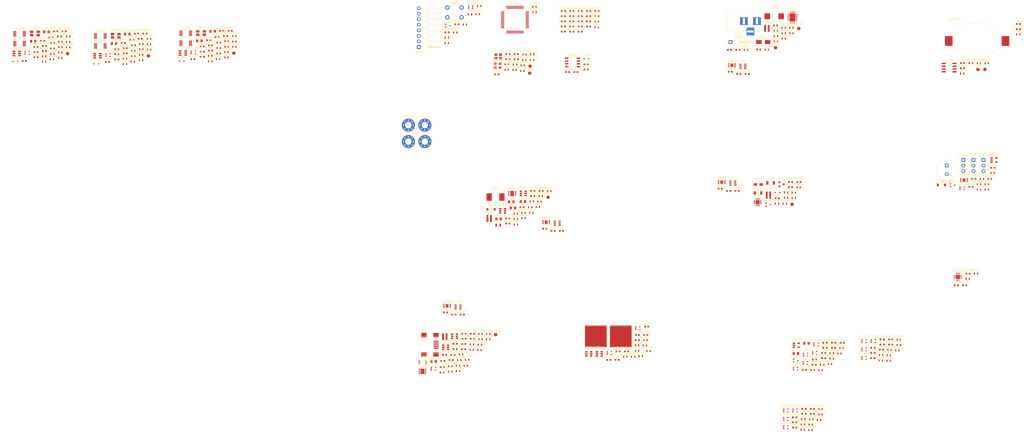
<source format=kicad_pcb>
(kicad_pcb (version 20171130) (host pcbnew "(5.1.4)-1")
  (layers (0 F.Cu signal) (31 B.Cu signal) (34 B.Paste user) (35 F.Paste user) (36 B.SilkS user) (37 F.SilkS user) (38 B.Mask user) (39 F.Mask user) (44 Edge.Cuts user))
  (net 0 "")
  (net 1 +3V3)
  (net 2 "Net-(BZ2401-Pad2)")
  (net 3 "Net-(C201-Pad1)")
  (net 4 "Net-(C201-Pad2)")
  (net 5 GND)
  (net 6 +12Vin)
  (net 7 +12V)
  (net 8 POS12_SNS-)
  (net 9 POS12_SNS+)
  (net 10 "Net-(C402-Pad1)")
  (net 11 "Net-(C403-Pad1)")
  (net 12 "Net-(C405-Pad1)")
  (net 13 POS3P3_SNS+)
  (net 14 POS3P3_SNS-)
  (net 15 "Net-(C603-Pad1)")
  (net 16 "Net-(C605-Pad1)")
  (net 17 "Net-(C607-Pad1)")
  (net 18 "Net-(C610-Pad1)")
  (net 19 POS20_SNS+)
  (net 20 POS20_SNS-)
  (net 21 "Net-(C801-Pad1)")
  (net 22 GNDA_MZ)
  (net 23 +3.3VA_MZ)
  (net 24 "Net-(C1101-Pad1)")
  (net 25 "Net-(C1102-Pad1)")
  (net 26 VBAT)
  (net 27 VBAT_ADC)
  (net 28 +3.3V_USB)
  (net 29 +5V_USB)
  (net 30 "Net-(C1308-Pad1)")
  (net 31 "/USB UART Bridge/CONN_USB+")
  (net 32 "/USB UART Bridge/CONN_USB-")
  (net 33 "Net-(C1313-Pad1)")
  (net 34 POS5_USB_SNS+)
  (net 35 POS5_USB_SNS-)
  (net 36 "Net-(C1501-Pad1)")
  (net 37 +3.3V_PGL)
  (net 38 DAC0_VREF)
  (net 39 "Net-(C1804-Pad1)")
  (net 40 "Net-(C1807-Pad1)")
  (net 41 +20V)
  (net 42 "Net-(C1811-Pad2)")
  (net 43 "Net-(C1811-Pad1)")
  (net 44 VDAC_0_ADC)
  (net 45 DAC1_VREF)
  (net 46 "Net-(C1904-Pad1)")
  (net 47 "Net-(C1907-Pad1)")
  (net 48 "Net-(C1911-Pad2)")
  (net 49 "Net-(C1911-Pad1)")
  (net 50 VDAC_1_ADC)
  (net 51 DAC2_VREF)
  (net 52 "Net-(C2004-Pad1)")
  (net 53 "Net-(C2007-Pad1)")
  (net 54 "Net-(C2011-Pad2)")
  (net 55 "Net-(C2011-Pad1)")
  (net 56 VDAC_2_ADC)
  (net 57 "Net-(C2101-Pad1)")
  (net 58 "Net-(C2203-Pad1)")
  (net 59 "Net-(C2203-Pad2)")
  (net 60 "Net-(C2204-Pad1)")
  (net 61 "Net-(C2204-Pad2)")
  (net 62 "Net-(C2205-Pad1)")
  (net 63 "Net-(C2206-Pad1)")
  (net 64 "Net-(D601-Pad2)")
  (net 65 "Net-(D801-Pad1)")
  (net 66 PIC32MZ_ICSPCLK)
  (net 67 PIC32MZ_ICSPDAT)
  (net 68 "Net-(D801-Pad6)")
  (net 69 ~USB_ACTIVE)
  (net 70 "Net-(D1301-Pad2)")
  (net 71 "Net-(D1601-Pad1)")
  (net 72 "Net-(D1601-Pad2)")
  (net 73 "Net-(D1602-Pad2)")
  (net 74 "Net-(D1602-Pad1)")
  (net 75 "Net-(D1603-Pad2)")
  (net 76 "Net-(D1603-Pad1)")
  (net 77 "Net-(D1604-Pad1)")
  (net 78 "Net-(D1604-Pad2)")
  (net 79 "Net-(D1605-Pad1)")
  (net 80 "Net-(D1605-Pad2)")
  (net 81 "Net-(D1701-Pad2)")
  (net 82 "Net-(D1701-Pad1)")
  (net 83 "Net-(D1702-Pad2)")
  (net 84 "Net-(D1702-Pad1)")
  (net 85 "Net-(D1703-Pad2)")
  (net 86 "Net-(D1703-Pad1)")
  (net 87 "Net-(D1704-Pad1)")
  (net 88 "Net-(D1704-Pad2)")
  (net 89 "Net-(D1801-Pad1)")
  (net 90 "Net-(D1801-Pad2)")
  (net 91 METER0_LED_B)
  (net 92 METER0_LED_G)
  (net 93 METER0_LED_R)
  (net 94 "Net-(D1901-Pad2)")
  (net 95 "Net-(D1901-Pad1)")
  (net 96 METER1_LED_B)
  (net 97 METER1_LED_G)
  (net 98 METER1_LED_R)
  (net 99 "Net-(D2001-Pad2)")
  (net 100 "Net-(D2001-Pad1)")
  (net 101 METER2_LED_R)
  (net 102 METER2_LED_G)
  (net 103 METER2_LED_B)
  (net 104 "Net-(D2301-Pad2)")
  (net 105 "Net-(D2301-Pad1)")
  (net 106 "Net-(D2302-Pad2)")
  (net 107 "Net-(D2302-Pad1)")
  (net 108 "Net-(D2303-Pad1)")
  (net 109 "Net-(D2303-Pad2)")
  (net 110 "Net-(D2304-Pad1)")
  (net 111 "Net-(D2304-Pad2)")
  (net 112 "Net-(J801-Pad8)")
  (net 113 "Net-(J801-Pad7)")
  (net 114 "Net-(J801-Pad6)")
  (net 115 "Net-(J801-Pad3)")
  (net 116 "Net-(J1301-Pad1)")
  (net 117 "Net-(J1301-Pad4)")
  (net 118 "Net-(J1301-Pad6)")
  (net 119 I2C_SDA)
  (net 120 I2C_SCL)
  (net 121 USB_UART_TX)
  (net 122 USB_UART_RX)
  (net 123 DAC_SPI_MOSI)
  (net 124 DAC_SPI_SCLK)
  (net 125 "Net-(L401-Pad1)")
  (net 126 ~PIC32MZ_MCLR)
  (net 127 "Net-(Q401-Pad3)")
  (net 128 POS3P3_RUN)
  (net 129 "Net-(Q601-Pad3)")
  (net 130 "Net-(Q601-Pad4)")
  (net 131 "Net-(Q801-Pad1)")
  (net 132 "Net-(Q801-Pad3)")
  (net 133 "Net-(Q1601-Pad1)")
  (net 134 "Net-(Q1601-Pad3)")
  (net 135 "Net-(Q2401-Pad1)")
  (net 136 "Net-(R201-Pad2)")
  (net 137 "Net-(R202-Pad2)")
  (net 138 "Net-(R204-Pad2)")
  (net 139 "Net-(R205-Pad2)")
  (net 140 "Net-(R207-Pad1)")
  (net 141 POS12_PGOOD)
  (net 142 "Net-(R211-Pad1)")
  (net 143 POS3P3_PGOOD)
  (net 144 "Net-(R407-Pad2)")
  (net 145 "Net-(R601-Pad2)")
  (net 146 "Net-(R602-Pad2)")
  (net 147 "Net-(R604-Pad1)")
  (net 148 POS20_RUN)
  (net 149 "Net-(R606-Pad1)")
  (net 150 POS20_PGOOD)
  (net 151 "Net-(R608-Pad2)")
  (net 152 "Net-(R613-Pad2)")
  (net 153 "Net-(R801-Pad1)")
  (net 154 PIC32MZ_RTCC_CLK)
  (net 155 PIC32MZ_REFCLK1)
  (net 156 PIC32MZ_POSC_EC_Enable)
  (net 157 "Net-(R1104-Pad1)")
  (net 158 PIC32MZ_POSC_EC)
  (net 159 "Net-(R1105-Pad1)")
  (net 160 PIC32MZ_SOSC)
  (net 161 VBAT_PGOOD)
  (net 162 Backup_RTC_REFCLK)
  (net 163 "Net-(R1302-Pad2)")
  (net 164 "Net-(R1303-Pad2)")
  (net 165 POS5_USB_PGOOD)
  (net 166 "Net-(R1307-Pad2)")
  (net 167 "Net-(R1310-Pad2)")
  (net 168 "/USB UART Bridge/BRIDGE_USB+")
  (net 169 "/USB UART Bridge/BRIDGE_USB-")
  (net 170 USB_UART_RX_BUF)
  (net 171 USB_UART_TX_BUF)
  (net 172 POS3P3_PGL_SHDN)
  (net 173 Heartbeat_LED)
  (net 174 Error_LED)
  (net 175 Reset_LED)
  (net 176 CPU_Trap_LED)
  (net 177 "Net-(R1801-Pad2)")
  (net 178 ~DAC_SPI_SYNC_0)
  (net 179 "Net-(R1802-Pad2)")
  (net 180 "Net-(R1803-Pad2)")
  (net 181 "Net-(R1812-Pad2)")
  (net 182 ~DAC_SPI_SYNC_1)
  (net 183 "Net-(R1901-Pad2)")
  (net 184 "Net-(R1902-Pad2)")
  (net 185 "Net-(R1903-Pad2)")
  (net 186 "Net-(R1912-Pad2)")
  (net 187 "Net-(R2001-Pad2)")
  (net 188 ~DAC_SPI_SYNC_2)
  (net 189 "Net-(R2002-Pad2)")
  (net 190 "Net-(R2003-Pad2)")
  (net 191 "Net-(R2012-Pad2)")
  (net 192 Meter_LED_Enable)
  (net 193 "Net-(R2102-Pad1)")
  (net 194 "Net-(R2201-Pad1)")
  (net 195 "Net-(R2202-Pad1)")
  (net 196 "Net-(R2203-Pad1)")
  (net 197 "Net-(R2204-Pad1)")
  (net 198 Cap_Touch_Power)
  (net 199 Cap_Touch_Function)
  (net 200 Function_Time_LED)
  (net 201 Function_Weekday_LED)
  (net 202 Function_Date_LED)
  (net 203 Alarm_Arm_LED)
  (net 204 "Net-(R2401-Pad2)")
  (net 205 "Net-(R2402-Pad2)")
  (net 206 Telemetry_Hardstrap)
  (net 207 Buzzer_Enable)
  (net 208 "Net-(R2406-Pad2)")
  (net 209 "Net-(U201-Pad1)")
  (net 210 "Net-(U201-Pad2)")
  (net 211 "Net-(U201-Pad3)")
  (net 212 "Net-(U201-Pad4)")
  (net 213 "Net-(U201-Pad5)")
  (net 214 "Net-(U201-Pad6)")
  (net 215 "Net-(U201-Pad7)")
  (net 216 "Net-(U201-Pad11)")
  (net 217 "Net-(U201-Pad13)")
  (net 218 "Net-(U201-Pad16)")
  (net 219 "Net-(U201-Pad21)")
  (net 220 "Net-(U302-Pad3)")
  (net 221 "Net-(U502-Pad3)")
  (net 222 "Net-(U702-Pad3)")
  (net 223 "Net-(U1001-Pad2)")
  (net 224 "Net-(U1001-Pad3)")
  (net 225 "Net-(U1001-Pad33)")
  (net 226 "Net-(U1001-Pad36)")
  (net 227 "Net-(U1001-Pad37)")
  (net 228 "Net-(U1001-Pad38)")
  (net 229 "Net-(U1201-Pad3)")
  (net 230 "Net-(U1201-Pad4)")
  (net 231 "Net-(U1302-Pad2)")
  (net 232 "Net-(U1302-Pad8)")
  (net 233 "Net-(U1302-Pad11)")
  (net 234 "Net-(U1402-Pad3)")
  (net 235 "Net-(U1501-Pad2)")
  (net 236 "Net-(U1501-Pad3)")
  (net 237 "Net-(U1501-Pad7)")
  (net 238 "Net-(U1603-Pad4)")
  (net 239 "Net-(U1803-Pad3)")
  (net 240 "Net-(U1903-Pad3)")
  (net 241 "Net-(U2003-Pad3)")
  (net 242 "Net-(U2101-Pad11)")
  (net 243 "Net-(U2101-Pad12)")
  (net 244 "Net-(U2101-Pad13)")
  (net 245 "Net-(U2403-Pad3)")
  (module "Custom Footprints Library:BAT_BU1632SM-JJ-GTR" (layer F.Cu) (at 563.552501 38.002501)
    (fp_text reference BT1202 (at -10.555 -9.889) (layer F.SilkS))
    (fp_text value CR1616_Holder)
    (pad - smd rect (at 13 0) (size 3.5 4.5) (layers F.Cu F.Paste F.Mask))
    (pad + smd rect (at -13 0) (size 3.5 4.5) (layers F.Cu F.Paste F.Mask))
  )
  (module Buzzer_Beeper:MagneticBuzzer_CUI_CST-931RP-A (layer F.Cu) (at 549.619724 95.038501)
    (fp_text reference BZ2401 (at 0 7.5) (layer F.SilkS))
    (fp_text value CST-931RP-A)
    (fp_text user + (at -3.3 -2.18) (layer F.SilkS))
    (pad 1 thru_hole rect (at 0 0) (size 1.6 1.6) (drill 0.9) (layers *.Cu *.Mask) (net 1 +3V3))
    (pad 2 thru_hole circle (at 0 4) (size 1.6 1.6) (drill 0.9) (layers *.Cu *.Mask) (net 2 "Net-(BZ2401-Pad2)"))
  )
  (module Capacitors_SMD:C_0603 (layer F.Cu) (at 453.902501 42.027001)
    (fp_text reference C201 (at 0 -1.5) (layer F.SilkS))
    (fp_text value 10nF)
    (pad 1 smd rect (at -0.75 0) (size 0.8 0.75) (layers F.Cu F.Paste F.Mask) (net 3 "Net-(C201-Pad1)"))
    (pad 2 smd rect (at 0.75 0) (size 0.8 0.75) (layers F.Cu F.Paste F.Mask) (net 4 "Net-(C201-Pad2)"))
  )
  (module Capacitors_SMD:C_0603 (layer F.Cu) (at 463.452501 41.927001)
    (fp_text reference C202 (at 0 -1.5) (layer F.SilkS))
    (fp_text value 0.1uF)
    (pad 2 smd rect (at 0.75 0) (size 0.8 0.75) (layers F.Cu F.Paste F.Mask) (net 5 GND))
    (pad 1 smd rect (at -0.75 0) (size 0.8 0.75) (layers F.Cu F.Paste F.Mask) (net 6 +12Vin))
  )
  (module Capacitors_SMD:C_0603 (layer F.Cu) (at 450.052501 42.027001)
    (fp_text reference C203 (at 0 -1.5) (layer F.SilkS))
    (fp_text value 10nF)
    (pad 1 smd rect (at -0.75 0) (size 0.8 0.75) (layers F.Cu F.Paste F.Mask) (net 6 +12Vin))
    (pad 2 smd rect (at 0.75 0) (size 0.8 0.75) (layers F.Cu F.Paste F.Mask) (net 5 GND))
  )
  (module Capacitors_SMD:C_0603 (layer F.Cu) (at 471.152501 30.877001)
    (fp_text reference C204 (at 0 -1.5) (layer F.SilkS))
    (fp_text value 1nF)
    (pad 2 smd rect (at 0.75 0) (size 0.8 0.75) (layers F.Cu F.Paste F.Mask) (net 5 GND))
    (pad 1 smd rect (at -0.75 0) (size 0.8 0.75) (layers F.Cu F.Paste F.Mask) (net 6 +12Vin))
  )
  (module Capacitors_Tantalum_SMD:CP_Tantalum_Case-X_EIA-7343-43_Reflow (layer F.Cu) (at 470.552501 26.677001)
    (fp_text reference C205 (at 0 -3.85) (layer F.SilkS))
    (fp_text value 100uF)
    (pad 1 smd rect (at -3.175 0) (size 2.55 2.7) (layers F.Cu F.Paste F.Mask) (net 7 +12V))
    (pad 2 smd rect (at 3.175 0) (size 2.55 2.7) (layers F.Cu F.Paste F.Mask) (net 5 GND))
  )
  (module Capacitors_SMD:C_0603 (layer F.Cu) (at 458.138501 53.122001)
    (fp_text reference C301 (at 0 -1.5) (layer F.SilkS))
    (fp_text value 0.1uF)
    (pad 2 smd rect (at 0.75 0) (size 0.8 0.75) (layers F.Cu F.Paste F.Mask) (net 8 POS12_SNS-))
    (pad 1 smd rect (at -0.75 0) (size 0.8 0.75) (layers F.Cu F.Paste F.Mask) (net 9 POS12_SNS+))
  )
  (module Capacitors_SMD:C_0603 (layer F.Cu) (at 454.288501 53.122001)
    (fp_text reference C302 (at 0 -1.5) (layer F.SilkS))
    (fp_text value 0.1uF)
    (pad 2 smd rect (at 0.75 0) (size 0.8 0.75) (layers F.Cu F.Paste F.Mask) (net 5 GND))
    (pad 1 smd rect (at -0.75 0) (size 0.8 0.75) (layers F.Cu F.Paste F.Mask) (net 1 +3V3))
  )
  (module Capacitors_SMD:C_0603 (layer F.Cu) (at 450.438501 52.122001)
    (fp_text reference C303 (at 0 -1.5) (layer F.SilkS))
    (fp_text value 0.1uF)
    (pad 1 smd rect (at -0.75 0) (size 0.8 0.75) (layers F.Cu F.Paste F.Mask) (net 1 +3V3))
    (pad 2 smd rect (at 0.75 0) (size 0.8 0.75) (layers F.Cu F.Paste F.Mask) (net 5 GND))
  )
  (module Capacitors_SMD:C_1206 (layer F.Cu) (at 468.884501 103.031001)
    (fp_text reference C401 (at 0 -1.75) (layer F.SilkS))
    (fp_text value 10uF)
    (pad 1 smd rect (at -1.5 0) (size 1 1.6) (layers F.Cu F.Paste F.Mask) (net 7 +12V))
    (pad 2 smd rect (at 1.5 0) (size 1 1.6) (layers F.Cu F.Paste F.Mask) (net 5 GND))
  )
  (module Capacitors_SMD:C_0603 (layer F.Cu) (at 471.984501 110.126001)
    (fp_text reference C402 (at 0 -1.5) (layer F.SilkS))
    (fp_text value 10uF)
    (pad 1 smd rect (at -0.75 0) (size 0.8 0.75) (layers F.Cu F.Paste F.Mask) (net 10 "Net-(C402-Pad1)"))
    (pad 2 smd rect (at 0.75 0) (size 0.8 0.75) (layers F.Cu F.Paste F.Mask) (net 5 GND))
  )
  (module Capacitors_SMD:C_0603 (layer F.Cu) (at 478.034501 104.976001)
    (fp_text reference C403 (at 0 -1.5) (layer F.SilkS))
    (fp_text value 10nF)
    (pad 2 smd rect (at 0.75 0) (size 0.8 0.75) (layers F.Cu F.Paste F.Mask) (net 5 GND))
    (pad 1 smd rect (at -0.75 0) (size 0.8 0.75) (layers F.Cu F.Paste F.Mask) (net 11 "Net-(C403-Pad1)"))
  )
  (module Capacitors_SMD:C_0603 (layer F.Cu) (at 478.034501 102.626001)
    (fp_text reference C404 (at 0 -1.5) (layer F.SilkS))
    (fp_text value 0.1uF)
    (pad 2 smd rect (at 0.75 0) (size 0.8 0.75) (layers F.Cu F.Paste F.Mask) (net 5 GND))
    (pad 1 smd rect (at -0.75 0) (size 0.8 0.75) (layers F.Cu F.Paste F.Mask) (net 7 +12V))
  )
  (module Capacitors_SMD:C_1206 (layer F.Cu) (at 463.134501 107.681001)
    (fp_text reference C405 (at 0 -1.75) (layer F.SilkS))
    (fp_text value 100uF)
    (pad 2 smd rect (at 1.5 0) (size 1 1.6) (layers F.Cu F.Paste F.Mask) (net 5 GND))
    (pad 1 smd rect (at -1.5 0) (size 1 1.6) (layers F.Cu F.Paste F.Mask) (net 12 "Net-(C405-Pad1)"))
  )
  (module Capacitors_SMD:C_0603 (layer F.Cu) (at 481.884501 102.626001)
    (fp_text reference C406 (at 0 -1.5) (layer F.SilkS))
    (fp_text value 0.1uF)
    (pad 2 smd rect (at 0.75 0) (size 0.8 0.75) (layers F.Cu F.Paste F.Mask) (net 5 GND))
    (pad 1 smd rect (at -0.75 0) (size 0.8 0.75) (layers F.Cu F.Paste F.Mask) (net 1 +3V3))
  )
  (module Capacitors_SMD:C_0603 (layer F.Cu) (at 445.808501 105.680501)
    (fp_text reference C501 (at 0 -1.5) (layer F.SilkS))
    (fp_text value 0.1uF)
    (pad 1 smd rect (at -0.75 0) (size 0.8 0.75) (layers F.Cu F.Paste F.Mask) (net 13 POS3P3_SNS+))
    (pad 2 smd rect (at 0.75 0) (size 0.8 0.75) (layers F.Cu F.Paste F.Mask) (net 14 POS3P3_SNS-))
  )
  (module Capacitors_SMD:C_0603 (layer F.Cu) (at 449.658501 106.680501)
    (fp_text reference C502 (at 0 -1.5) (layer F.SilkS))
    (fp_text value 0.1uF)
    (pad 2 smd rect (at 0.75 0) (size 0.8 0.75) (layers F.Cu F.Paste F.Mask) (net 5 GND))
    (pad 1 smd rect (at -0.75 0) (size 0.8 0.75) (layers F.Cu F.Paste F.Mask) (net 1 +3V3))
  )
  (module Capacitors_SMD:C_0603 (layer F.Cu) (at 453.508501 106.680501)
    (fp_text reference C503 (at 0 -1.5) (layer F.SilkS))
    (fp_text value 0.1uF)
    (pad 2 smd rect (at 0.75 0) (size 0.8 0.75) (layers F.Cu F.Paste F.Mask) (net 5 GND))
    (pad 1 smd rect (at -0.75 0) (size 0.8 0.75) (layers F.Cu F.Paste F.Mask) (net 1 +3V3))
  )
  (module Capacitors_SMD:C_0805 (layer F.Cu) (at 350.774001 114.517001)
    (fp_text reference C601 (at 0 -1.5) (layer F.SilkS))
    (fp_text value 10uF)
    (pad 1 smd rect (at -1 0) (size 1 1.25) (layers F.Cu F.Paste F.Mask) (net 7 +12V))
    (pad 2 smd rect (at 1 0) (size 1 1.25) (layers F.Cu F.Paste F.Mask) (net 5 GND))
  )
  (module Capacitors_SMD:C_0805 (layer F.Cu) (at 355.374001 111.597001)
    (fp_text reference C602 (at 0 -1.5) (layer F.SilkS))
    (fp_text value 10uF)
    (pad 2 smd rect (at 1 0) (size 1 1.25) (layers F.Cu F.Paste F.Mask) (net 5 GND))
    (pad 1 smd rect (at -1 0) (size 1 1.25) (layers F.Cu F.Paste F.Mask) (net 7 +12V))
  )
  (module Capacitors_SMD:C_0603 (layer F.Cu) (at 348.424001 119.312001)
    (fp_text reference C603 (at 0 -1.5) (layer F.SilkS))
    (fp_text value 0.1uF)
    (pad 1 smd rect (at -0.75 0) (size 0.8 0.75) (layers F.Cu F.Paste F.Mask) (net 15 "Net-(C603-Pad1)"))
    (pad 2 smd rect (at 0.75 0) (size 0.8 0.75) (layers F.Cu F.Paste F.Mask) (net 5 GND))
  )
  (module Capacitors_SMD:C_0603 (layer F.Cu) (at 354.974001 114.182001)
    (fp_text reference C604 (at 0 -1.5) (layer F.SilkS))
    (fp_text value 0.1uF)
    (pad 1 smd rect (at -0.75 0) (size 0.8 0.75) (layers F.Cu F.Paste F.Mask) (net 7 +12V))
    (pad 2 smd rect (at 0.75 0) (size 0.8 0.75) (layers F.Cu F.Paste F.Mask) (net 5 GND))
  )
  (module Capacitors_SMD:C_0603 (layer F.Cu) (at 348.424001 121.662001)
    (fp_text reference C605 (at 0 -1.5) (layer F.SilkS))
    (fp_text value 6.8nF)
    (pad 2 smd rect (at 0.75 0) (size 0.8 0.75) (layers F.Cu F.Paste F.Mask) (net 5 GND))
    (pad 1 smd rect (at -0.75 0) (size 0.8 0.75) (layers F.Cu F.Paste F.Mask) (net 16 "Net-(C605-Pad1)"))
  )
  (module Capacitors_SMD:C_0603 (layer F.Cu) (at 359.874001 109.062001)
    (fp_text reference C606 (at 0 -1.5) (layer F.SilkS))
    (fp_text value 0.1uF)
    (pad 1 smd rect (at -0.75 0) (size 0.8 0.75) (layers F.Cu F.Paste F.Mask) (net 1 +3V3))
    (pad 2 smd rect (at 0.75 0) (size 0.8 0.75) (layers F.Cu F.Paste F.Mask) (net 5 GND))
  )
  (module Capacitors_SMD:C_0805 (layer F.Cu) (at 344.224001 119.547001)
    (fp_text reference C607 (at 0 -1.5) (layer F.SilkS))
    (fp_text value 10uF)
    (pad 1 smd rect (at -1 0) (size 1 1.25) (layers F.Cu F.Paste F.Mask) (net 17 "Net-(C607-Pad1)"))
    (pad 2 smd rect (at 1 0) (size 1 1.25) (layers F.Cu F.Paste F.Mask) (net 5 GND))
  )
  (module Capacitors_SMD:C_0603 (layer F.Cu) (at 363.724001 106.712001)
    (fp_text reference C608 (at 0 -1.5) (layer F.SilkS))
    (fp_text value 10nF)
    (pad 1 smd rect (at -0.75 0) (size 0.8 0.75) (layers F.Cu F.Paste F.Mask) (net 1 +3V3))
    (pad 2 smd rect (at 0.75 0) (size 0.8 0.75) (layers F.Cu F.Paste F.Mask) (net 5 GND))
  )
  (module Capacitors_SMD:C_0603 (layer F.Cu) (at 359.874001 106.712001)
    (fp_text reference C609 (at 0 -1.5) (layer F.SilkS))
    (fp_text value 1nF)
    (pad 2 smd rect (at 0.75 0) (size 0.8 0.75) (layers F.Cu F.Paste F.Mask) (net 5 GND))
    (pad 1 smd rect (at -0.75 0) (size 0.8 0.75) (layers F.Cu F.Paste F.Mask) (net 1 +3V3))
  )
  (module Capacitors_SMD:C_0805 (layer F.Cu) (at 350.024001 111.697001)
    (fp_text reference C610 (at 0 -1.5) (layer F.SilkS))
    (fp_text value 10uF)
    (pad 2 smd rect (at 1 0) (size 1 1.25) (layers F.Cu F.Paste F.Mask) (net 5 GND))
    (pad 1 smd rect (at -1 0) (size 1 1.25) (layers F.Cu F.Paste F.Mask) (net 18 "Net-(C610-Pad1)"))
  )
  (module Capacitors_SMD:C_0603 (layer F.Cu) (at 373.047001 125.037501)
    (fp_text reference C701 (at 0 -1.5) (layer F.SilkS))
    (fp_text value 0.1uF)
    (pad 1 smd rect (at -0.75 0) (size 0.8 0.75) (layers F.Cu F.Paste F.Mask) (net 19 POS20_SNS+))
    (pad 2 smd rect (at 0.75 0) (size 0.8 0.75) (layers F.Cu F.Paste F.Mask) (net 20 POS20_SNS-))
  )
  (module Capacitors_SMD:C_0603 (layer F.Cu) (at 369.197001 125.037501)
    (fp_text reference C702 (at 0 -1.5) (layer F.SilkS))
    (fp_text value 0.1uF)
    (pad 2 smd rect (at 0.75 0) (size 0.8 0.75) (layers F.Cu F.Paste F.Mask) (net 5 GND))
    (pad 1 smd rect (at -0.75 0) (size 0.8 0.75) (layers F.Cu F.Paste F.Mask) (net 1 +3V3))
  )
  (module Capacitors_SMD:C_0603 (layer F.Cu) (at 365.347001 124.037501)
    (fp_text reference C703 (at 0 -1.5) (layer F.SilkS))
    (fp_text value 0.1uF)
    (pad 2 smd rect (at 0.75 0) (size 0.8 0.75) (layers F.Cu F.Paste F.Mask) (net 5 GND))
    (pad 1 smd rect (at -0.75 0) (size 0.8 0.75) (layers F.Cu F.Paste F.Mask) (net 1 +3V3))
  )
  (module Capacitors_SMD:C_0603 (layer F.Cu) (at 325.091001 30.362501)
    (fp_text reference C801 (at 0 -1.5) (layer F.SilkS))
    (fp_text value 0.1uF)
    (pad 2 smd rect (at 0.75 0) (size 0.8 0.75) (layers F.Cu F.Paste F.Mask) (net 5 GND))
    (pad 1 smd rect (at -0.75 0) (size 0.8 0.75) (layers F.Cu F.Paste F.Mask) (net 21 "Net-(C801-Pad1)"))
  )
  (module Capacitors_SMD:C_0603 (layer F.Cu) (at 320.641001 34.012501)
    (fp_text reference C802 (at 0 -1.5) (layer F.SilkS))
    (fp_text value 0.1uF)
    (pad 2 smd rect (at 0.75 0) (size 0.8 0.75) (layers F.Cu F.Paste F.Mask) (net 5 GND))
    (pad 1 smd rect (at -0.75 0) (size 0.8 0.75) (layers F.Cu F.Paste F.Mask) (net 1 +3V3))
  )
  (module Capacitors_SMD:C_0603 (layer F.Cu) (at 373.926501 33.700501)
    (fp_text reference C901 (at 0 -1.5) (layer F.SilkS))
    (fp_text value 0.1uF)
    (pad 1 smd rect (at -0.75 0) (size 0.8 0.75) (layers F.Cu F.Paste F.Mask) (net 1 +3V3))
    (pad 2 smd rect (at 0.75 0) (size 0.8 0.75) (layers F.Cu F.Paste F.Mask) (net 5 GND))
  )
  (module Capacitors_SMD:C_0603 (layer F.Cu) (at 381.626501 33.700501)
    (fp_text reference C902 (at 0 -1.5) (layer F.SilkS))
    (fp_text value 0.1uF)
    (pad 1 smd rect (at -0.75 0) (size 0.8 0.75) (layers F.Cu F.Paste F.Mask) (net 1 +3V3))
    (pad 2 smd rect (at 0.75 0) (size 0.8 0.75) (layers F.Cu F.Paste F.Mask) (net 5 GND))
  )
  (module Capacitors_SMD:C_0603 (layer F.Cu) (at 385.476501 24.300501)
    (fp_text reference C903 (at 0 -1.5) (layer F.SilkS))
    (fp_text value 10uF)
    (pad 2 smd rect (at 0.75 0) (size 0.8 0.75) (layers F.Cu F.Paste F.Mask) (net 5 GND))
    (pad 1 smd rect (at -0.75 0) (size 0.8 0.75) (layers F.Cu F.Paste F.Mask) (net 1 +3V3))
  )
  (module Capacitors_SMD:C_0603 (layer F.Cu) (at 385.476501 26.650501)
    (fp_text reference C904 (at 0 -1.5) (layer F.SilkS))
    (fp_text value 10nF)
    (pad 1 smd rect (at -0.75 0) (size 0.8 0.75) (layers F.Cu F.Paste F.Mask) (net 1 +3V3))
    (pad 2 smd rect (at 0.75 0) (size 0.8 0.75) (layers F.Cu F.Paste F.Mask) (net 5 GND))
  )
  (module Capacitors_SMD:C_0603 (layer F.Cu) (at 377.776501 33.700501)
    (fp_text reference C905 (at 0 -1.5) (layer F.SilkS))
    (fp_text value 10nF)
    (pad 2 smd rect (at 0.75 0) (size 0.8 0.75) (layers F.Cu F.Paste F.Mask) (net 5 GND))
    (pad 1 smd rect (at -0.75 0) (size 0.8 0.75) (layers F.Cu F.Paste F.Mask) (net 1 +3V3))
  )
  (module Capacitors_SMD:C_0603 (layer F.Cu) (at 389.326501 24.300501)
    (fp_text reference C906 (at 0 -1.5) (layer F.SilkS))
    (fp_text value 1nF)
    (pad 2 smd rect (at 0.75 0) (size 0.8 0.75) (layers F.Cu F.Paste F.Mask) (net 5 GND))
    (pad 1 smd rect (at -0.75 0) (size 0.8 0.75) (layers F.Cu F.Paste F.Mask) (net 1 +3V3))
  )
  (module Capacitors_SMD:C_0603 (layer F.Cu) (at 381.626501 31.350501)
    (fp_text reference C907 (at 0 -1.5) (layer F.SilkS))
    (fp_text value 1nF)
    (pad 1 smd rect (at -0.75 0) (size 0.8 0.75) (layers F.Cu F.Paste F.Mask) (net 1 +3V3))
    (pad 2 smd rect (at 0.75 0) (size 0.8 0.75) (layers F.Cu F.Paste F.Mask) (net 5 GND))
  )
  (module Capacitors_SMD:C_0603 (layer F.Cu) (at 373.926501 26.650501)
    (fp_text reference C908 (at 0 -1.5) (layer F.SilkS))
    (fp_text value 0.1uF)
    (pad 2 smd rect (at 0.75 0) (size 0.8 0.75) (layers F.Cu F.Paste F.Mask) (net 5 GND))
    (pad 1 smd rect (at -0.75 0) (size 0.8 0.75) (layers F.Cu F.Paste F.Mask) (net 1 +3V3))
  )
  (module Capacitors_SMD:C_0603 (layer F.Cu) (at 385.476501 31.350501)
    (fp_text reference C909 (at 0 -1.5) (layer F.SilkS))
    (fp_text value 10uF)
    (pad 1 smd rect (at -0.75 0) (size 0.8 0.75) (layers F.Cu F.Paste F.Mask) (net 1 +3V3))
    (pad 2 smd rect (at 0.75 0) (size 0.8 0.75) (layers F.Cu F.Paste F.Mask) (net 5 GND))
  )
  (module Capacitors_SMD:C_0603 (layer F.Cu) (at 377.776501 24.300501)
    (fp_text reference C910 (at 0 -1.5) (layer F.SilkS))
    (fp_text value 10nF)
    (pad 2 smd rect (at 0.75 0) (size 0.8 0.75) (layers F.Cu F.Paste F.Mask) (net 5 GND))
    (pad 1 smd rect (at -0.75 0) (size 0.8 0.75) (layers F.Cu F.Paste F.Mask) (net 1 +3V3))
  )
  (module Capacitors_SMD:C_0603 (layer F.Cu) (at 373.926501 29.000501)
    (fp_text reference C911 (at 0 -1.5) (layer F.SilkS))
    (fp_text value 1nF)
    (pad 1 smd rect (at -0.75 0) (size 0.8 0.75) (layers F.Cu F.Paste F.Mask) (net 1 +3V3))
    (pad 2 smd rect (at 0.75 0) (size 0.8 0.75) (layers F.Cu F.Paste F.Mask) (net 5 GND))
  )
  (module Capacitors_SMD:C_0603 (layer F.Cu) (at 377.776501 26.650501)
    (fp_text reference C912 (at 0 -1.5) (layer F.SilkS))
    (fp_text value 0.1uF)
    (pad 1 smd rect (at -0.75 0) (size 0.8 0.75) (layers F.Cu F.Paste F.Mask) (net 1 +3V3))
    (pad 2 smd rect (at 0.75 0) (size 0.8 0.75) (layers F.Cu F.Paste F.Mask) (net 5 GND))
  )
  (module Capacitors_SMD:C_0603 (layer F.Cu) (at 381.626501 24.300501)
    (fp_text reference C913 (at 0 -1.5) (layer F.SilkS))
    (fp_text value 10uF)
    (pad 2 smd rect (at 0.75 0) (size 0.8 0.75) (layers F.Cu F.Paste F.Mask) (net 5 GND))
    (pad 1 smd rect (at -0.75 0) (size 0.8 0.75) (layers F.Cu F.Paste F.Mask) (net 1 +3V3))
  )
  (module Capacitors_SMD:C_0603 (layer F.Cu) (at 373.926501 31.350501)
    (fp_text reference C914 (at 0 -1.5) (layer F.SilkS))
    (fp_text value 10nF)
    (pad 2 smd rect (at 0.75 0) (size 0.8 0.75) (layers F.Cu F.Paste F.Mask) (net 5 GND))
    (pad 1 smd rect (at -0.75 0) (size 0.8 0.75) (layers F.Cu F.Paste F.Mask) (net 1 +3V3))
  )
  (module Capacitors_SMD:C_0603 (layer F.Cu) (at 377.776501 29.000501)
    (fp_text reference C915 (at 0 -1.5) (layer F.SilkS))
    (fp_text value 1nF)
    (pad 1 smd rect (at -0.75 0) (size 0.8 0.75) (layers F.Cu F.Paste F.Mask) (net 1 +3V3))
    (pad 2 smd rect (at 0.75 0) (size 0.8 0.75) (layers F.Cu F.Paste F.Mask) (net 5 GND))
  )
  (module Capacitors_SMD:C_0603 (layer F.Cu) (at 381.626501 26.650501)
    (fp_text reference C916 (at 0 -1.5) (layer F.SilkS))
    (fp_text value 0.1uF)
    (pad 1 smd rect (at -0.75 0) (size 0.8 0.75) (layers F.Cu F.Paste F.Mask) (net 1 +3V3))
    (pad 2 smd rect (at 0.75 0) (size 0.8 0.75) (layers F.Cu F.Paste F.Mask) (net 5 GND))
  )
  (module Capacitors_SMD:C_0603 (layer F.Cu) (at 377.776501 31.350501)
    (fp_text reference C917 (at 0 -1.5) (layer F.SilkS))
    (fp_text value 0.1uF)
    (pad 2 smd rect (at 0.75 0) (size 0.8 0.75) (layers F.Cu F.Paste F.Mask) (net 22 GNDA_MZ))
    (pad 1 smd rect (at -0.75 0) (size 0.8 0.75) (layers F.Cu F.Paste F.Mask) (net 23 +3.3VA_MZ))
  )
  (module Capacitors_SMD:C_0603 (layer F.Cu) (at 373.926501 24.300501)
    (fp_text reference C918 (at 0 -1.5) (layer F.SilkS))
    (fp_text value 10nF)
    (pad 2 smd rect (at 0.75 0) (size 0.8 0.75) (layers F.Cu F.Paste F.Mask) (net 5 GND))
    (pad 1 smd rect (at -0.75 0) (size 0.8 0.75) (layers F.Cu F.Paste F.Mask) (net 1 +3V3))
  )
  (module Capacitors_SMD:C_0603 (layer F.Cu) (at 381.626501 29.000501)
    (fp_text reference C919 (at 0 -1.5) (layer F.SilkS))
    (fp_text value 10nF)
    (pad 1 smd rect (at -0.75 0) (size 0.8 0.75) (layers F.Cu F.Paste F.Mask) (net 23 +3.3VA_MZ))
    (pad 2 smd rect (at 0.75 0) (size 0.8 0.75) (layers F.Cu F.Paste F.Mask) (net 22 GNDA_MZ))
  )
  (module Capacitors_SMD:C_0603 (layer F.Cu) (at 385.476501 29.000501)
    (fp_text reference C920 (at 0 -1.5) (layer F.SilkS))
    (fp_text value 1nF)
    (pad 2 smd rect (at 0.75 0) (size 0.8 0.75) (layers F.Cu F.Paste F.Mask) (net 5 GND))
    (pad 1 smd rect (at -0.75 0) (size 0.8 0.75) (layers F.Cu F.Paste F.Mask) (net 1 +3V3))
  )
  (module Capacitors_SMD:C_0603 (layer F.Cu) (at 389.326501 26.650501)
    (fp_text reference C921 (at 0 -1.5) (layer F.SilkS))
    (fp_text value 1nF)
    (pad 2 smd rect (at 0.75 0) (size 0.8 0.75) (layers F.Cu F.Paste F.Mask) (net 22 GNDA_MZ))
    (pad 1 smd rect (at -0.75 0) (size 0.8 0.75) (layers F.Cu F.Paste F.Mask) (net 23 +3.3VA_MZ))
  )
  (module Capacitors_SMD:C_0603 (layer F.Cu) (at 348.488501 44.015501)
    (fp_text reference C1101 (at 0 -1.5) (layer F.SilkS))
    (fp_text value 0.1uF)
    (pad 1 smd rect (at -0.75 0) (size 0.8 0.75) (layers F.Cu F.Paste F.Mask) (net 24 "Net-(C1101-Pad1)"))
    (pad 2 smd rect (at 0.75 0) (size 0.8 0.75) (layers F.Cu F.Paste F.Mask) (net 5 GND))
  )
  (module Capacitors_SMD:C_0603 (layer F.Cu) (at 343.438501 53.275501)
    (fp_text reference C1102 (at 0 -1.5) (layer F.SilkS))
    (fp_text value 0.1uF)
    (pad 1 smd rect (at -0.75 0) (size 0.8 0.75) (layers F.Cu F.Paste F.Mask) (net 25 "Net-(C1102-Pad1)"))
    (pad 2 smd rect (at 0.75 0) (size 0.8 0.75) (layers F.Cu F.Paste F.Mask) (net 5 GND))
  )
  (module Capacitors_SMD:C_0603 (layer F.Cu) (at 352.338501 44.015501)
    (fp_text reference C1103 (at 0 -1.5) (layer F.SilkS))
    (fp_text value 10nF)
    (pad 1 smd rect (at -0.75 0) (size 0.8 0.75) (layers F.Cu F.Paste F.Mask) (net 24 "Net-(C1101-Pad1)"))
    (pad 2 smd rect (at 0.75 0) (size 0.8 0.75) (layers F.Cu F.Paste F.Mask) (net 5 GND))
  )
  (module Capacitors_SMD:C_0603 (layer F.Cu) (at 348.488501 46.365501)
    (fp_text reference C1104 (at 0 -1.5) (layer F.SilkS))
    (fp_text value 10nF)
    (pad 1 smd rect (at -0.75 0) (size 0.8 0.75) (layers F.Cu F.Paste F.Mask) (net 25 "Net-(C1102-Pad1)"))
    (pad 2 smd rect (at 0.75 0) (size 0.8 0.75) (layers F.Cu F.Paste F.Mask) (net 5 GND))
  )
  (module Capacitors_SMD:C_0603 (layer F.Cu) (at 352.338501 46.365501)
    (fp_text reference C1105 (at 0 -1.5) (layer F.SilkS))
    (fp_text value 1nF)
    (pad 2 smd rect (at 0.75 0) (size 0.8 0.75) (layers F.Cu F.Paste F.Mask) (net 5 GND))
    (pad 1 smd rect (at -0.75 0) (size 0.8 0.75) (layers F.Cu F.Paste F.Mask) (net 24 "Net-(C1101-Pad1)"))
  )
  (module Capacitors_SMD:C_0603 (layer F.Cu) (at 348.038501 48.715501)
    (fp_text reference C1106 (at 0 -1.5) (layer F.SilkS))
    (fp_text value 1nF)
    (pad 2 smd rect (at 0.75 0) (size 0.8 0.75) (layers F.Cu F.Paste F.Mask) (net 5 GND))
    (pad 1 smd rect (at -0.75 0) (size 0.8 0.75) (layers F.Cu F.Paste F.Mask) (net 25 "Net-(C1102-Pad1)"))
  )
  (module Capacitors_SMD:C_0603 (layer F.Cu) (at 556.864001 50.502501)
    (fp_text reference C1201 (at 0 -1.5) (layer F.SilkS))
    (fp_text value 10uF)
    (pad 2 smd rect (at 0.75 0) (size 0.8 0.75) (layers F.Cu F.Paste F.Mask) (net 5 GND))
    (pad 1 smd rect (at -0.75 0) (size 0.8 0.75) (layers F.Cu F.Paste F.Mask) (net 26 VBAT))
  )
  (module Capacitors_SMD:C_0603 (layer F.Cu) (at 560.714001 48.152501)
    (fp_text reference C1202 (at 0 -1.5) (layer F.SilkS))
    (fp_text value 0.1uF)
    (pad 2 smd rect (at 0.75 0) (size 0.8 0.75) (layers F.Cu F.Paste F.Mask) (net 5 GND))
    (pad 1 smd rect (at -0.75 0) (size 0.8 0.75) (layers F.Cu F.Paste F.Mask) (net 26 VBAT))
  )
  (module Capacitors_SMD:C_0603 (layer F.Cu) (at 582.534001 32.552501)
    (fp_text reference C1203 (at 0 -1.5) (layer F.SilkS))
    (fp_text value 0.1uF)
    (pad 2 smd rect (at 0.75 0) (size 0.8 0.75) (layers F.Cu F.Paste F.Mask) (net 5 GND))
    (pad 1 smd rect (at -0.75 0) (size 0.8 0.75) (layers F.Cu F.Paste F.Mask) (net 1 +3V3))
  )
  (module Capacitors_SMD:C_0603 (layer F.Cu) (at 556.864001 48.152501)
    (fp_text reference C1204 (at 0 -1.5) (layer F.SilkS))
    (fp_text value 0.1uF)
    (pad 1 smd rect (at -0.75 0) (size 0.8 0.75) (layers F.Cu F.Paste F.Mask) (net 1 +3V3))
    (pad 2 smd rect (at 0.75 0) (size 0.8 0.75) (layers F.Cu F.Paste F.Mask) (net 5 GND))
  )
  (module Capacitors_SMD:C_0603 (layer F.Cu) (at 582.534001 30.202501)
    (fp_text reference C1205 (at 0 -1.5) (layer F.SilkS))
    (fp_text value 0.1uF)
    (pad 2 smd rect (at 0.75 0) (size 0.8 0.75) (layers F.Cu F.Paste F.Mask) (net 5 GND))
    (pad 1 smd rect (at -0.75 0) (size 0.8 0.75) (layers F.Cu F.Paste F.Mask) (net 27 VBAT_ADC))
  )
  (module Capacitors_SMD:C_0603 (layer F.Cu) (at 328.265001 176.888501)
    (fp_text reference C1301 (at 0 -1.5) (layer F.SilkS))
    (fp_text value 0.1uF)
    (pad 1 smd rect (at -0.75 0) (size 0.8 0.75) (layers F.Cu F.Paste F.Mask) (net 28 +3.3V_USB))
    (pad 2 smd rect (at 0.75 0) (size 0.8 0.75) (layers F.Cu F.Paste F.Mask) (net 5 GND))
  )
  (module Capacitors_SMD:C_0603 (layer F.Cu) (at 332.215001 172.188501)
    (fp_text reference C1302 (at 0 -1.5) (layer F.SilkS))
    (fp_text value 0.1uF)
    (pad 1 smd rect (at -0.75 0) (size 0.8 0.75) (layers F.Cu F.Paste F.Mask) (net 29 +5V_USB))
    (pad 2 smd rect (at 0.75 0) (size 0.8 0.75) (layers F.Cu F.Paste F.Mask) (net 5 GND))
  )
  (module Capacitors_SMD:C_0805 (layer F.Cu) (at 314.475001 184.873501)
    (fp_text reference C1303 (at 0 -1.5) (layer F.SilkS))
    (fp_text value 10uF)
    (pad 1 smd rect (at -1 0) (size 1 1.25) (layers F.Cu F.Paste F.Mask) (net 29 +5V_USB))
    (pad 2 smd rect (at 1 0) (size 1 1.25) (layers F.Cu F.Paste F.Mask) (net 5 GND))
  )
  (module Capacitors_SMD:C_0603 (layer F.Cu) (at 323.315001 181.888501)
    (fp_text reference C1304 (at 0 -1.5) (layer F.SilkS))
    (fp_text value 0.1uF)
    (pad 1 smd rect (at -0.75 0) (size 0.8 0.75) (layers F.Cu F.Paste F.Mask) (net 1 +3V3))
    (pad 2 smd rect (at 0.75 0) (size 0.8 0.75) (layers F.Cu F.Paste F.Mask) (net 5 GND))
  )
  (module Capacitors_SMD:C_0603 (layer F.Cu) (at 328.365001 174.538501)
    (fp_text reference C1305 (at 0 -1.5) (layer F.SilkS))
    (fp_text value 0.1uF)
    (pad 1 smd rect (at -0.75 0) (size 0.8 0.75) (layers F.Cu F.Paste F.Mask) (net 1 +3V3))
    (pad 2 smd rect (at 0.75 0) (size 0.8 0.75) (layers F.Cu F.Paste F.Mask) (net 5 GND))
  )
  (module Capacitors_SMD:C_0603 (layer F.Cu) (at 324.315001 179.188501)
    (fp_text reference C1306 (at 0 -1.5) (layer F.SilkS))
    (fp_text value 0.1uF)
    (pad 1 smd rect (at -0.75 0) (size 0.8 0.75) (layers F.Cu F.Paste F.Mask) (net 29 +5V_USB))
    (pad 2 smd rect (at 0.75 0) (size 0.8 0.75) (layers F.Cu F.Paste F.Mask) (net 5 GND))
  )
  (module Capacitors_SMD:C_0603 (layer F.Cu) (at 328.165001 179.238501)
    (fp_text reference C1307 (at 0 -1.5) (layer F.SilkS))
    (fp_text value 0.1uF)
    (pad 2 smd rect (at 0.75 0) (size 0.8 0.75) (layers F.Cu F.Paste F.Mask) (net 5 GND))
    (pad 1 smd rect (at -0.75 0) (size 0.8 0.75) (layers F.Cu F.Paste F.Mask) (net 28 +3.3V_USB))
  )
  (module Capacitors_SMD:C_0603 (layer F.Cu) (at 318.375001 187.458501)
    (fp_text reference C1308 (at 0 -1.5) (layer F.SilkS))
    (fp_text value 10uF)
    (pad 1 smd rect (at -0.75 0) (size 0.8 0.75) (layers F.Cu F.Paste F.Mask) (net 30 "Net-(C1308-Pad1)"))
    (pad 2 smd rect (at 0.75 0) (size 0.8 0.75) (layers F.Cu F.Paste F.Mask) (net 5 GND))
  )
  (module Capacitors_SMD:C_0603 (layer F.Cu) (at 318.675001 184.638501)
    (fp_text reference C1309 (at 0 -1.5) (layer F.SilkS))
    (fp_text value 47pF)
    (pad 1 smd rect (at -0.75 0) (size 0.8 0.75) (layers F.Cu F.Paste F.Mask) (net 31 "/USB UART Bridge/CONN_USB+"))
    (pad 2 smd rect (at 0.75 0) (size 0.8 0.75) (layers F.Cu F.Paste F.Mask) (net 5 GND))
  )
  (module Capacitors_SMD:C_0603 (layer F.Cu) (at 328.365001 172.188501)
    (fp_text reference C1310 (at 0 -1.5) (layer F.SilkS))
    (fp_text value 0.1uF)
    (pad 2 smd rect (at 0.75 0) (size 0.8 0.75) (layers F.Cu F.Paste F.Mask) (net 5 GND))
    (pad 1 smd rect (at -0.75 0) (size 0.8 0.75) (layers F.Cu F.Paste F.Mask) (net 1 +3V3))
  )
  (module Capacitors_SMD:C_0603 (layer F.Cu) (at 319.465001 181.888501)
    (fp_text reference C1311 (at 0 -1.5) (layer F.SilkS))
    (fp_text value 47pF)
    (pad 2 smd rect (at 0.75 0) (size 0.8 0.75) (layers F.Cu F.Paste F.Mask) (net 5 GND))
    (pad 1 smd rect (at -0.75 0) (size 0.8 0.75) (layers F.Cu F.Paste F.Mask) (net 32 "/USB UART Bridge/CONN_USB-"))
  )
  (module Capacitors_SMD:C_0603 (layer F.Cu) (at 322.525001 184.238501)
    (fp_text reference C1312 (at 0 -1.5) (layer F.SilkS))
    (fp_text value 0.1uF)
    (pad 1 smd rect (at -0.75 0) (size 0.8 0.75) (layers F.Cu F.Paste F.Mask) (net 28 +3.3V_USB))
    (pad 2 smd rect (at 0.75 0) (size 0.8 0.75) (layers F.Cu F.Paste F.Mask) (net 5 GND))
  )
  (module Capacitors_SMD:C_0603 (layer F.Cu) (at 332.215001 174.538501)
    (fp_text reference C1313 (at 0 -1.5) (layer F.SilkS))
    (fp_text value 0.1uF)
    (pad 1 smd rect (at -0.75 0) (size 0.8 0.75) (layers F.Cu F.Paste F.Mask) (net 33 "Net-(C1313-Pad1)"))
    (pad 2 smd rect (at 0.75 0) (size 0.8 0.75) (layers F.Cu F.Paste F.Mask) (net 5 GND))
  )
  (module Capacitors_SMD:C_0603 (layer F.Cu) (at 327.581001 163.392501)
    (fp_text reference C1401 (at 0 -1.5) (layer F.SilkS))
    (fp_text value 0.1uF)
    (pad 1 smd rect (at -0.75 0) (size 0.8 0.75) (layers F.Cu F.Paste F.Mask) (net 34 POS5_USB_SNS+))
    (pad 2 smd rect (at 0.75 0) (size 0.8 0.75) (layers F.Cu F.Paste F.Mask) (net 35 POS5_USB_SNS-))
  )
  (module Capacitors_SMD:C_0603 (layer F.Cu) (at 323.731001 163.392501)
    (fp_text reference C1402 (at 0 -1.5) (layer F.SilkS))
    (fp_text value 0.1uF)
    (pad 2 smd rect (at 0.75 0) (size 0.8 0.75) (layers F.Cu F.Paste F.Mask) (net 5 GND))
    (pad 1 smd rect (at -0.75 0) (size 0.8 0.75) (layers F.Cu F.Paste F.Mask) (net 1 +3V3))
  )
  (module Capacitors_SMD:C_0603 (layer F.Cu) (at 319.881001 162.392501)
    (fp_text reference C1403 (at 0 -1.5) (layer F.SilkS))
    (fp_text value 0.1uF)
    (pad 1 smd rect (at -0.75 0) (size 0.8 0.75) (layers F.Cu F.Paste F.Mask) (net 1 +3V3))
    (pad 2 smd rect (at 0.75 0) (size 0.8 0.75) (layers F.Cu F.Paste F.Mask) (net 5 GND))
  )
  (module Capacitors_SMD:C_0603 (layer F.Cu) (at 384.322501 51.075001)
    (fp_text reference C1501 (at 0 -1.5) (layer F.SilkS))
    (fp_text value 10uF)
    (pad 2 smd rect (at 0.75 0) (size 0.8 0.75) (layers F.Cu F.Paste F.Mask) (net 5 GND))
    (pad 1 smd rect (at -0.75 0) (size 0.8 0.75) (layers F.Cu F.Paste F.Mask) (net 36 "Net-(C1501-Pad1)"))
  )
  (module Capacitors_SMD:C_0603 (layer F.Cu) (at 379.662501 52.225001)
    (fp_text reference C1502 (at 0 -1.5) (layer F.SilkS))
    (fp_text value 10uF)
    (pad 1 smd rect (at -0.75 0) (size 0.8 0.75) (layers F.Cu F.Paste F.Mask) (net 36 "Net-(C1501-Pad1)"))
    (pad 2 smd rect (at 0.75 0) (size 0.8 0.75) (layers F.Cu F.Paste F.Mask) (net 5 GND))
  )
  (module Capacitors_SMD:C_0603 (layer F.Cu) (at 384.322501 48.725001)
    (fp_text reference C1503 (at 0 -1.5) (layer F.SilkS))
    (fp_text value 10uF)
    (pad 2 smd rect (at 0.75 0) (size 0.8 0.75) (layers F.Cu F.Paste F.Mask) (net 5 GND))
    (pad 1 smd rect (at -0.75 0) (size 0.8 0.75) (layers F.Cu F.Paste F.Mask) (net 36 "Net-(C1501-Pad1)"))
  )
  (module Capacitors_SMD:C_0603 (layer F.Cu) (at 375.812501 52.225001)
    (fp_text reference C1504 (at 0 -1.5) (layer F.SilkS))
    (fp_text value 0.1uF)
    (pad 1 smd rect (at -0.75 0) (size 0.8 0.75) (layers F.Cu F.Paste F.Mask) (net 36 "Net-(C1501-Pad1)"))
    (pad 2 smd rect (at 0.75 0) (size 0.8 0.75) (layers F.Cu F.Paste F.Mask) (net 5 GND))
  )
  (module Capacitors_SMD:C_0805 (layer F.Cu) (at 480.505501 181.209001)
    (fp_text reference C1601 (at 0 -1.5) (layer F.SilkS))
    (fp_text value 4.7uF)
    (pad 2 smd rect (at 1 0) (size 1 1.25) (layers F.Cu F.Paste F.Mask) (net 5 GND))
    (pad 1 smd rect (at -1 0) (size 1 1.25) (layers F.Cu F.Paste F.Mask) (net 7 +12V))
  )
  (module Capacitors_SMD:C_0603 (layer F.Cu) (at 497.755501 178.674001)
    (fp_text reference C1602 (at 0 -1.5) (layer F.SilkS))
    (fp_text value 0.1uF)
    (pad 1 smd rect (at -0.75 0) (size 0.8 0.75) (layers F.Cu F.Paste F.Mask) (net 37 +3.3V_PGL))
    (pad 2 smd rect (at 0.75 0) (size 0.8 0.75) (layers F.Cu F.Paste F.Mask) (net 5 GND))
  )
  (module Capacitors_SMD:C_0603 (layer F.Cu) (at 493.205501 183.374001)
    (fp_text reference C1603 (at 0 -1.5) (layer F.SilkS))
    (fp_text value 0.1uF)
    (pad 1 smd rect (at -0.75 0) (size 0.8 0.75) (layers F.Cu F.Paste F.Mask) (net 1 +3V3))
    (pad 2 smd rect (at 0.75 0) (size 0.8 0.75) (layers F.Cu F.Paste F.Mask) (net 5 GND))
  )
  (module Capacitors_SMD:C_0805 (layer F.Cu) (at 485.355501 176.559001)
    (fp_text reference C1604 (at 0 -1.5) (layer F.SilkS))
    (fp_text value 4.7uF)
    (pad 1 smd rect (at -1 0) (size 1 1.25) (layers F.Cu F.Paste F.Mask) (net 37 +3.3V_PGL))
    (pad 2 smd rect (at 1 0) (size 1 1.25) (layers F.Cu F.Paste F.Mask) (net 5 GND))
  )
  (module Capacitors_SMD:C_0603 (layer F.Cu) (at 493.205501 181.024001)
    (fp_text reference C1605 (at 0 -1.5) (layer F.SilkS))
    (fp_text value 0.1uF)
    (pad 2 smd rect (at 0.75 0) (size 0.8 0.75) (layers F.Cu F.Paste F.Mask) (net 5 GND))
    (pad 1 smd rect (at -0.75 0) (size 0.8 0.75) (layers F.Cu F.Paste F.Mask) (net 1 +3V3))
  )
  (module Capacitors_SMD:C_0603 (layer F.Cu) (at 488.855501 186.374001)
    (fp_text reference C1606 (at 0 -1.5) (layer F.SilkS))
    (fp_text value 0.1uF)
    (pad 2 smd rect (at 0.75 0) (size 0.8 0.75) (layers F.Cu F.Paste F.Mask) (net 5 GND))
    (pad 1 smd rect (at -0.75 0) (size 0.8 0.75) (layers F.Cu F.Paste F.Mask) (net 1 +3V3))
  )
  (module Capacitors_SMD:C_0603 (layer F.Cu) (at 501.705501 176.324001)
    (fp_text reference C1607 (at 0 -1.5) (layer F.SilkS))
    (fp_text value 0.1uF)
    (pad 2 smd rect (at 0.75 0) (size 0.8 0.75) (layers F.Cu F.Paste F.Mask) (net 5 GND))
    (pad 1 smd rect (at -0.75 0) (size 0.8 0.75) (layers F.Cu F.Paste F.Mask) (net 1 +3V3))
  )
  (module Capacitors_SMD:C_0603 (layer F.Cu) (at 523.945501 174.794001)
    (fp_text reference C1701 (at 0 -1.5) (layer F.SilkS))
    (fp_text value 0.1uF)
    (pad 2 smd rect (at 0.75 0) (size 0.8 0.75) (layers F.Cu F.Paste F.Mask) (net 5 GND))
    (pad 1 smd rect (at -0.75 0) (size 0.8 0.75) (layers F.Cu F.Paste F.Mask) (net 1 +3V3))
  )
  (module Capacitors_SMD:C_0603 (layer F.Cu) (at 519.695501 179.494001)
    (fp_text reference C1702 (at 0 -1.5) (layer F.SilkS))
    (fp_text value 0.1uF)
    (pad 1 smd rect (at -0.75 0) (size 0.8 0.75) (layers F.Cu F.Paste F.Mask) (net 1 +3V3))
    (pad 2 smd rect (at 0.75 0) (size 0.8 0.75) (layers F.Cu F.Paste F.Mask) (net 5 GND))
  )
  (module Capacitors_SMD:C_0603 (layer F.Cu) (at 515.745501 183.344001)
    (fp_text reference C1703 (at 0 -1.5) (layer F.SilkS))
    (fp_text value 0.1uF)
    (pad 1 smd rect (at -0.75 0) (size 0.8 0.75) (layers F.Cu F.Paste F.Mask) (net 1 +3V3))
    (pad 2 smd rect (at 0.75 0) (size 0.8 0.75) (layers F.Cu F.Paste F.Mask) (net 5 GND))
  )
  (module Capacitors_SMD:C_0603 (layer F.Cu) (at 523.945501 177.144001)
    (fp_text reference C1704 (at 0 -1.5) (layer F.SilkS))
    (fp_text value 0.1uF)
    (pad 2 smd rect (at 0.75 0) (size 0.8 0.75) (layers F.Cu F.Paste F.Mask) (net 5 GND))
    (pad 1 smd rect (at -0.75 0) (size 0.8 0.75) (layers F.Cu F.Paste F.Mask) (net 1 +3V3))
  )
  (module Capacitors_SMD:C_0603 (layer F.Cu) (at 126.823501 47.118001)
    (fp_text reference C1801 (at 0 -1.5) (layer F.SilkS))
    (fp_text value 0.1uF)
    (pad 1 smd rect (at -0.75 0) (size 0.8 0.75) (layers F.Cu F.Paste F.Mask) (net 1 +3V3))
    (pad 2 smd rect (at 0.75 0) (size 0.8 0.75) (layers F.Cu F.Paste F.Mask) (net 5 GND))
  )
  (module Capacitors_SMD:C_0603 (layer F.Cu) (at 142.933501 35.918001)
    (fp_text reference C1802 (at 0 -1.5) (layer F.SilkS))
    (fp_text value 0.1uF)
    (pad 2 smd rect (at 0.75 0) (size 0.8 0.75) (layers F.Cu F.Paste F.Mask) (net 5 GND))
    (pad 1 smd rect (at -0.75 0) (size 0.8 0.75) (layers F.Cu F.Paste F.Mask) (net 1 +3V3))
  )
  (module Capacitors_SMD:C_0805 (layer F.Cu) (at 137.013501 33.803001)
    (fp_text reference C1803 (at 0 -1.5) (layer F.SilkS))
    (fp_text value 4.7uF)
    (pad 1 smd rect (at -1 0) (size 1 1.25) (layers F.Cu F.Paste F.Mask) (net 38 DAC0_VREF))
    (pad 2 smd rect (at 1 0) (size 1 1.25) (layers F.Cu F.Paste F.Mask) (net 5 GND))
  )
  (module Capacitors_SMD:C_0805 (layer F.Cu) (at 130.933501 38.153001)
    (fp_text reference C1804 (at 0 -1.5) (layer F.SilkS))
    (fp_text value 4.7uF)
    (pad 2 smd rect (at 1 0) (size 1 1.25) (layers F.Cu F.Paste F.Mask) (net 5 GND))
    (pad 1 smd rect (at -1 0) (size 1 1.25) (layers F.Cu F.Paste F.Mask) (net 39 "Net-(C1804-Pad1)"))
  )
  (module Capacitors_SMD:C_0603 (layer F.Cu) (at 136.063501 42.618001)
    (fp_text reference C1805 (at 0 -1.5) (layer F.SilkS))
    (fp_text value 47pF)
    (pad 1 smd rect (at -0.75 0) (size 0.8 0.75) (layers F.Cu F.Paste F.Mask) (net 38 DAC0_VREF))
    (pad 2 smd rect (at 0.75 0) (size 0.8 0.75) (layers F.Cu F.Paste F.Mask) (net 5 GND))
  )
  (module Capacitors_SMD:C_0603 (layer F.Cu) (at 132.213501 45.438001)
    (fp_text reference C1806 (at 0 -1.5) (layer F.SilkS))
    (fp_text value 0.1uF)
    (pad 2 smd rect (at 0.75 0) (size 0.8 0.75) (layers F.Cu F.Paste F.Mask) (net 5 GND))
    (pad 1 smd rect (at -0.75 0) (size 0.8 0.75) (layers F.Cu F.Paste F.Mask) (net 39 "Net-(C1804-Pad1)"))
  )
  (module Capacitors_SMD:C_0603 (layer F.Cu) (at 145.063501 33.568001)
    (fp_text reference C1807 (at 0 -1.5) (layer F.SilkS))
    (fp_text value 0.1uF)
    (pad 2 smd rect (at 0.75 0) (size 0.8 0.75) (layers F.Cu F.Paste F.Mask) (net 5 GND))
    (pad 1 smd rect (at -0.75 0) (size 0.8 0.75) (layers F.Cu F.Paste F.Mask) (net 40 "Net-(C1807-Pad1)"))
  )
  (module Capacitors_SMD:C_0603 (layer F.Cu) (at 136.063501 40.268001)
    (fp_text reference C1808 (at 0 -1.5) (layer F.SilkS))
    (fp_text value 0.1uF)
    (pad 1 smd rect (at -0.75 0) (size 0.8 0.75) (layers F.Cu F.Paste F.Mask) (net 41 +20V))
    (pad 2 smd rect (at 0.75 0) (size 0.8 0.75) (layers F.Cu F.Paste F.Mask) (net 5 GND))
  )
  (module Capacitors_SMD:C_0603 (layer F.Cu) (at 139.083501 36.388001)
    (fp_text reference C1809 (at 0 -1.5) (layer F.SilkS))
    (fp_text value 10nF)
    (pad 1 smd rect (at -0.75 0) (size 0.8 0.75) (layers F.Cu F.Paste F.Mask) (net 41 +20V))
    (pad 2 smd rect (at 0.75 0) (size 0.8 0.75) (layers F.Cu F.Paste F.Mask) (net 5 GND))
  )
  (module Capacitors_SMD:C_0603 (layer F.Cu) (at 132.213501 43.088001)
    (fp_text reference C1810 (at 0 -1.5) (layer F.SilkS))
    (fp_text value 1nF)
    (pad 2 smd rect (at 0.75 0) (size 0.8 0.75) (layers F.Cu F.Paste F.Mask) (net 5 GND))
    (pad 1 smd rect (at -0.75 0) (size 0.8 0.75) (layers F.Cu F.Paste F.Mask) (net 41 +20V))
  )
  (module Capacitors_SMD:C_0603 (layer F.Cu) (at 132.213501 40.738001)
    (fp_text reference C1811 (at 0 -1.5) (layer F.SilkS))
    (fp_text value 0.1uF)
    (pad 2 smd rect (at 0.75 0) (size 0.8 0.75) (layers F.Cu F.Paste F.Mask) (net 42 "Net-(C1811-Pad2)"))
    (pad 1 smd rect (at -0.75 0) (size 0.8 0.75) (layers F.Cu F.Paste F.Mask) (net 43 "Net-(C1811-Pad1)"))
  )
  (module Capacitors_SMD:C_0603 (layer F.Cu) (at 141.213501 33.568001)
    (fp_text reference C1812 (at 0 -1.5) (layer F.SilkS))
    (fp_text value 0.1uF)
    (pad 2 smd rect (at 0.75 0) (size 0.8 0.75) (layers F.Cu F.Paste F.Mask) (net 5 GND))
    (pad 1 smd rect (at -0.75 0) (size 0.8 0.75) (layers F.Cu F.Paste F.Mask) (net 44 VDAC_0_ADC))
  )
  (module Capacitors_SMD:C_0603 (layer F.Cu) (at 179.979501 36.965501)
    (fp_text reference C1901 (at 0 -1.5) (layer F.SilkS))
    (fp_text value 0.1uF)
    (pad 2 smd rect (at 0.75 0) (size 0.8 0.75) (layers F.Cu F.Paste F.Mask) (net 5 GND))
    (pad 1 smd rect (at -0.75 0) (size 0.8 0.75) (layers F.Cu F.Paste F.Mask) (net 1 +3V3))
  )
  (module Capacitors_SMD:C_0603 (layer F.Cu) (at 173.109501 43.665501)
    (fp_text reference C1902 (at 0 -1.5) (layer F.SilkS))
    (fp_text value 0.1uF)
    (pad 2 smd rect (at 0.75 0) (size 0.8 0.75) (layers F.Cu F.Paste F.Mask) (net 5 GND))
    (pad 1 smd rect (at -0.75 0) (size 0.8 0.75) (layers F.Cu F.Paste F.Mask) (net 1 +3V3))
  )
  (module Capacitors_SMD:C_0805 (layer F.Cu) (at 167.979501 39.200501)
    (fp_text reference C1903 (at 0 -1.5) (layer F.SilkS))
    (fp_text value 4.7uF)
    (pad 1 smd rect (at -1 0) (size 1 1.25) (layers F.Cu F.Paste F.Mask) (net 45 DAC1_VREF))
    (pad 2 smd rect (at 1 0) (size 1 1.25) (layers F.Cu F.Paste F.Mask) (net 5 GND))
  )
  (module Capacitors_SMD:C_0805 (layer F.Cu) (at 174.059501 34.850501)
    (fp_text reference C1904 (at 0 -1.5) (layer F.SilkS))
    (fp_text value 4.7uF)
    (pad 2 smd rect (at 1 0) (size 1 1.25) (layers F.Cu F.Paste F.Mask) (net 5 GND))
    (pad 1 smd rect (at -1 0) (size 1 1.25) (layers F.Cu F.Paste F.Mask) (net 46 "Net-(C1904-Pad1)"))
  )
  (module Capacitors_SMD:C_0603 (layer F.Cu) (at 169.259501 46.485501)
    (fp_text reference C1905 (at 0 -1.5) (layer F.SilkS))
    (fp_text value 47pF)
    (pad 2 smd rect (at 0.75 0) (size 0.8 0.75) (layers F.Cu F.Paste F.Mask) (net 5 GND))
    (pad 1 smd rect (at -0.75 0) (size 0.8 0.75) (layers F.Cu F.Paste F.Mask) (net 45 DAC1_VREF))
  )
  (module Capacitors_SMD:C_0603 (layer F.Cu) (at 182.109501 34.615501)
    (fp_text reference C1906 (at 0 -1.5) (layer F.SilkS))
    (fp_text value 0.1uF)
    (pad 2 smd rect (at 0.75 0) (size 0.8 0.75) (layers F.Cu F.Paste F.Mask) (net 5 GND))
    (pad 1 smd rect (at -0.75 0) (size 0.8 0.75) (layers F.Cu F.Paste F.Mask) (net 46 "Net-(C1904-Pad1)"))
  )
  (module Capacitors_SMD:C_0603 (layer F.Cu) (at 173.109501 41.315501)
    (fp_text reference C1907 (at 0 -1.5) (layer F.SilkS))
    (fp_text value 0.1uF)
    (pad 2 smd rect (at 0.75 0) (size 0.8 0.75) (layers F.Cu F.Paste F.Mask) (net 5 GND))
    (pad 1 smd rect (at -0.75 0) (size 0.8 0.75) (layers F.Cu F.Paste F.Mask) (net 47 "Net-(C1907-Pad1)"))
  )
  (module Capacitors_SMD:C_0603 (layer F.Cu) (at 176.129501 37.435501)
    (fp_text reference C1908 (at 0 -1.5) (layer F.SilkS))
    (fp_text value 0.1uF)
    (pad 1 smd rect (at -0.75 0) (size 0.8 0.75) (layers F.Cu F.Paste F.Mask) (net 41 +20V))
    (pad 2 smd rect (at 0.75 0) (size 0.8 0.75) (layers F.Cu F.Paste F.Mask) (net 5 GND))
  )
  (module Capacitors_SMD:C_0603 (layer F.Cu) (at 169.259501 44.135501)
    (fp_text reference C1909 (at 0 -1.5) (layer F.SilkS))
    (fp_text value 10nF)
    (pad 1 smd rect (at -0.75 0) (size 0.8 0.75) (layers F.Cu F.Paste F.Mask) (net 41 +20V))
    (pad 2 smd rect (at 0.75 0) (size 0.8 0.75) (layers F.Cu F.Paste F.Mask) (net 5 GND))
  )
  (module Capacitors_SMD:C_0603 (layer F.Cu) (at 169.259501 41.785501)
    (fp_text reference C1910 (at 0 -1.5) (layer F.SilkS))
    (fp_text value 1nF)
    (pad 2 smd rect (at 0.75 0) (size 0.8 0.75) (layers F.Cu F.Paste F.Mask) (net 5 GND))
    (pad 1 smd rect (at -0.75 0) (size 0.8 0.75) (layers F.Cu F.Paste F.Mask) (net 41 +20V))
  )
  (module Capacitors_SMD:C_0603 (layer F.Cu) (at 178.259501 34.615501)
    (fp_text reference C1911 (at 0 -1.5) (layer F.SilkS))
    (fp_text value 0.1uF)
    (pad 2 smd rect (at 0.75 0) (size 0.8 0.75) (layers F.Cu F.Paste F.Mask) (net 48 "Net-(C1911-Pad2)"))
    (pad 1 smd rect (at -0.75 0) (size 0.8 0.75) (layers F.Cu F.Paste F.Mask) (net 49 "Net-(C1911-Pad1)"))
  )
  (module Capacitors_SMD:C_0603 (layer F.Cu) (at 165.009501 47.565501)
    (fp_text reference C1912 (at 0 -1.5) (layer F.SilkS))
    (fp_text value 0.1uF)
    (pad 2 smd rect (at 0.75 0) (size 0.8 0.75) (layers F.Cu F.Paste F.Mask) (net 5 GND))
    (pad 1 smd rect (at -0.75 0) (size 0.8 0.75) (layers F.Cu F.Paste F.Mask) (net 50 VDAC_1_ADC))
  )
  (module Capacitors_SMD:C_0603 (layer F.Cu) (at 208.368501 40.532501)
    (fp_text reference C2001 (at 0 -1.5) (layer F.SilkS))
    (fp_text value 0.1uF)
    (pad 1 smd rect (at -0.75 0) (size 0.8 0.75) (layers F.Cu F.Paste F.Mask) (net 1 +3V3))
    (pad 2 smd rect (at 0.75 0) (size 0.8 0.75) (layers F.Cu F.Paste F.Mask) (net 5 GND))
  )
  (module Capacitors_SMD:C_0603 (layer F.Cu) (at 204.118501 46.312501)
    (fp_text reference C2002 (at 0 -1.5) (layer F.SilkS))
    (fp_text value 0.1uF)
    (pad 1 smd rect (at -0.75 0) (size 0.8 0.75) (layers F.Cu F.Paste F.Mask) (net 1 +3V3))
    (pad 2 smd rect (at 0.75 0) (size 0.8 0.75) (layers F.Cu F.Paste F.Mask) (net 5 GND))
  )
  (module Capacitors_SMD:C_0805 (layer F.Cu) (at 207.088501 37.947501)
    (fp_text reference C2003 (at 0 -1.5) (layer F.SilkS))
    (fp_text value 4.7uF)
    (pad 1 smd rect (at -1 0) (size 1 1.25) (layers F.Cu F.Paste F.Mask) (net 51 DAC2_VREF))
    (pad 2 smd rect (at 1 0) (size 1 1.25) (layers F.Cu F.Paste F.Mask) (net 5 GND))
  )
  (module Capacitors_SMD:C_0805 (layer F.Cu) (at 213.168501 33.597501)
    (fp_text reference C2004 (at 0 -1.5) (layer F.SilkS))
    (fp_text value 4.7uF)
    (pad 2 smd rect (at 1 0) (size 1 1.25) (layers F.Cu F.Paste F.Mask) (net 5 GND))
    (pad 1 smd rect (at -1 0) (size 1 1.25) (layers F.Cu F.Paste F.Mask) (net 52 "Net-(C2004-Pad1)"))
  )
  (module Capacitors_SMD:C_0603 (layer F.Cu) (at 208.368501 42.882501)
    (fp_text reference C2005 (at 0 -1.5) (layer F.SilkS))
    (fp_text value 47pF)
    (pad 1 smd rect (at -0.75 0) (size 0.8 0.75) (layers F.Cu F.Paste F.Mask) (net 51 DAC2_VREF))
    (pad 2 smd rect (at 0.75 0) (size 0.8 0.75) (layers F.Cu F.Paste F.Mask) (net 5 GND))
  )
  (module Capacitors_SMD:C_0603 (layer F.Cu) (at 217.368501 33.362501)
    (fp_text reference C2006 (at 0 -1.5) (layer F.SilkS))
    (fp_text value 0.1uF)
    (pad 1 smd rect (at -0.75 0) (size 0.8 0.75) (layers F.Cu F.Paste F.Mask) (net 52 "Net-(C2004-Pad1)"))
    (pad 2 smd rect (at 0.75 0) (size 0.8 0.75) (layers F.Cu F.Paste F.Mask) (net 5 GND))
  )
  (module Capacitors_SMD:C_0603 (layer F.Cu) (at 215.238501 36.182501)
    (fp_text reference C2007 (at 0 -1.5) (layer F.SilkS))
    (fp_text value 0.1uF)
    (pad 2 smd rect (at 0.75 0) (size 0.8 0.75) (layers F.Cu F.Paste F.Mask) (net 5 GND))
    (pad 1 smd rect (at -0.75 0) (size 0.8 0.75) (layers F.Cu F.Paste F.Mask) (net 53 "Net-(C2007-Pad1)"))
  )
  (module Capacitors_SMD:C_0603 (layer F.Cu) (at 212.218501 40.062501)
    (fp_text reference C2008 (at 0 -1.5) (layer F.SilkS))
    (fp_text value 0.1uF)
    (pad 1 smd rect (at -0.75 0) (size 0.8 0.75) (layers F.Cu F.Paste F.Mask) (net 41 +20V))
    (pad 2 smd rect (at 0.75 0) (size 0.8 0.75) (layers F.Cu F.Paste F.Mask) (net 5 GND))
  )
  (module Capacitors_SMD:C_0603 (layer F.Cu) (at 221.218501 33.362501)
    (fp_text reference C2009 (at 0 -1.5) (layer F.SilkS))
    (fp_text value 10nF)
    (pad 1 smd rect (at -0.75 0) (size 0.8 0.75) (layers F.Cu F.Paste F.Mask) (net 41 +20V))
    (pad 2 smd rect (at 0.75 0) (size 0.8 0.75) (layers F.Cu F.Paste F.Mask) (net 5 GND))
  )
  (module Capacitors_SMD:C_0603 (layer F.Cu) (at 208.368501 45.232501)
    (fp_text reference C2010 (at 0 -1.5) (layer F.SilkS))
    (fp_text value 1nF)
    (pad 2 smd rect (at 0.75 0) (size 0.8 0.75) (layers F.Cu F.Paste F.Mask) (net 5 GND))
    (pad 1 smd rect (at -0.75 0) (size 0.8 0.75) (layers F.Cu F.Paste F.Mask) (net 41 +20V))
  )
  (module Capacitors_SMD:C_0603 (layer F.Cu) (at 212.218501 42.412501)
    (fp_text reference C2011 (at 0 -1.5) (layer F.SilkS))
    (fp_text value 0.1uF)
    (pad 2 smd rect (at 0.75 0) (size 0.8 0.75) (layers F.Cu F.Paste F.Mask) (net 54 "Net-(C2011-Pad2)"))
    (pad 1 smd rect (at -0.75 0) (size 0.8 0.75) (layers F.Cu F.Paste F.Mask) (net 55 "Net-(C2011-Pad1)"))
  )
  (module Capacitors_SMD:C_0603 (layer F.Cu) (at 219.088501 35.712501)
    (fp_text reference C2012 (at 0 -1.5) (layer F.SilkS))
    (fp_text value 0.1uF)
    (pad 1 smd rect (at -0.75 0) (size 0.8 0.75) (layers F.Cu F.Paste F.Mask) (net 56 VDAC_2_ADC))
    (pad 2 smd rect (at 0.75 0) (size 0.8 0.75) (layers F.Cu F.Paste F.Mask) (net 5 GND))
  )
  (module Capacitors_SMD:C_0603 (layer F.Cu) (at 559.354501 144.611001)
    (fp_text reference C2101 (at 0 -1.5) (layer F.SilkS))
    (fp_text value 10uF)
    (pad 2 smd rect (at 0.75 0) (size 0.8 0.75) (layers F.Cu F.Paste F.Mask) (net 5 GND))
    (pad 1 smd rect (at -0.75 0) (size 0.8 0.75) (layers F.Cu F.Paste F.Mask) (net 57 "Net-(C2101-Pad1)"))
  )
  (module Capacitors_SMD:C_0603 (layer F.Cu) (at 557.854501 149.961001)
    (fp_text reference C2102 (at 0 -1.5) (layer F.SilkS))
    (fp_text value 10uF)
    (pad 1 smd rect (at -0.75 0) (size 0.8 0.75) (layers F.Cu F.Paste F.Mask) (net 1 +3V3))
    (pad 2 smd rect (at 0.75 0) (size 0.8 0.75) (layers F.Cu F.Paste F.Mask) (net 5 GND))
  )
  (module Capacitors_SMD:C_0603 (layer F.Cu) (at 554.004501 149.961001)
    (fp_text reference C2103 (at 0 -1.5) (layer F.SilkS))
    (fp_text value 0.1uF)
    (pad 2 smd rect (at 0.75 0) (size 0.8 0.75) (layers F.Cu F.Paste F.Mask) (net 5 GND))
    (pad 1 smd rect (at -0.75 0) (size 0.8 0.75) (layers F.Cu F.Paste F.Mask) (net 1 +3V3))
  )
  (module Capacitors_SMD:C_0603 (layer F.Cu) (at 411.688001 172.736501)
    (fp_text reference C2201 (at 0 -1.5) (layer F.SilkS))
    (fp_text value 0.1uF)
    (pad 2 smd rect (at 0.75 0) (size 0.8 0.75) (layers F.Cu F.Paste F.Mask) (net 5 GND))
    (pad 1 smd rect (at -0.75 0) (size 0.8 0.75) (layers F.Cu F.Paste F.Mask) (net 1 +3V3))
  )
  (module Capacitors_SMD:C_0603 (layer F.Cu) (at 412.088001 168.886501)
    (fp_text reference C2202 (at 0 -1.5) (layer F.SilkS))
    (fp_text value 0.1uF)
    (pad 1 smd rect (at -0.75 0) (size 0.8 0.75) (layers F.Cu F.Paste F.Mask) (net 1 +3V3))
    (pad 2 smd rect (at 0.75 0) (size 0.8 0.75) (layers F.Cu F.Paste F.Mask) (net 5 GND))
  )
  (module Capacitors_SMD:C_0603 (layer F.Cu) (at 394.738001 184.136501)
    (fp_text reference C2203 (at 0 -1.5) (layer F.SilkS))
    (fp_text value 10nF)
    (pad 1 smd rect (at -0.75 0) (size 0.8 0.75) (layers F.Cu F.Paste F.Mask) (net 58 "Net-(C2203-Pad1)"))
    (pad 2 smd rect (at 0.75 0) (size 0.8 0.75) (layers F.Cu F.Paste F.Mask) (net 59 "Net-(C2203-Pad2)"))
  )
  (module Capacitors_SMD:C_0603 (layer F.Cu) (at 402.838001 180.286501)
    (fp_text reference C2204 (at 0 -1.5) (layer F.SilkS))
    (fp_text value 10nF)
    (pad 1 smd rect (at -0.75 0) (size 0.8 0.75) (layers F.Cu F.Paste F.Mask) (net 60 "Net-(C2204-Pad1)"))
    (pad 2 smd rect (at 0.75 0) (size 0.8 0.75) (layers F.Cu F.Paste F.Mask) (net 61 "Net-(C2204-Pad2)"))
  )
  (module Capacitors_SMD:C_0603 (layer F.Cu) (at 398.588001 184.136501)
    (fp_text reference C2205 (at 0 -1.5) (layer F.SilkS))
    (fp_text value 10uF)
    (pad 1 smd rect (at -0.75 0) (size 0.8 0.75) (layers F.Cu F.Paste F.Mask) (net 62 "Net-(C2205-Pad1)"))
    (pad 2 smd rect (at 0.75 0) (size 0.8 0.75) (layers F.Cu F.Paste F.Mask) (net 5 GND))
  )
  (module Capacitors_SMD:C_0603 (layer F.Cu) (at 407.838001 172.736501)
    (fp_text reference C2206 (at 0 -1.5) (layer F.SilkS))
    (fp_text value 10uF)
    (pad 2 smd rect (at 0.75 0) (size 0.8 0.75) (layers F.Cu F.Paste F.Mask) (net 5 GND))
    (pad 1 smd rect (at -0.75 0) (size 0.8 0.75) (layers F.Cu F.Paste F.Mask) (net 63 "Net-(C2206-Pad1)"))
  )
  (module Capacitors_SMD:C_0603 (layer F.Cu) (at 407.838001 175.086501)
    (fp_text reference C2207 (at 0 -1.5) (layer F.SilkS))
    (fp_text value 0.1uF)
    (pad 2 smd rect (at 0.75 0) (size 0.8 0.75) (layers F.Cu F.Paste F.Mask) (net 5 GND))
    (pad 1 smd rect (at -0.75 0) (size 0.8 0.75) (layers F.Cu F.Paste F.Mask) (net 1 +3V3))
  )
  (module Capacitors_SMD:C_0603 (layer F.Cu) (at 398.988001 180.286501)
    (fp_text reference C2208 (at 0 -1.5) (layer F.SilkS))
    (fp_text value 0.1uF)
    (pad 1 smd rect (at -0.75 0) (size 0.8 0.75) (layers F.Cu F.Paste F.Mask) (net 1 +3V3))
    (pad 2 smd rect (at 0.75 0) (size 0.8 0.75) (layers F.Cu F.Paste F.Mask) (net 5 GND))
  )
  (module Capacitors_SMD:C_0603 (layer F.Cu) (at 483.847001 211.320501)
    (fp_text reference C2301 (at 0 -1.5) (layer F.SilkS))
    (fp_text value 0.1uF)
    (pad 1 smd rect (at -0.75 0) (size 0.8 0.75) (layers F.Cu F.Paste F.Mask) (net 1 +3V3))
    (pad 2 smd rect (at 0.75 0) (size 0.8 0.75) (layers F.Cu F.Paste F.Mask) (net 5 GND))
  )
  (module Capacitors_SMD:C_0603 (layer F.Cu) (at 488.097001 208.970501)
    (fp_text reference C2302 (at 0 -1.5) (layer F.SilkS))
    (fp_text value 0.1uF)
    (pad 1 smd rect (at -0.75 0) (size 0.8 0.75) (layers F.Cu F.Paste F.Mask) (net 1 +3V3))
    (pad 2 smd rect (at 0.75 0) (size 0.8 0.75) (layers F.Cu F.Paste F.Mask) (net 5 GND))
  )
  (module Capacitors_SMD:C_0603 (layer F.Cu) (at 488.097001 206.620501)
    (fp_text reference C2303 (at 0 -1.5) (layer F.SilkS))
    (fp_text value 0.1uF)
    (pad 2 smd rect (at 0.75 0) (size 0.8 0.75) (layers F.Cu F.Paste F.Mask) (net 5 GND))
    (pad 1 smd rect (at -0.75 0) (size 0.8 0.75) (layers F.Cu F.Paste F.Mask) (net 1 +3V3))
  )
  (module Capacitors_SMD:C_0603 (layer F.Cu) (at 479.897001 215.170501)
    (fp_text reference C2304 (at 0 -1.5) (layer F.SilkS))
    (fp_text value 0.1uF)
    (pad 1 smd rect (at -0.75 0) (size 0.8 0.75) (layers F.Cu F.Paste F.Mask) (net 1 +3V3))
    (pad 2 smd rect (at 0.75 0) (size 0.8 0.75) (layers F.Cu F.Paste F.Mask) (net 5 GND))
  )
  (module Capacitors_SMD:C_0603 (layer F.Cu) (at 562.074001 101.138501)
    (fp_text reference C2401 (at 0 -1.5) (layer F.SilkS))
    (fp_text value 0.1uF)
    (pad 1 smd rect (at -0.75 0) (size 0.8 0.75) (layers F.Cu F.Paste F.Mask) (net 1 +3V3))
    (pad 2 smd rect (at 0.75 0) (size 0.8 0.75) (layers F.Cu F.Paste F.Mask) (net 5 GND))
  )
  (module Capacitors_SMD:C_0603 (layer F.Cu) (at 560.714001 104.788501)
    (fp_text reference C2402 (at 0 -1.5) (layer F.SilkS))
    (fp_text value 0.1uF)
    (pad 1 smd rect (at -0.75 0) (size 0.8 0.75) (layers F.Cu F.Paste F.Mask) (net 1 +3V3))
    (pad 2 smd rect (at 0.75 0) (size 0.8 0.75) (layers F.Cu F.Paste F.Mask) (net 5 GND))
  )
  (module Capacitors_SMD:C_0603 (layer F.Cu) (at 570.774001 96.088501)
    (fp_text reference C2403 (at 0 -1.5) (layer F.SilkS))
    (fp_text value 0.1uF)
    (pad 2 smd rect (at 0.75 0) (size 0.8 0.75) (layers F.Cu F.Paste F.Mask) (net 5 GND))
    (pad 1 smd rect (at -0.75 0) (size 0.8 0.75) (layers F.Cu F.Paste F.Mask) (net 1 +3V3))
  )
  (module Diodes_SMD:D_SMA (layer F.Cu) (at 465.552501 38.477001)
    (fp_text reference D201 (at 0 -2.5) (layer F.SilkS))
    (fp_text value 24V)
    (pad 1 smd rect (at -2 0) (size 2.5 1.8) (layers F.Cu F.Paste F.Mask) (net 6 +12Vin))
    (pad 2 smd rect (at 2 0) (size 2.5 1.8) (layers F.Cu F.Paste F.Mask) (net 5 GND))
  )
  (module Diode_SMD:D_SOD-323 (layer F.Cu) (at 472.084501 107.476001)
    (fp_text reference D401 (at 0 -1.85) (layer F.SilkS))
    (fp_text value BAT48JFILM)
    (pad 1 smd rect (at -1.05 0) (size 0.6 0.45) (layers F.Cu F.Paste F.Mask) (net 10 "Net-(C402-Pad1)"))
    (pad 2 smd rect (at 1.05 0) (size 0.6 0.45) (layers F.Cu F.Paste F.Mask) (net 1 +3V3))
  )
  (module Diode_SMD:D_SOD-123 (layer F.Cu) (at 340.774001 115.162001)
    (fp_text reference D601 (at 0 -2) (layer F.SilkS))
    (fp_text value MBR0580)
    (pad 1 smd rect (at -1.65 0) (size 0.9 1.2) (layers F.Cu F.Paste F.Mask) (net 18 "Net-(C610-Pad1)"))
    (pad 2 smd rect (at 1.65 0) (size 0.9 1.2) (layers F.Cu F.Paste F.Mask) (net 64 "Net-(D601-Pad2)"))
  )
  (module Package_TO_SOT_SMD:SOT-363_SC-70-6 (layer F.Cu) (at 331.391001 22.562501)
    (fp_text reference D801 (at 0 -2) (layer F.SilkS))
    (fp_text value PESD3V3L5UY)
    (pad 1 smd rect (at -0.95 -0.65) (size 0.65 0.4) (layers F.Cu F.Paste F.Mask) (net 65 "Net-(D801-Pad1)"))
    (pad 3 smd rect (at -0.95 0.65) (size 0.65 0.4) (layers F.Cu F.Paste F.Mask) (net 1 +3V3))
    (pad 5 smd rect (at 0.95 0) (size 0.65 0.4) (layers F.Cu F.Paste F.Mask) (net 66 PIC32MZ_ICSPCLK))
    (pad 2 smd rect (at -0.95 0) (size 0.65 0.4) (layers F.Cu F.Paste F.Mask) (net 5 GND))
    (pad 4 smd rect (at 0.95 0.65) (size 0.65 0.4) (layers F.Cu F.Paste F.Mask) (net 67 PIC32MZ_ICSPDAT))
    (pad 6 smd rect (at 0.95 -0.65) (size 0.65 0.4) (layers F.Cu F.Paste F.Mask) (net 68 "Net-(D801-Pad6)"))
  )
  (module LEDs:LED_0603 (layer F.Cu) (at 324.365001 176.838501)
    (fp_text reference D1301 (at 0 -1.25) (layer F.SilkS))
    (fp_text value Yellow)
    (pad 1 smd rect (at -0.8 0 180) (size 0.8 0.8) (layers F.Cu F.Paste F.Mask) (net 69 ~USB_ACTIVE))
    (pad 2 smd rect (at 0.8 0 180) (size 0.8 0.8) (layers F.Cu F.Paste F.Mask) (net 70 "Net-(D1301-Pad2)"))
  )
  (module Diode_SMD:D_SOD-323 (layer F.Cu) (at 384.522501 46.075001)
    (fp_text reference D1501 (at 0 -1.85) (layer F.SilkS))
    (fp_text value BAT48JFILM)
    (pad 1 smd rect (at -1.05 0) (size 0.6 0.45) (layers F.Cu F.Paste F.Mask) (net 36 "Net-(C1501-Pad1)"))
    (pad 2 smd rect (at 1.05 0) (size 0.6 0.45) (layers F.Cu F.Paste F.Mask) (net 1 +3V3))
  )
  (module LEDs:LED_0603 (layer F.Cu) (at 497.805501 176.324001)
    (fp_text reference D1601 (at 0 -1.25) (layer F.SilkS))
    (fp_text value Green)
    (pad 1 smd rect (at -0.8 0 180) (size 0.8 0.8) (layers F.Cu F.Paste F.Mask) (net 71 "Net-(D1601-Pad1)"))
    (pad 2 smd rect (at 0.8 0 180) (size 0.8 0.8) (layers F.Cu F.Paste F.Mask) (net 72 "Net-(D1601-Pad2)"))
  )
  (module LEDs:LED_0603 (layer F.Cu) (at 489.005501 184.024001)
    (fp_text reference D1602 (at 0 -1.25) (layer F.SilkS))
    (fp_text value Green)
    (pad 2 smd rect (at 0.8 0 180) (size 0.8 0.8) (layers F.Cu F.Paste F.Mask) (net 73 "Net-(D1602-Pad2)"))
    (pad 1 smd rect (at -0.8 0 180) (size 0.8 0.8) (layers F.Cu F.Paste F.Mask) (net 74 "Net-(D1602-Pad1)"))
  )
  (module LEDs:LED_0603 (layer F.Cu) (at 493.855501 178.674001)
    (fp_text reference D1603 (at 0 -1.25) (layer F.SilkS))
    (fp_text value Green)
    (pad 2 smd rect (at 0.8 0 180) (size 0.8 0.8) (layers F.Cu F.Paste F.Mask) (net 75 "Net-(D1603-Pad2)"))
    (pad 1 smd rect (at -0.8 0 180) (size 0.8 0.8) (layers F.Cu F.Paste F.Mask) (net 76 "Net-(D1603-Pad1)"))
  )
  (module LEDs:LED_0603 (layer F.Cu) (at 484.455501 188.674001)
    (fp_text reference D1604 (at 0 -1.25) (layer F.SilkS))
    (fp_text value Red)
    (pad 1 smd rect (at -0.8 0 180) (size 0.8 0.8) (layers F.Cu F.Paste F.Mask) (net 77 "Net-(D1604-Pad1)"))
    (pad 2 smd rect (at 0.8 0 180) (size 0.8 0.8) (layers F.Cu F.Paste F.Mask) (net 78 "Net-(D1604-Pad2)"))
  )
  (module LEDs:LED_0603 (layer F.Cu) (at 493.855501 176.324001)
    (fp_text reference D1605 (at 0 -1.25) (layer F.SilkS))
    (fp_text value Green)
    (pad 1 smd rect (at -0.8 0 180) (size 0.8 0.8) (layers F.Cu F.Paste F.Mask) (net 79 "Net-(D1605-Pad1)"))
    (pad 2 smd rect (at 0.8 0 180) (size 0.8 0.8) (layers F.Cu F.Paste F.Mask) (net 80 "Net-(D1605-Pad2)"))
  )
  (module LEDs:LED_0603 (layer F.Cu) (at 515.795501 178.644001)
    (fp_text reference D1701 (at 0 -1.25) (layer F.SilkS))
    (fp_text value Green)
    (pad 2 smd rect (at 0.8 0 180) (size 0.8 0.8) (layers F.Cu F.Paste F.Mask) (net 81 "Net-(D1701-Pad2)"))
    (pad 1 smd rect (at -0.8 0 180) (size 0.8 0.8) (layers F.Cu F.Paste F.Mask) (net 82 "Net-(D1701-Pad1)"))
  )
  (module LEDs:LED_0603 (layer F.Cu) (at 520.045501 177.144001)
    (fp_text reference D1702 (at 0 -1.25) (layer F.SilkS))
    (fp_text value Red)
    (pad 2 smd rect (at 0.8 0 180) (size 0.8 0.8) (layers F.Cu F.Paste F.Mask) (net 83 "Net-(D1702-Pad2)"))
    (pad 1 smd rect (at -0.8 0 180) (size 0.8 0.8) (layers F.Cu F.Paste F.Mask) (net 84 "Net-(D1702-Pad1)"))
  )
  (module LEDs:LED_0603 (layer F.Cu) (at 515.795501 180.994001)
    (fp_text reference D1703 (at 0 -1.25) (layer F.SilkS))
    (fp_text value Red)
    (pad 2 smd rect (at 0.8 0 180) (size 0.8 0.8) (layers F.Cu F.Paste F.Mask) (net 85 "Net-(D1703-Pad2)"))
    (pad 1 smd rect (at -0.8 0 180) (size 0.8 0.8) (layers F.Cu F.Paste F.Mask) (net 86 "Net-(D1703-Pad1)"))
  )
  (module LEDs:LED_0603 (layer F.Cu) (at 520.045501 174.794001)
    (fp_text reference D1704 (at 0 -1.25) (layer F.SilkS))
    (fp_text value Red)
    (pad 1 smd rect (at -0.8 0 180) (size 0.8 0.8) (layers F.Cu F.Paste F.Mask) (net 87 "Net-(D1704-Pad1)"))
    (pad 2 smd rect (at 0.8 0 180) (size 0.8 0.8) (layers F.Cu F.Paste F.Mask) (net 88 "Net-(D1704-Pad2)"))
  )
  (module LEDs:LED_0603 (layer F.Cu) (at 135.183501 37.918001)
    (fp_text reference D1801 (at 0 -1.25) (layer F.SilkS))
    (fp_text value Green)
    (pad 1 smd rect (at -0.8 0 180) (size 0.8 0.8) (layers F.Cu F.Paste F.Mask) (net 89 "Net-(D1801-Pad1)"))
    (pad 2 smd rect (at 0.8 0 180) (size 0.8 0.8) (layers F.Cu F.Paste F.Mask) (net 90 "Net-(D1801-Pad2)"))
  )
  (module LED_SMD:LED_Avago_PLCC4_3.2x2.8mm_CW (layer F.Cu) (at 131.718545 34.568001)
    (fp_text reference D1802 (at 0 -2.65) (layer F.SilkS))
    (fp_text value ASMB-MTB0-0A3A2)
    (pad 1 smd rect (at -1.5 -0.75) (size 1.5 1.1) (layers F.Cu F.Paste F.Mask) (net 1 +3V3))
    (pad 2 smd rect (at 1.5 -0.75) (size 1.5 1.1) (layers F.Cu F.Paste F.Mask) (net 91 METER0_LED_B))
    (pad 3 smd rect (at 1.5 0.75) (size 1.5 1.1) (layers F.Cu F.Paste F.Mask) (net 92 METER0_LED_G))
    (pad 4 smd rect (at -1.5 0.75) (size 1.5 1.1) (layers F.Cu F.Paste F.Mask) (net 93 METER0_LED_R))
  )
  (module Diode_SMD:D_SOD-323 (layer F.Cu) (at 122.773501 47.418001)
    (fp_text reference D1803 (at 0 -1.85) (layer F.SilkS))
    (fp_text value BZX384-B3V3,115)
    (pad 2 smd rect (at 1.05 0) (size 0.6 0.45) (layers F.Cu F.Paste F.Mask) (net 5 GND))
    (pad 1 smd rect (at -1.05 0) (size 0.6 0.45) (layers F.Cu F.Paste F.Mask) (net 44 VDAC_0_ADC))
  )
  (module LEDs:LED_0603 (layer F.Cu) (at 172.229501 38.965501)
    (fp_text reference D1901 (at 0 -1.25) (layer F.SilkS))
    (fp_text value Green)
    (pad 2 smd rect (at 0.8 0 180) (size 0.8 0.8) (layers F.Cu F.Paste F.Mask) (net 94 "Net-(D1901-Pad2)"))
    (pad 1 smd rect (at -0.8 0 180) (size 0.8 0.8) (layers F.Cu F.Paste F.Mask) (net 95 "Net-(D1901-Pad1)"))
  )
  (module LED_SMD:LED_Avago_PLCC4_3.2x2.8mm_CW (layer F.Cu) (at 168.764545 35.615501)
    (fp_text reference D1902 (at 0 -2.65) (layer F.SilkS))
    (fp_text value ASMB-MTB0-0A3A2)
    (pad 1 smd rect (at -1.5 -0.75) (size 1.5 1.1) (layers F.Cu F.Paste F.Mask) (net 1 +3V3))
    (pad 2 smd rect (at 1.5 -0.75) (size 1.5 1.1) (layers F.Cu F.Paste F.Mask) (net 96 METER1_LED_B))
    (pad 3 smd rect (at 1.5 0.75) (size 1.5 1.1) (layers F.Cu F.Paste F.Mask) (net 97 METER1_LED_G))
    (pad 4 smd rect (at -1.5 0.75) (size 1.5 1.1) (layers F.Cu F.Paste F.Mask) (net 98 METER1_LED_R))
  )
  (module Diode_SMD:D_SOD-323 (layer F.Cu) (at 159.819501 48.465501)
    (fp_text reference D1903 (at 0 -1.85) (layer F.SilkS))
    (fp_text value BZX384-B3V3,115)
    (pad 2 smd rect (at 1.05 0) (size 0.6 0.45) (layers F.Cu F.Paste F.Mask) (net 5 GND))
    (pad 1 smd rect (at -1.05 0) (size 0.6 0.45) (layers F.Cu F.Paste F.Mask) (net 50 VDAC_1_ADC))
  )
  (module LEDs:LED_0603 (layer F.Cu) (at 211.338501 37.712501)
    (fp_text reference D2001 (at 0 -1.25) (layer F.SilkS))
    (fp_text value Green)
    (pad 2 smd rect (at 0.8 0 180) (size 0.8 0.8) (layers F.Cu F.Paste F.Mask) (net 99 "Net-(D2001-Pad2)"))
    (pad 1 smd rect (at -0.8 0 180) (size 0.8 0.8) (layers F.Cu F.Paste F.Mask) (net 100 "Net-(D2001-Pad1)"))
  )
  (module LED_SMD:LED_Avago_PLCC4_3.2x2.8mm_CW (layer F.Cu) (at 207.873545 34.362501)
    (fp_text reference D2002 (at 0 -2.65) (layer F.SilkS))
    (fp_text value ASMB-MTB0-0A3A2)
    (pad 4 smd rect (at -1.5 0.75) (size 1.5 1.1) (layers F.Cu F.Paste F.Mask) (net 101 METER2_LED_R))
    (pad 3 smd rect (at 1.5 0.75) (size 1.5 1.1) (layers F.Cu F.Paste F.Mask) (net 102 METER2_LED_G))
    (pad 2 smd rect (at 1.5 -0.75) (size 1.5 1.1) (layers F.Cu F.Paste F.Mask) (net 103 METER2_LED_B))
    (pad 1 smd rect (at -1.5 -0.75) (size 1.5 1.1) (layers F.Cu F.Paste F.Mask) (net 1 +3V3))
  )
  (module Diode_SMD:D_SOD-323 (layer F.Cu) (at 198.928501 47.212501)
    (fp_text reference D2003 (at 0 -1.85) (layer F.SilkS))
    (fp_text value BZX384-B3V3,115)
    (pad 1 smd rect (at -1.05 0) (size 0.6 0.45) (layers F.Cu F.Paste F.Mask) (net 56 VDAC_2_ADC))
    (pad 2 smd rect (at 1.05 0) (size 0.6 0.45) (layers F.Cu F.Paste F.Mask) (net 5 GND))
  )
  (module LEDs:LED_0603 (layer F.Cu) (at 479.947001 212.820501)
    (fp_text reference D2301 (at 0 -1.25) (layer F.SilkS))
    (fp_text value Green)
    (pad 2 smd rect (at 0.8 0 180) (size 0.8 0.8) (layers F.Cu F.Paste F.Mask) (net 104 "Net-(D2301-Pad2)"))
    (pad 1 smd rect (at -0.8 0 180) (size 0.8 0.8) (layers F.Cu F.Paste F.Mask) (net 105 "Net-(D2301-Pad1)"))
  )
  (module LEDs:LED_0603 (layer F.Cu) (at 479.947001 210.470501)
    (fp_text reference D2302 (at 0 -1.25) (layer F.SilkS))
    (fp_text value Green)
    (pad 2 smd rect (at 0.8 0 180) (size 0.8 0.8) (layers F.Cu F.Paste F.Mask) (net 106 "Net-(D2302-Pad2)"))
    (pad 1 smd rect (at -0.8 0 180) (size 0.8 0.8) (layers F.Cu F.Paste F.Mask) (net 107 "Net-(D2302-Pad1)"))
  )
  (module LEDs:LED_0603 (layer F.Cu) (at 484.197001 206.620501)
    (fp_text reference D2303 (at 0 -1.25) (layer F.SilkS))
    (fp_text value Green)
    (pad 1 smd rect (at -0.8 0 180) (size 0.8 0.8) (layers F.Cu F.Paste F.Mask) (net 108 "Net-(D2303-Pad1)"))
    (pad 2 smd rect (at 0.8 0 180) (size 0.8 0.8) (layers F.Cu F.Paste F.Mask) (net 109 "Net-(D2303-Pad2)"))
  )
  (module LEDs:LED_0603 (layer F.Cu) (at 484.197001 208.970501)
    (fp_text reference D2304 (at 0 -1.25) (layer F.SilkS))
    (fp_text value Yellow)
    (pad 1 smd rect (at -0.8 0 180) (size 0.8 0.8) (layers F.Cu F.Paste F.Mask) (net 110 "Net-(D2304-Pad1)"))
    (pad 2 smd rect (at 0.8 0 180) (size 0.8 0.8) (layers F.Cu F.Paste F.Mask) (net 111 "Net-(D2304-Pad2)"))
  )
  (module Diode_SMD:D_SOD-123 (layer F.Cu) (at 547.214001 103.988501)
    (fp_text reference D2401 (at 0 -2) (layer F.SilkS))
    (fp_text value MBR0580)
    (pad 2 smd rect (at 1.65 0) (size 0.9 1.2) (layers F.Cu F.Paste F.Mask) (net 2 "Net-(BZ2401-Pad2)"))
    (pad 1 smd rect (at -1.65 0) (size 0.9 1.2) (layers F.Cu F.Paste F.Mask) (net 1 +3V3))
  )
  (module Mounting_Holes:MountingHole_3mm_Pad_Via (layer F.Cu) (at 310.434001 84.093501)
    (fp_text reference H2501 (at 0 -4) (layer F.SilkS))
    (fp_text value "3mm Mounting Hole")
    (pad 1 thru_hole circle (at 0 0) (size 6 6) (drill 3) (layers *.Cu *.Mask))
    (pad "" thru_hole circle (at 2.25 0) (size 0.6 0.6) (drill 0.5) (layers *.Cu *.Mask))
    (pad "" thru_hole circle (at 1.59099 1.59099) (size 0.6 0.6) (drill 0.5) (layers *.Cu *.Mask))
    (pad "" thru_hole circle (at 0 2.25) (size 0.6 0.6) (drill 0.5) (layers *.Cu *.Mask))
    (pad "" thru_hole circle (at -1.59099 1.59099) (size 0.6 0.6) (drill 0.5) (layers *.Cu *.Mask))
    (pad "" thru_hole circle (at -2.25 0) (size 0.6 0.6) (drill 0.5) (layers *.Cu *.Mask))
    (pad "" thru_hole circle (at -1.59099 -1.59099) (size 0.6 0.6) (drill 0.5) (layers *.Cu *.Mask))
    (pad "" thru_hole circle (at 0 -2.25) (size 0.6 0.6) (drill 0.5) (layers *.Cu *.Mask))
    (pad "" thru_hole circle (at 1.59099 -1.59099) (size 0.6 0.6) (drill 0.5) (layers *.Cu *.Mask))
  )
  (module Mounting_Holes:MountingHole_3mm_Pad_Via (layer F.Cu) (at 302.884001 76.543501)
    (fp_text reference H2502 (at 0 -4) (layer F.SilkS))
    (fp_text value "3mm Mounting Hole")
    (pad "" thru_hole circle (at 1.59099 -1.59099) (size 0.6 0.6) (drill 0.5) (layers *.Cu *.Mask))
    (pad "" thru_hole circle (at 0 -2.25) (size 0.6 0.6) (drill 0.5) (layers *.Cu *.Mask))
    (pad "" thru_hole circle (at -1.59099 -1.59099) (size 0.6 0.6) (drill 0.5) (layers *.Cu *.Mask))
    (pad "" thru_hole circle (at -2.25 0) (size 0.6 0.6) (drill 0.5) (layers *.Cu *.Mask))
    (pad "" thru_hole circle (at -1.59099 1.59099) (size 0.6 0.6) (drill 0.5) (layers *.Cu *.Mask))
    (pad "" thru_hole circle (at 0 2.25) (size 0.6 0.6) (drill 0.5) (layers *.Cu *.Mask))
    (pad "" thru_hole circle (at 1.59099 1.59099) (size 0.6 0.6) (drill 0.5) (layers *.Cu *.Mask))
    (pad "" thru_hole circle (at 2.25 0) (size 0.6 0.6) (drill 0.5) (layers *.Cu *.Mask))
    (pad 1 thru_hole circle (at 0 0) (size 6 6) (drill 3) (layers *.Cu *.Mask))
  )
  (module Mounting_Holes:MountingHole_3mm_Pad_Via (layer F.Cu) (at 302.884001 84.093501)
    (fp_text reference H2503 (at 0 -4) (layer F.SilkS))
    (fp_text value "3mm Mounting Hole")
    (pad "" thru_hole circle (at 1.59099 -1.59099) (size 0.6 0.6) (drill 0.5) (layers *.Cu *.Mask))
    (pad "" thru_hole circle (at 0 -2.25) (size 0.6 0.6) (drill 0.5) (layers *.Cu *.Mask))
    (pad "" thru_hole circle (at -1.59099 -1.59099) (size 0.6 0.6) (drill 0.5) (layers *.Cu *.Mask))
    (pad "" thru_hole circle (at -2.25 0) (size 0.6 0.6) (drill 0.5) (layers *.Cu *.Mask))
    (pad "" thru_hole circle (at -1.59099 1.59099) (size 0.6 0.6) (drill 0.5) (layers *.Cu *.Mask))
    (pad "" thru_hole circle (at 0 2.25) (size 0.6 0.6) (drill 0.5) (layers *.Cu *.Mask))
    (pad "" thru_hole circle (at 1.59099 1.59099) (size 0.6 0.6) (drill 0.5) (layers *.Cu *.Mask))
    (pad "" thru_hole circle (at 2.25 0) (size 0.6 0.6) (drill 0.5) (layers *.Cu *.Mask))
    (pad 1 thru_hole circle (at 0 0) (size 6 6) (drill 3) (layers *.Cu *.Mask))
  )
  (module Mounting_Holes:MountingHole_3mm_Pad_Via (layer F.Cu) (at 310.434001 76.543501)
    (fp_text reference H2504 (at 0 -4) (layer F.SilkS))
    (fp_text value "3mm Mounting Hole")
    (pad 1 thru_hole circle (at 0 0) (size 6 6) (drill 3) (layers *.Cu *.Mask))
    (pad "" thru_hole circle (at 2.25 0) (size 0.6 0.6) (drill 0.5) (layers *.Cu *.Mask))
    (pad "" thru_hole circle (at 1.59099 1.59099) (size 0.6 0.6) (drill 0.5) (layers *.Cu *.Mask))
    (pad "" thru_hole circle (at 0 2.25) (size 0.6 0.6) (drill 0.5) (layers *.Cu *.Mask))
    (pad "" thru_hole circle (at -1.59099 1.59099) (size 0.6 0.6) (drill 0.5) (layers *.Cu *.Mask))
    (pad "" thru_hole circle (at -2.25 0) (size 0.6 0.6) (drill 0.5) (layers *.Cu *.Mask))
    (pad "" thru_hole circle (at -1.59099 -1.59099) (size 0.6 0.6) (drill 0.5) (layers *.Cu *.Mask))
    (pad "" thru_hole circle (at 0 -2.25) (size 0.6 0.6) (drill 0.5) (layers *.Cu *.Mask))
    (pad "" thru_hole circle (at 1.59099 -1.59099) (size 0.6 0.6) (drill 0.5) (layers *.Cu *.Mask))
  )
  (module Connectors:BARREL_JACK (layer F.Cu) (at 462.652501 28.927001)
    (fp_text reference J201 (at -8.45 5.75 180) (layer F.SilkS))
    (fp_text value "+12V IN")
    (pad 1 thru_hole rect (at 0 0) (size 3.5 3.5) (drill oval 1 3) (layers *.Cu *.Mask) (net 6 +12Vin))
    (pad 2 thru_hole rect (at -6 0) (size 3.5 3.5) (drill oval 1 3) (layers *.Cu *.Mask) (net 5 GND))
    (pad 3 thru_hole rect (at -3 4.7) (size 3.5 3.5) (drill oval 3 1) (layers *.Cu *.Mask) (net 5 GND))
  )
  (module "Custom Footprints Library:PICKIT4_Header" (layer F.Cu) (at 307.641001 40.742501)
    (fp_text reference J801 (at -0.0508 2.54) (layer F.SilkS))
    (fp_text value PICKIT4)
    (pad 8 thru_hole circle (at 0 -17.78) (size 1.7 1.7) (drill 1) (layers *.Cu *.Mask) (net 112 "Net-(J801-Pad8)"))
    (pad 7 thru_hole oval (at 0 -15.24) (size 1.7 1.7) (drill 1) (layers *.Cu *.Mask) (net 113 "Net-(J801-Pad7)"))
    (pad 6 thru_hole oval (at 0 -12.7) (size 1.7 1.7) (drill 1) (layers *.Cu *.Mask) (net 114 "Net-(J801-Pad6)"))
    (pad 5 thru_hole oval (at 0 -10.16) (size 1.7 1.7) (drill 1) (layers *.Cu *.Mask) (net 66 PIC32MZ_ICSPCLK))
    (pad 4 thru_hole oval (at 0 -7.62) (size 1.7 1.7) (drill 1) (layers *.Cu *.Mask) (net 67 PIC32MZ_ICSPDAT))
    (pad 3 thru_hole oval (at 0 -5.08) (size 1.7 1.7) (drill 1) (layers *.Cu *.Mask) (net 115 "Net-(J801-Pad3)"))
    (pad 2 thru_hole oval (at 0 -2.54) (size 1.7 1.7) (drill 1) (layers *.Cu *.Mask) (net 1 +3V3))
    (pad 1 thru_hole rect (at 0 0) (size 1.7 1.7) (drill 1) (layers *.Cu *.Mask) (net 65 "Net-(D801-Pad1)"))
  )
  (module Connectors:USB_Mini-B (layer F.Cu) (at 312.815001 177.238501)
    (fp_text reference J1301 (at -0.65 6.9) (layer F.SilkS))
    (fp_text value USB_B_Mini)
    (pad 1 smd rect (at 2.8 -1.6) (size 2.3 0.5) (layers F.Cu F.Paste F.Mask) (net 116 "Net-(J1301-Pad1)"))
    (pad 2 smd rect (at 2.8 -0.8) (size 2.3 0.5) (layers F.Cu F.Paste F.Mask) (net 32 "/USB UART Bridge/CONN_USB-"))
    (pad 3 smd rect (at 2.8 0) (size 2.3 0.5) (layers F.Cu F.Paste F.Mask) (net 31 "/USB UART Bridge/CONN_USB+"))
    (pad 4 smd rect (at 2.8 0.8) (size 2.3 0.5) (layers F.Cu F.Paste F.Mask) (net 117 "Net-(J1301-Pad4)"))
    (pad 5 smd rect (at 2.8 1.6) (size 2.3 0.5) (layers F.Cu F.Paste F.Mask) (net 5 GND))
    (pad 6 smd rect (at 2.7 -4.45) (size 2.5 2) (layers F.Cu F.Paste F.Mask) (net 118 "Net-(J1301-Pad6)"))
    (pad 6 smd rect (at -2.8 -4.45) (size 2.5 2) (layers F.Cu F.Paste F.Mask) (net 118 "Net-(J1301-Pad6)"))
    (pad 6 smd rect (at 2.7 4.45) (size 2.5 2) (layers F.Cu F.Paste F.Mask) (net 118 "Net-(J1301-Pad6)"))
    (pad 6 smd rect (at -2.8 4.45) (size 2.5 2) (layers F.Cu F.Paste F.Mask) (net 118 "Net-(J1301-Pad6)"))
    (pad "" np_thru_hole circle (at 0.2 -2.2) (size 0.9 0.9) (drill 0.9) (layers *.Cu *.Mask))
    (pad "" np_thru_hole circle (at 0.2 2.2) (size 0.9 0.9) (drill 0.9) (layers *.Cu *.Mask))
  )
  (module Pin_Headers:Pin_Header_Straight_1x03_Pitch2.54mm (layer F.Cu) (at 557.224001 92.588501)
    (fp_text reference J2401 (at 0 -2.33) (layer F.SilkS))
    (fp_text value I2C)
    (pad 3 thru_hole oval (at 0 5.08) (size 1.7 1.7) (drill 1) (layers *.Cu *.Mask) (net 5 GND))
    (pad 2 thru_hole oval (at 0 2.54) (size 1.7 1.7) (drill 1) (layers *.Cu *.Mask) (net 119 I2C_SDA))
    (pad 1 thru_hole rect (at 0 0) (size 1.7 1.7) (drill 1) (layers *.Cu *.Mask) (net 120 I2C_SCL))
  )
  (module Pin_Headers:Pin_Header_Straight_1x03_Pitch2.54mm (layer F.Cu) (at 561.874001 92.588501)
    (fp_text reference J2402 (at 0 -2.33) (layer F.SilkS))
    (fp_text value "USB UART")
    (pad 1 thru_hole rect (at 0 0) (size 1.7 1.7) (drill 1) (layers *.Cu *.Mask) (net 121 USB_UART_TX))
    (pad 2 thru_hole oval (at 0 2.54) (size 1.7 1.7) (drill 1) (layers *.Cu *.Mask) (net 122 USB_UART_RX))
    (pad 3 thru_hole oval (at 0 5.08) (size 1.7 1.7) (drill 1) (layers *.Cu *.Mask) (net 5 GND))
  )
  (module Pin_Headers:Pin_Header_Straight_1x03_Pitch2.54mm (layer F.Cu) (at 566.524001 92.588501)
    (fp_text reference J2403 (at 0 -2.33) (layer F.SilkS))
    (fp_text value "DAC SPI")
    (pad 1 thru_hole rect (at 0 0) (size 1.7 1.7) (drill 1) (layers *.Cu *.Mask) (net 123 DAC_SPI_MOSI))
    (pad 2 thru_hole oval (at 0 2.54) (size 1.7 1.7) (drill 1) (layers *.Cu *.Mask) (net 124 DAC_SPI_SCLK))
    (pad 3 thru_hole oval (at 0 5.08) (size 1.7 1.7) (drill 1) (layers *.Cu *.Mask) (net 5 GND))
  )
  (module Inductors_SMD:L_Vishay_IHLP-1212 (layer F.Cu) (at 463.234501 103.776001)
    (fp_text reference L401 (at 0 -2.524) (layer F.SilkS))
    (fp_text value 3.3uH)
    (pad 1 smd rect (at -1.35 0) (size 1.5 1.2) (layers F.Cu F.Paste F.Mask) (net 125 "Net-(L401-Pad1)"))
    (pad 2 smd rect (at 1.35 0) (size 1.5 1.2) (layers F.Cu F.Paste F.Mask) (net 12 "Net-(C405-Pad1)"))
  )
  (module Inductors_SMD:L_Vishay_IHLP-2525 (layer F.Cu) (at 342.824001 109.512001)
    (fp_text reference L601 (at 0 -4.175) (layer F.SilkS))
    (fp_text value 10uH)
    (pad 1 smd rect (at -2.921 0) (size 2.413 3.429) (layers F.Cu F.Paste F.Mask) (net 7 +12V))
    (pad 2 smd rect (at 2.921 0) (size 2.413 3.429) (layers F.Cu F.Paste F.Mask) (net 64 "Net-(D601-Pad2)"))
  )
  (module Inductors_SMD:L_0603 (layer F.Cu) (at 331.091001 25.812501)
    (fp_text reference L801 (at 0 -1.9) (layer F.SilkS))
    (fp_text value "600R 0.5A")
    (pad 2 smd rect (at 0.75 0) (size 0.5 0.9) (layers F.Cu F.Paste F.Mask) (net 65 "Net-(D801-Pad1)"))
    (pad 1 smd rect (at -0.75 0) (size 0.5 0.9) (layers F.Cu F.Paste F.Mask) (net 126 ~PIC32MZ_MCLR))
  )
  (module Inductors_SMD:L_0603 (layer F.Cu) (at 335.341001 21.962501)
    (fp_text reference L802 (at 0 -1.9) (layer F.SilkS))
    (fp_text value "600R 0.5A")
    (pad 2 smd rect (at 0.75 0) (size 0.5 0.9) (layers F.Cu F.Paste F.Mask) (net 5 GND))
    (pad 1 smd rect (at -0.75 0) (size 0.5 0.9) (layers F.Cu F.Paste F.Mask) (net 115 "Net-(J801-Pad3)"))
  )
  (module Inductors_SMD:L_0603 (layer F.Cu) (at 389.226501 31.800501)
    (fp_text reference L901 (at 0 -1.9) (layer F.SilkS))
    (fp_text value "600R 0.5A")
    (pad 1 smd rect (at -0.75 0) (size 0.5 0.9) (layers F.Cu F.Paste F.Mask) (net 23 +3.3VA_MZ))
    (pad 2 smd rect (at 0.75 0) (size 0.5 0.9) (layers F.Cu F.Paste F.Mask) (net 1 +3V3))
  )
  (module Inductors_SMD:L_0603 (layer F.Cu) (at 389.226501 29.150501)
    (fp_text reference L902 (at 0 -1.9) (layer F.SilkS))
    (fp_text value "600R 0.5A")
    (pad 1 smd rect (at -0.75 0) (size 0.5 0.9) (layers F.Cu F.Paste F.Mask) (net 22 GNDA_MZ))
    (pad 2 smd rect (at 0.75 0) (size 0.5 0.9) (layers F.Cu F.Paste F.Mask) (net 5 GND))
  )
  (module Inductors_SMD:L_0603 (layer F.Cu) (at 347.938501 51.215501)
    (fp_text reference L1101 (at 0 -1.9) (layer F.SilkS))
    (fp_text value "600R 0.5A")
    (pad 2 smd rect (at 0.75 0) (size 0.5 0.9) (layers F.Cu F.Paste F.Mask) (net 1 +3V3))
    (pad 1 smd rect (at -0.75 0) (size 0.5 0.9) (layers F.Cu F.Paste F.Mask) (net 24 "Net-(C1101-Pad1)"))
  )
  (module Inductors_SMD:L_0603 (layer F.Cu) (at 356.088501 44.165501)
    (fp_text reference L1102 (at 0 -1.9) (layer F.SilkS))
    (fp_text value "600R 0.5A")
    (pad 1 smd rect (at -0.75 0) (size 0.5 0.9) (layers F.Cu F.Paste F.Mask) (net 25 "Net-(C1102-Pad1)"))
    (pad 2 smd rect (at 0.75 0) (size 0.5 0.9) (layers F.Cu F.Paste F.Mask) (net 1 +3V3))
  )
  (module Inductors_SMD:L_0603 (layer F.Cu) (at 332.015001 177.038501)
    (fp_text reference L1301 (at 0 -1.9) (layer F.SilkS))
    (fp_text value "600R 0.5A")
    (pad 2 smd rect (at 0.75 0) (size 0.5 0.9) (layers F.Cu F.Paste F.Mask) (net 33 "Net-(C1313-Pad1)"))
    (pad 1 smd rect (at -0.75 0) (size 0.5 0.9) (layers F.Cu F.Paste F.Mask) (net 116 "Net-(J1301-Pad1)"))
  )
  (module Inductors_SMD:L_0603 (layer F.Cu) (at 318.275001 189.958501)
    (fp_text reference L1302 (at 0 -1.9) (layer F.SilkS))
    (fp_text value "600R 0.5A")
    (pad 1 smd rect (at -0.75 0) (size 0.5 0.9) (layers F.Cu F.Paste F.Mask) (net 5 GND))
    (pad 2 smd rect (at 0.75 0) (size 0.5 0.9) (layers F.Cu F.Paste F.Mask) (net 118 "Net-(J1301-Pad6)"))
  )
  (module Inductors_SMD:L_0603 (layer F.Cu) (at 139.813501 38.888001)
    (fp_text reference L1801 (at 0 -1.9) (layer F.SilkS))
    (fp_text value "600R 0.5A")
    (pad 1 smd rect (at -0.75 0) (size 0.5 0.9) (layers F.Cu F.Paste F.Mask) (net 39 "Net-(C1804-Pad1)"))
    (pad 2 smd rect (at 0.75 0) (size 0.5 0.9) (layers F.Cu F.Paste F.Mask) (net 1 +3V3))
  )
  (module Inductors_SMD:L_0603 (layer F.Cu) (at 176.859501 39.935501)
    (fp_text reference L1901 (at 0 -1.9) (layer F.SilkS))
    (fp_text value "600R 0.5A")
    (pad 1 smd rect (at -0.75 0) (size 0.5 0.9) (layers F.Cu F.Paste F.Mask) (net 46 "Net-(C1904-Pad1)"))
    (pad 2 smd rect (at 0.75 0) (size 0.5 0.9) (layers F.Cu F.Paste F.Mask) (net 1 +3V3))
  )
  (module Inductors_SMD:L_0603 (layer F.Cu) (at 215.968501 38.682501)
    (fp_text reference L2001 (at 0 -1.9) (layer F.SilkS))
    (fp_text value "600R 0.5A")
    (pad 2 smd rect (at 0.75 0) (size 0.5 0.9) (layers F.Cu F.Paste F.Mask) (net 1 +3V3))
    (pad 1 smd rect (at -0.75 0) (size 0.5 0.9) (layers F.Cu F.Paste F.Mask) (net 52 "Net-(C2004-Pad1)"))
  )
  (module Package_TO_SOT_SMD:SOT-323_SC-70 (layer F.Cu) (at 467.834501 112.976001)
    (fp_text reference Q401 (at -0.05 -1.95) (layer F.SilkS))
    (fp_text value BSS214NW)
    (pad 3 smd rect (at 1 0 270) (size 0.45 0.7) (layers F.Cu F.Paste F.Mask) (net 127 "Net-(Q401-Pad3)"))
    (pad 2 smd rect (at -1 0.65 270) (size 0.45 0.7) (layers F.Cu F.Paste F.Mask) (net 5 GND))
    (pad 1 smd rect (at -1 -0.65 270) (size 0.45 0.7) (layers F.Cu F.Paste F.Mask) (net 128 POS3P3_RUN))
  )
  (module Package_TO_SOT_SMD:SOT-23 (layer F.Cu) (at 473.884501 103.726001)
    (fp_text reference Q402 (at 0 -2.5) (layer F.SilkS))
    (fp_text value ZXMS6004FFTA)
    (pad 1 smd rect (at -1 -0.95) (size 0.9 0.8) (layers F.Cu F.Paste F.Mask) (net 127 "Net-(Q401-Pad3)"))
    (pad 2 smd rect (at -1 0.95) (size 0.9 0.8) (layers F.Cu F.Paste F.Mask) (net 5 GND))
    (pad 3 smd rect (at 1 0) (size 0.9 0.8) (layers F.Cu F.Paste F.Mask) (net 1 +3V3))
  )
  (module TO_SOT_Packages_SMD:SOT-23-6 (layer F.Cu) (at 346.074001 115.812001)
    (fp_text reference Q601 (at 0 -2.9) (layer F.SilkS))
    (fp_text value FDC5612)
    (pad 1 smd rect (at -1.1 -0.95) (size 1.06 0.65) (layers F.Cu F.Paste F.Mask) (net 64 "Net-(D601-Pad2)"))
    (pad 2 smd rect (at -1.1 0) (size 1.06 0.65) (layers F.Cu F.Paste F.Mask) (net 64 "Net-(D601-Pad2)"))
    (pad 3 smd rect (at -1.1 0.95) (size 1.06 0.65) (layers F.Cu F.Paste F.Mask) (net 129 "Net-(Q601-Pad3)"))
    (pad 4 smd rect (at 1.1 0.95) (size 1.06 0.65) (layers F.Cu F.Paste F.Mask) (net 130 "Net-(Q601-Pad4)"))
    (pad 6 smd rect (at 1.1 -0.95) (size 1.06 0.65) (layers F.Cu F.Paste F.Mask) (net 64 "Net-(D601-Pad2)"))
    (pad 5 smd rect (at 1.1 0) (size 1.06 0.65) (layers F.Cu F.Paste F.Mask) (net 64 "Net-(D601-Pad2)"))
  )
  (module Package_TO_SOT_SMD:SOT-323_SC-70 (layer F.Cu) (at 320.941001 31.012501)
    (fp_text reference Q801 (at -0.05 -1.95) (layer F.SilkS))
    (fp_text value BSS214NW)
    (pad 1 smd rect (at -1 -0.65 270) (size 0.45 0.7) (layers F.Cu F.Paste F.Mask) (net 131 "Net-(Q801-Pad1)"))
    (pad 2 smd rect (at -1 0.65 270) (size 0.45 0.7) (layers F.Cu F.Paste F.Mask) (net 5 GND))
    (pad 3 smd rect (at 1 0 270) (size 0.45 0.7) (layers F.Cu F.Paste F.Mask) (net 132 "Net-(Q801-Pad3)"))
  )
  (module Package_TO_SOT_SMD:SOT-323_SC-70 (layer F.Cu) (at 480.455501 184.444001)
    (fp_text reference Q1601 (at -0.05 -1.95) (layer F.SilkS))
    (fp_text value BSS214NW)
    (pad 1 smd rect (at -1 -0.65 270) (size 0.45 0.7) (layers F.Cu F.Paste F.Mask) (net 133 "Net-(Q1601-Pad1)"))
    (pad 2 smd rect (at -1 0.65 270) (size 0.45 0.7) (layers F.Cu F.Paste F.Mask) (net 5 GND))
    (pad 3 smd rect (at 1 0 270) (size 0.45 0.7) (layers F.Cu F.Paste F.Mask) (net 134 "Net-(Q1601-Pad3)"))
  )
  (module TO_SOT_Packages_SMD:SOT-323_SC-70 (layer F.Cu) (at 552.314001 104.138501)
    (fp_text reference Q2401 (at -0.05 -1.95) (layer F.SilkS))
    (fp_text value BSS214NW)
    (pad 1 smd rect (at -1 -0.65 270) (size 0.45 0.7) (layers F.Cu F.Paste F.Mask) (net 135 "Net-(Q2401-Pad1)"))
    (pad 2 smd rect (at -1 0.65 270) (size 0.45 0.7) (layers F.Cu F.Paste F.Mask) (net 5 GND))
    (pad 3 smd rect (at 1 0 270) (size 0.45 0.7) (layers F.Cu F.Paste F.Mask) (net 2 "Net-(BZ2401-Pad2)"))
  )
  (module Resistors_SMD:R_0603 (layer F.Cu) (at 478.452501 34.422001)
    (fp_text reference R201 (at 0 -1.45) (layer F.SilkS))
    (fp_text value 51.1k)
    (pad 2 smd rect (at 0.75 0) (size 0.5 0.9) (layers F.Cu F.Paste F.Mask) (net 136 "Net-(R201-Pad2)"))
    (pad 1 smd rect (at -0.75 0) (size 0.5 0.9) (layers F.Cu F.Paste F.Mask) (net 6 +12Vin))
  )
  (module Resistors_SMD:R_0603 (layer F.Cu) (at 474.902501 34.422001)
    (fp_text reference R202 (at 0 -1.45) (layer F.SilkS))
    (fp_text value 1.15k)
    (pad 1 smd rect (at -0.75 0) (size 0.5 0.9) (layers F.Cu F.Paste F.Mask) (net 136 "Net-(R201-Pad2)"))
    (pad 2 smd rect (at 0.75 0) (size 0.5 0.9) (layers F.Cu F.Paste F.Mask) (net 137 "Net-(R202-Pad2)"))
  )
  (module Resistors_SMD:R_0603 (layer F.Cu) (at 474.902501 31.942001)
    (fp_text reference R203 (at 0 -1.45) (layer F.SilkS))
    (fp_text value 5.11k)
    (pad 1 smd rect (at -0.75 0) (size 0.5 0.9) (layers F.Cu F.Paste F.Mask) (net 137 "Net-(R202-Pad2)"))
    (pad 2 smd rect (at 0.75 0) (size 0.5 0.9) (layers F.Cu F.Paste F.Mask) (net 4 "Net-(C201-Pad2)"))
  )
  (module Resistors_SMD:R_0603 (layer F.Cu) (at 471.352501 35.772001)
    (fp_text reference R204 (at 0 -1.45) (layer F.SilkS))
    (fp_text value 10k)
    (pad 2 smd rect (at 0.75 0) (size 0.5 0.9) (layers F.Cu F.Paste F.Mask) (net 138 "Net-(R204-Pad2)"))
    (pad 1 smd rect (at -0.75 0) (size 0.5 0.9) (layers F.Cu F.Paste F.Mask) (net 6 +12Vin))
  )
  (module Resistors_SMD:R_0603 (layer F.Cu) (at 471.352501 33.292001)
    (fp_text reference R205 (at 0 -1.45) (layer F.SilkS))
    (fp_text value 10)
    (pad 2 smd rect (at 0.75 0) (size 0.5 0.9) (layers F.Cu F.Paste F.Mask) (net 139 "Net-(R205-Pad2)"))
    (pad 1 smd rect (at -0.75 0) (size 0.5 0.9) (layers F.Cu F.Paste F.Mask) (net 9 POS12_SNS+))
  )
  (module Resistors_SMD:R_0612 (layer F.Cu) (at 467.202501 32.227001)
    (fp_text reference R206 (at 0 -2.7) (layer F.SilkS))
    (fp_text value 0.02)
    (pad 1 smd rect (at -0.8 0) (size 0.8 3.2) (layers F.Cu F.Paste F.Mask) (net 139 "Net-(R205-Pad2)"))
    (pad 2 smd rect (at 0.8 0) (size 0.8 3.2) (layers F.Cu F.Paste F.Mask) (net 7 +12V))
  )
  (module Resistors_SMD:R_0603 (layer F.Cu) (at 457.602501 42.092001)
    (fp_text reference R207 (at 0 -1.45) (layer F.SilkS))
    (fp_text value 10k)
    (pad 1 smd rect (at -0.75 0) (size 0.5 0.9) (layers F.Cu F.Paste F.Mask) (net 140 "Net-(R207-Pad1)"))
    (pad 2 smd rect (at 0.75 0) (size 0.5 0.9) (layers F.Cu F.Paste F.Mask) (net 4 "Net-(C201-Pad2)"))
  )
  (module Resistors_SMD:R_0603 (layer F.Cu) (at 471.352501 38.252001)
    (fp_text reference R208 (at 0 -1.45) (layer F.SilkS))
    (fp_text value 13k)
    (pad 1 smd rect (at -0.75 0) (size 0.5 0.9) (layers F.Cu F.Paste F.Mask) (net 7 +12V))
    (pad 2 smd rect (at 0.75 0) (size 0.5 0.9) (layers F.Cu F.Paste F.Mask) (net 141 POS12_PGOOD))
  )
  (module Resistors_SMD:R_0603 (layer F.Cu) (at 467.152501 41.992001)
    (fp_text reference R209 (at 0 -1.45) (layer F.SilkS))
    (fp_text value 5.11k)
    (pad 2 smd rect (at 0.75 0) (size 0.5 0.9) (layers F.Cu F.Paste F.Mask) (net 5 GND))
    (pad 1 smd rect (at -0.75 0) (size 0.5 0.9) (layers F.Cu F.Paste F.Mask) (net 141 POS12_PGOOD))
  )
  (module Resistors_SMD:R_0603 (layer F.Cu) (at 478.452501 31.942001)
    (fp_text reference R210 (at 0 -1.45) (layer F.SilkS))
    (fp_text value 10)
    (pad 1 smd rect (at -0.75 0) (size 0.5 0.9) (layers F.Cu F.Paste F.Mask) (net 8 POS12_SNS-))
    (pad 2 smd rect (at 0.75 0) (size 0.5 0.9) (layers F.Cu F.Paste F.Mask) (net 7 +12V))
  )
  (module Resistors_SMD:R_0603 (layer F.Cu) (at 474.902501 36.902001)
    (fp_text reference R211 (at 0 -1.45) (layer F.SilkS))
    (fp_text value 10k)
    (pad 2 smd rect (at 0.75 0) (size 0.5 0.9) (layers F.Cu F.Paste F.Mask) (net 4 "Net-(C201-Pad2)"))
    (pad 1 smd rect (at -0.75 0) (size 0.5 0.9) (layers F.Cu F.Paste F.Mask) (net 142 "Net-(R211-Pad1)"))
  )
  (module Resistors_SMD:R_0603 (layer F.Cu) (at 471.834501 112.541001)
    (fp_text reference R401 (at 0 -1.45) (layer F.SilkS))
    (fp_text value 10)
    (pad 2 smd rect (at 0.75 0) (size 0.5 0.9) (layers F.Cu F.Paste F.Mask) (net 141 POS12_PGOOD))
    (pad 1 smd rect (at -0.75 0) (size 0.5 0.9) (layers F.Cu F.Paste F.Mask) (net 128 POS3P3_RUN))
  )
  (module Resistors_SMD:R_0603 (layer F.Cu) (at 475.984501 107.391001)
    (fp_text reference R402 (at 0 -1.45) (layer F.SilkS))
    (fp_text value 10k)
    (pad 1 smd rect (at -0.75 0) (size 0.5 0.9) (layers F.Cu F.Paste F.Mask) (net 1 +3V3))
    (pad 2 smd rect (at 0.75 0) (size 0.5 0.9) (layers F.Cu F.Paste F.Mask) (net 143 POS3P3_PGOOD))
  )
  (module Resistors_SMD:R_0603 (layer F.Cu) (at 479.534501 107.521001)
    (fp_text reference R403 (at 0 -1.45) (layer F.SilkS))
    (fp_text value 10k)
    (pad 2 smd rect (at 0.75 0) (size 0.5 0.9) (layers F.Cu F.Paste F.Mask) (net 127 "Net-(Q401-Pad3)"))
    (pad 1 smd rect (at -0.75 0) (size 0.5 0.9) (layers F.Cu F.Paste F.Mask) (net 10 "Net-(C402-Pad1)"))
  )
  (module Resistors_SMD:R_0603 (layer F.Cu) (at 481.734501 105.041001)
    (fp_text reference R404 (at 0 -1.45) (layer F.SilkS))
    (fp_text value 10)
    (pad 2 smd rect (at 0.75 0) (size 0.5 0.9) (layers F.Cu F.Paste F.Mask) (net 12 "Net-(C405-Pad1)"))
    (pad 1 smd rect (at -0.75 0) (size 0.5 0.9) (layers F.Cu F.Paste F.Mask) (net 13 POS3P3_SNS+))
  )
  (module Resistors_SMD:R_0612 (layer F.Cu) (at 467.934501 108.626001)
    (fp_text reference R405 (at 0 -2.7) (layer F.SilkS))
    (fp_text value 0.02)
    (pad 2 smd rect (at 0.8 0) (size 0.8 3.2) (layers F.Cu F.Paste F.Mask) (net 1 +3V3))
    (pad 1 smd rect (at -0.8 0) (size 0.8 3.2) (layers F.Cu F.Paste F.Mask) (net 12 "Net-(C405-Pad1)"))
  )
  (module Resistors_SMD:R_0603 (layer F.Cu) (at 475.984501 109.871001)
    (fp_text reference R406 (at 0 -1.45) (layer F.SilkS))
    (fp_text value 10)
    (pad 1 smd rect (at -0.75 0) (size 0.5 0.9) (layers F.Cu F.Paste F.Mask) (net 14 POS3P3_SNS-))
    (pad 2 smd rect (at 0.75 0) (size 0.5 0.9) (layers F.Cu F.Paste F.Mask) (net 1 +3V3))
  )
  (module Resistors_SMD:R_0603 (layer F.Cu) (at 479.534501 110.001001)
    (fp_text reference R407 (at 0 -1.45) (layer F.SilkS))
    (fp_text value 562k)
    (pad 2 smd rect (at 0.75 0) (size 0.5 0.9) (layers F.Cu F.Paste F.Mask) (net 144 "Net-(R407-Pad2)"))
    (pad 1 smd rect (at -0.75 0) (size 0.5 0.9) (layers F.Cu F.Paste F.Mask) (net 1 +3V3))
  )
  (module Resistors_SMD:R_0603 (layer F.Cu) (at 475.384501 112.541001)
    (fp_text reference R408 (at 0 -1.45) (layer F.SilkS))
    (fp_text value 180k)
    (pad 2 smd rect (at 0.75 0) (size 0.5 0.9) (layers F.Cu F.Paste F.Mask) (net 5 GND))
    (pad 1 smd rect (at -0.75 0) (size 0.5 0.9) (layers F.Cu F.Paste F.Mask) (net 144 "Net-(R407-Pad2)"))
  )
  (module Resistors_SMD:R_0603 (layer F.Cu) (at 363.574001 109.127001)
    (fp_text reference R601 (at 0 -1.45) (layer F.SilkS))
    (fp_text value 100k)
    (pad 2 smd rect (at 0.75 0) (size 0.5 0.9) (layers F.Cu F.Paste F.Mask) (net 145 "Net-(R601-Pad2)"))
    (pad 1 smd rect (at -0.75 0) (size 0.5 0.9) (layers F.Cu F.Paste F.Mask) (net 41 +20V))
  )
  (module Resistors_SMD:R_0603 (layer F.Cu) (at 352.124001 119.647001)
    (fp_text reference R602 (at 0 -1.45) (layer F.SilkS))
    (fp_text value 383)
    (pad 2 smd rect (at 0.75 0) (size 0.5 0.9) (layers F.Cu F.Paste F.Mask) (net 146 "Net-(R602-Pad2)"))
    (pad 1 smd rect (at -0.75 0) (size 0.5 0.9) (layers F.Cu F.Paste F.Mask) (net 145 "Net-(R601-Pad2)"))
  )
  (module Resistors_SMD:R_0603 (layer F.Cu) (at 355.674001 116.727001)
    (fp_text reference R603 (at 0 -1.45) (layer F.SilkS))
    (fp_text value 1.87k)
    (pad 2 smd rect (at 0.75 0) (size 0.5 0.9) (layers F.Cu F.Paste F.Mask) (net 5 GND))
    (pad 1 smd rect (at -0.75 0) (size 0.5 0.9) (layers F.Cu F.Paste F.Mask) (net 146 "Net-(R602-Pad2)"))
  )
  (module Resistors_SMD:R_0603 (layer F.Cu) (at 358.674001 114.247001)
    (fp_text reference R604 (at 0 -1.45) (layer F.SilkS))
    (fp_text value 11.5k)
    (pad 2 smd rect (at 0.75 0) (size 0.5 0.9) (layers F.Cu F.Paste F.Mask) (net 5 GND))
    (pad 1 smd rect (at -0.75 0) (size 0.5 0.9) (layers F.Cu F.Paste F.Mask) (net 147 "Net-(R604-Pad1)"))
  )
  (module Resistors_SMD:R_0603 (layer F.Cu) (at 359.424001 111.477001)
    (fp_text reference R605 (at 0 -1.45) (layer F.SilkS))
    (fp_text value 10k)
    (pad 2 smd rect (at 0.75 0) (size 0.5 0.9) (layers F.Cu F.Paste F.Mask) (net 5 GND))
    (pad 1 smd rect (at -0.75 0) (size 0.5 0.9) (layers F.Cu F.Paste F.Mask) (net 148 POS20_RUN))
  )
  (module Resistors_SMD:R_0603 (layer F.Cu) (at 352.124001 117.167001)
    (fp_text reference R606 (at 0 -1.45) (layer F.SilkS))
    (fp_text value 22k)
    (pad 2 smd rect (at 0.75 0) (size 0.5 0.9) (layers F.Cu F.Paste F.Mask) (net 16 "Net-(C605-Pad1)"))
    (pad 1 smd rect (at -0.75 0) (size 0.5 0.9) (layers F.Cu F.Paste F.Mask) (net 149 "Net-(R606-Pad1)"))
  )
  (module Resistors_SMD:R_0603 (layer F.Cu) (at 367.424001 106.777001)
    (fp_text reference R607 (at 0 -1.45) (layer F.SilkS))
    (fp_text value 10k)
    (pad 1 smd rect (at -0.75 0) (size 0.5 0.9) (layers F.Cu F.Paste F.Mask) (net 150 POS20_PGOOD))
    (pad 2 smd rect (at 0.75 0) (size 0.5 0.9) (layers F.Cu F.Paste F.Mask) (net 1 +3V3))
  )
  (module Resistors_SMD:R_0603 (layer F.Cu) (at 352.124001 122.127001)
    (fp_text reference R608 (at 0 -1.45) (layer F.SilkS))
    (fp_text value 10)
    (pad 2 smd rect (at 0.75 0) (size 0.5 0.9) (layers F.Cu F.Paste F.Mask) (net 151 "Net-(R608-Pad2)"))
    (pad 1 smd rect (at -0.75 0) (size 0.5 0.9) (layers F.Cu F.Paste F.Mask) (net 129 "Net-(Q601-Pad3)"))
  )
  (module Resistors_SMD:R_0805 (layer F.Cu) (at 344.024001 122.397001)
    (fp_text reference R609 (at 0 -1.65) (layer F.SilkS))
    (fp_text value 130m)
    (pad 1 smd rect (at -0.95 0) (size 0.7 1.3) (layers F.Cu F.Paste F.Mask) (net 130 "Net-(Q601-Pad4)"))
    (pad 2 smd rect (at 0.95 0) (size 0.7 1.3) (layers F.Cu F.Paste F.Mask) (net 5 GND))
  )
  (module Resistors_SMD:R_0603 (layer F.Cu) (at 362.974001 111.607001)
    (fp_text reference R610 (at 0 -1.45) (layer F.SilkS))
    (fp_text value 100)
    (pad 1 smd rect (at -0.75 0) (size 0.5 0.9) (layers F.Cu F.Paste F.Mask) (net 19 POS20_SNS+))
    (pad 2 smd rect (at 0.75 0) (size 0.5 0.9) (layers F.Cu F.Paste F.Mask) (net 18 "Net-(C610-Pad1)"))
  )
  (module Resistors_SMD:R_0612 (layer F.Cu) (at 339.924001 119.362001)
    (fp_text reference R611 (at 0 -2.7) (layer F.SilkS))
    (fp_text value 1)
    (pad 2 smd rect (at 0.8 0) (size 0.8 3.2) (layers F.Cu F.Paste F.Mask) (net 41 +20V))
    (pad 1 smd rect (at -0.8 0) (size 0.8 3.2) (layers F.Cu F.Paste F.Mask) (net 18 "Net-(C610-Pad1)"))
  )
  (module Resistors_SMD:R_0603 (layer F.Cu) (at 355.674001 119.207001)
    (fp_text reference R612 (at 0 -1.45) (layer F.SilkS))
    (fp_text value 100)
    (pad 2 smd rect (at 0.75 0) (size 0.5 0.9) (layers F.Cu F.Paste F.Mask) (net 41 +20V))
    (pad 1 smd rect (at -0.75 0) (size 0.5 0.9) (layers F.Cu F.Paste F.Mask) (net 20 POS20_SNS-))
  )
  (module Resistors_SMD:R_0603 (layer F.Cu) (at 362.224001 114.087001)
    (fp_text reference R613 (at 0 -1.45) (layer F.SilkS))
    (fp_text value 11.5k)
    (pad 1 smd rect (at -0.75 0) (size 0.5 0.9) (layers F.Cu F.Paste F.Mask) (net 41 +20V))
    (pad 2 smd rect (at 0.75 0) (size 0.5 0.9) (layers F.Cu F.Paste F.Mask) (net 152 "Net-(R613-Pad2)"))
  )
  (module Resistors_SMD:R_0603 (layer F.Cu) (at 359.224001 116.727001)
    (fp_text reference R614 (at 0 -1.45) (layer F.SilkS))
    (fp_text value 1k)
    (pad 1 smd rect (at -0.75 0) (size 0.5 0.9) (layers F.Cu F.Paste F.Mask) (net 152 "Net-(R613-Pad2)"))
    (pad 2 smd rect (at 0.75 0) (size 0.5 0.9) (layers F.Cu F.Paste F.Mask) (net 5 GND))
  )
  (module Resistors_SMD:R_0603 (layer F.Cu) (at 320.491001 36.427501)
    (fp_text reference R801 (at 0 -1.45) (layer F.SilkS))
    (fp_text value 10)
    (pad 1 smd rect (at -0.75 0) (size 0.5 0.9) (layers F.Cu F.Paste F.Mask) (net 153 "Net-(R801-Pad1)"))
    (pad 2 smd rect (at 0.75 0) (size 0.5 0.9) (layers F.Cu F.Paste F.Mask) (net 131 "Net-(Q801-Pad1)"))
  )
  (module Resistors_SMD:R_0603 (layer F.Cu) (at 324.341001 34.077501)
    (fp_text reference R802 (at 0 -1.45) (layer F.SilkS))
    (fp_text value 10k)
    (pad 1 smd rect (at -0.75 0) (size 0.5 0.9) (layers F.Cu F.Paste F.Mask) (net 131 "Net-(Q801-Pad1)"))
    (pad 2 smd rect (at 0.75 0) (size 0.5 0.9) (layers F.Cu F.Paste F.Mask) (net 5 GND))
  )
  (module Resistors_SMD:R_0603 (layer F.Cu) (at 328.791001 30.427501)
    (fp_text reference R803 (at 0 -1.45) (layer F.SilkS))
    (fp_text value 10)
    (pad 1 smd rect (at -0.75 0) (size 0.5 0.9) (layers F.Cu F.Paste F.Mask) (net 132 "Net-(Q801-Pad3)"))
    (pad 2 smd rect (at 0.75 0) (size 0.5 0.9) (layers F.Cu F.Paste F.Mask) (net 21 "Net-(C801-Pad1)"))
  )
  (module Resistors_SMD:R_0603 (layer F.Cu) (at 320.491001 38.907501)
    (fp_text reference R804 (at 0 -1.45) (layer F.SilkS))
    (fp_text value 10k)
    (pad 1 smd rect (at -0.75 0) (size 0.5 0.9) (layers F.Cu F.Paste F.Mask) (net 1 +3V3))
    (pad 2 smd rect (at 0.75 0) (size 0.5 0.9) (layers F.Cu F.Paste F.Mask) (net 21 "Net-(C801-Pad1)"))
  )
  (module Resistors_SMD:R_0603 (layer F.Cu) (at 334.691001 25.727501)
    (fp_text reference R805 (at 0 -1.45) (layer F.SilkS))
    (fp_text value 1k)
    (pad 1 smd rect (at -0.75 0) (size 0.5 0.9) (layers F.Cu F.Paste F.Mask) (net 126 ~PIC32MZ_MCLR))
    (pad 2 smd rect (at 0.75 0) (size 0.5 0.9) (layers F.Cu F.Paste F.Mask) (net 21 "Net-(C801-Pad1)"))
  )
  (module Resistors_SMD:R_0603 (layer F.Cu) (at 360.684001 24.805001)
    (fp_text reference R1001 (at 0 -1.45) (layer F.SilkS))
    (fp_text value 10k)
    (pad 1 smd rect (at -0.75 0) (size 0.5 0.9) (layers F.Cu F.Paste F.Mask) (net 1 +3V3))
    (pad 2 smd rect (at 0.75 0) (size 0.5 0.9) (layers F.Cu F.Paste F.Mask) (net 119 I2C_SDA))
  )
  (module Resistors_SMD:R_0603 (layer F.Cu) (at 360.684001 22.325001)
    (fp_text reference R1002 (at 0 -1.45) (layer F.SilkS))
    (fp_text value 10k)
    (pad 2 smd rect (at 0.75 0) (size 0.5 0.9) (layers F.Cu F.Paste F.Mask) (net 120 I2C_SCL))
    (pad 1 smd rect (at -0.75 0) (size 0.5 0.9) (layers F.Cu F.Paste F.Mask) (net 1 +3V3))
  )
  (module Resistors_SMD:R_0603 (layer F.Cu) (at 359.688501 44.080501)
    (fp_text reference R1101 (at 0 -1.45) (layer F.SilkS))
    (fp_text value 10k)
    (pad 2 smd rect (at 0.75 0) (size 0.5 0.9) (layers F.Cu F.Paste F.Mask) (net 5 GND))
    (pad 1 smd rect (at -0.75 0) (size 0.5 0.9) (layers F.Cu F.Paste F.Mask) (net 154 PIC32MZ_RTCC_CLK))
  )
  (module Resistors_SMD:R_0603 (layer F.Cu) (at 356.038501 46.730501)
    (fp_text reference R1102 (at 0 -1.45) (layer F.SilkS))
    (fp_text value 10k)
    (pad 2 smd rect (at 0.75 0) (size 0.5 0.9) (layers F.Cu F.Paste F.Mask) (net 5 GND))
    (pad 1 smd rect (at -0.75 0) (size 0.5 0.9) (layers F.Cu F.Paste F.Mask) (net 155 PIC32MZ_REFCLK1))
  )
  (module Resistors_SMD:R_0603 (layer F.Cu) (at 351.738501 48.780501)
    (fp_text reference R1103 (at 0 -1.45) (layer F.SilkS))
    (fp_text value 10k)
    (pad 1 smd rect (at -0.75 0) (size 0.5 0.9) (layers F.Cu F.Paste F.Mask) (net 156 PIC32MZ_POSC_EC_Enable))
    (pad 2 smd rect (at 0.75 0) (size 0.5 0.9) (layers F.Cu F.Paste F.Mask) (net 5 GND))
  )
  (module Resistors_SMD:R_0603 (layer F.Cu) (at 351.538501 51.260501)
    (fp_text reference R1104 (at 0 -1.45) (layer F.SilkS))
    (fp_text value 100)
    (pad 1 smd rect (at -0.75 0) (size 0.5 0.9) (layers F.Cu F.Paste F.Mask) (net 157 "Net-(R1104-Pad1)"))
    (pad 2 smd rect (at 0.75 0) (size 0.5 0.9) (layers F.Cu F.Paste F.Mask) (net 158 PIC32MZ_POSC_EC))
  )
  (module Resistors_SMD:R_0603 (layer F.Cu) (at 355.288501 49.210501)
    (fp_text reference R1105 (at 0 -1.45) (layer F.SilkS))
    (fp_text value 100)
    (pad 1 smd rect (at -0.75 0) (size 0.5 0.9) (layers F.Cu F.Paste F.Mask) (net 159 "Net-(R1105-Pad1)"))
    (pad 2 smd rect (at 0.75 0) (size 0.5 0.9) (layers F.Cu F.Paste F.Mask) (net 160 PIC32MZ_SOSC))
  )
  (module Resistors_SMD:R_0603 (layer F.Cu) (at 359.588501 46.730501)
    (fp_text reference R1106 (at 0 -1.45) (layer F.SilkS))
    (fp_text value 10k)
    (pad 2 smd rect (at 0.75 0) (size 0.5 0.9) (layers F.Cu F.Paste F.Mask) (net 5 GND))
    (pad 1 smd rect (at -0.75 0) (size 0.5 0.9) (layers F.Cu F.Paste F.Mask) (net 158 PIC32MZ_POSC_EC))
  )
  (module Resistors_SMD:R_0603 (layer F.Cu) (at 355.088501 51.690501)
    (fp_text reference R1107 (at 0 -1.45) (layer F.SilkS))
    (fp_text value 10k)
    (pad 2 smd rect (at 0.75 0) (size 0.5 0.9) (layers F.Cu F.Paste F.Mask) (net 5 GND))
    (pad 1 smd rect (at -0.75 0) (size 0.5 0.9) (layers F.Cu F.Paste F.Mask) (net 160 PIC32MZ_SOSC))
  )
  (module Resistors_SMD:R_0603 (layer F.Cu) (at 567.964001 48.217501)
    (fp_text reference R1201 (at 0 -1.45) (layer F.SilkS))
    (fp_text value 1.07M)
    (pad 2 smd rect (at 0.75 0) (size 0.5 0.9) (layers F.Cu F.Paste F.Mask) (net 27 VBAT_ADC))
    (pad 1 smd rect (at -0.75 0) (size 0.5 0.9) (layers F.Cu F.Paste F.Mask) (net 26 VBAT))
  )
  (module Resistors_SMD:R_0603 (layer F.Cu) (at 582.384001 34.967501)
    (fp_text reference R1202 (at 0 -1.45) (layer F.SilkS))
    (fp_text value 220k)
    (pad 2 smd rect (at 0.75 0) (size 0.5 0.9) (layers F.Cu F.Paste F.Mask) (net 5 GND))
    (pad 1 smd rect (at -0.75 0) (size 0.5 0.9) (layers F.Cu F.Paste F.Mask) (net 27 VBAT_ADC))
  )
  (module Resistors_SMD:R_0603 (layer F.Cu) (at 564.414001 48.217501)
    (fp_text reference R1203 (at 0 -1.45) (layer F.SilkS))
    (fp_text value 10k)
    (pad 1 smd rect (at -0.75 0) (size 0.5 0.9) (layers F.Cu F.Paste F.Mask) (net 1 +3V3))
    (pad 2 smd rect (at 0.75 0) (size 0.5 0.9) (layers F.Cu F.Paste F.Mask) (net 161 VBAT_PGOOD))
  )
  (module Resistors_SMD:R_0603 (layer F.Cu) (at 556.714001 52.917501)
    (fp_text reference R1204 (at 0 -1.45) (layer F.SilkS))
    (fp_text value 10k)
    (pad 1 smd rect (at -0.75 0) (size 0.5 0.9) (layers F.Cu F.Paste F.Mask) (net 162 Backup_RTC_REFCLK))
    (pad 2 smd rect (at 0.75 0) (size 0.5 0.9) (layers F.Cu F.Paste F.Mask) (net 5 GND))
  )
  (module Resistors_SMD:R_0603 (layer F.Cu) (at 329.175001 186.783501)
    (fp_text reference R1301 (at 0 -1.45) (layer F.SilkS))
    (fp_text value 1k)
    (pad 2 smd rect (at 0.75 0) (size 0.5 0.9) (layers F.Cu F.Paste F.Mask) (net 70 "Net-(D1301-Pad2)"))
    (pad 1 smd rect (at -0.75 0) (size 0.5 0.9) (layers F.Cu F.Paste F.Mask) (net 29 +5V_USB))
  )
  (module Resistors_SMD:R_0603 (layer F.Cu) (at 325.625001 189.263501)
    (fp_text reference R1302 (at 0 -1.45) (layer F.SilkS))
    (fp_text value 487k)
    (pad 2 smd rect (at 0.75 0) (size 0.5 0.9) (layers F.Cu F.Paste F.Mask) (net 163 "Net-(R1302-Pad2)"))
    (pad 1 smd rect (at -0.75 0) (size 0.5 0.9) (layers F.Cu F.Paste F.Mask) (net 29 +5V_USB))
  )
  (module Resistors_SMD:R_0603 (layer F.Cu) (at 335.415001 179.693501)
    (fp_text reference R1303 (at 0 -1.45) (layer F.SilkS))
    (fp_text value 6.04k)
    (pad 2 smd rect (at 0.75 0) (size 0.5 0.9) (layers F.Cu F.Paste F.Mask) (net 164 "Net-(R1303-Pad2)"))
    (pad 1 smd rect (at -0.75 0) (size 0.5 0.9) (layers F.Cu F.Paste F.Mask) (net 163 "Net-(R1302-Pad2)"))
  )
  (module Resistors_SMD:R_0603 (layer F.Cu) (at 335.615001 177.213501)
    (fp_text reference R1304 (at 0 -1.45) (layer F.SilkS))
    (fp_text value 40.2k)
    (pad 1 smd rect (at -0.75 0) (size 0.5 0.9) (layers F.Cu F.Paste F.Mask) (net 164 "Net-(R1303-Pad2)"))
    (pad 2 smd rect (at 0.75 0) (size 0.5 0.9) (layers F.Cu F.Paste F.Mask) (net 5 GND))
  )
  (module Resistors_SMD:R_0603 (layer F.Cu) (at 339.465001 174.733501)
    (fp_text reference R1305 (at 0 -1.45) (layer F.SilkS))
    (fp_text value 10k)
    (pad 1 smd rect (at -0.75 0) (size 0.5 0.9) (layers F.Cu F.Paste F.Mask) (net 1 +3V3))
    (pad 2 smd rect (at 0.75 0) (size 0.5 0.9) (layers F.Cu F.Paste F.Mask) (net 165 POS5_USB_PGOOD))
  )
  (module Resistors_SMD:R_0603 (layer F.Cu) (at 335.915001 172.253501)
    (fp_text reference R1306 (at 0 -1.45) (layer F.SilkS))
    (fp_text value 100k)
    (pad 2 smd rect (at 0.75 0) (size 0.5 0.9) (layers F.Cu F.Paste F.Mask) (net 121 USB_UART_TX))
    (pad 1 smd rect (at -0.75 0) (size 0.5 0.9) (layers F.Cu F.Paste F.Mask) (net 1 +3V3))
  )
  (module Resistors_SMD:R_0603 (layer F.Cu) (at 327.015001 181.653501)
    (fp_text reference R1307 (at 0 -1.45) (layer F.SilkS))
    (fp_text value 1k)
    (pad 2 smd rect (at 0.75 0) (size 0.5 0.9) (layers F.Cu F.Paste F.Mask) (net 166 "Net-(R1307-Pad2)"))
    (pad 1 smd rect (at -0.75 0) (size 0.5 0.9) (layers F.Cu F.Paste F.Mask) (net 30 "Net-(C1308-Pad1)"))
  )
  (module Resistors_SMD:R_0603 (layer F.Cu) (at 322.075001 187.053501)
    (fp_text reference R1308 (at 0 -1.45) (layer F.SilkS))
    (fp_text value 100k)
    (pad 1 smd rect (at -0.75 0) (size 0.5 0.9) (layers F.Cu F.Paste F.Mask) (net 1 +3V3))
    (pad 2 smd rect (at 0.75 0) (size 0.5 0.9) (layers F.Cu F.Paste F.Mask) (net 122 USB_UART_RX))
  )
  (module Resistors_SMD:R_0603 (layer F.Cu) (at 326.225001 184.303501)
    (fp_text reference R1309 (at 0 -1.45) (layer F.SilkS))
    (fp_text value 10)
    (pad 2 smd rect (at 0.75 0) (size 0.5 0.9) (layers F.Cu F.Paste F.Mask) (net 29 +5V_USB))
    (pad 1 smd rect (at -0.75 0) (size 0.5 0.9) (layers F.Cu F.Paste F.Mask) (net 35 POS5_USB_SNS-))
  )
  (module Resistors_SMD:R_0612 (layer F.Cu) (at 319.565001 173.538501)
    (fp_text reference R1310 (at 0 -2.7) (layer F.SilkS))
    (fp_text value 0.02)
    (pad 1 smd rect (at -0.8 0) (size 0.8 3.2) (layers F.Cu F.Paste F.Mask) (net 29 +5V_USB))
    (pad 2 smd rect (at 0.8 0) (size 0.8 3.2) (layers F.Cu F.Paste F.Mask) (net 167 "Net-(R1310-Pad2)"))
  )
  (module Resistors_SMD:R_0603 (layer F.Cu) (at 335.915001 174.733501)
    (fp_text reference R1311 (at 0 -1.45) (layer F.SilkS))
    (fp_text value 27)
    (pad 2 smd rect (at 0.75 0) (size 0.5 0.9) (layers F.Cu F.Paste F.Mask) (net 168 "/USB UART Bridge/BRIDGE_USB+"))
    (pad 1 smd rect (at -0.75 0) (size 0.5 0.9) (layers F.Cu F.Paste F.Mask) (net 31 "/USB UART Bridge/CONN_USB+"))
  )
  (module Resistors_SMD:R_0603 (layer F.Cu) (at 331.865001 179.603501)
    (fp_text reference R1312 (at 0 -1.45) (layer F.SilkS))
    (fp_text value 27)
    (pad 1 smd rect (at -0.75 0) (size 0.5 0.9) (layers F.Cu F.Paste F.Mask) (net 32 "/USB UART Bridge/CONN_USB-"))
    (pad 2 smd rect (at 0.75 0) (size 0.5 0.9) (layers F.Cu F.Paste F.Mask) (net 169 "/USB UART Bridge/BRIDGE_USB-"))
  )
  (module Resistors_SMD:R_0603 (layer F.Cu) (at 322.075001 189.533501)
    (fp_text reference R1313 (at 0 -1.45) (layer F.SilkS))
    (fp_text value 10)
    (pad 1 smd rect (at -0.75 0) (size 0.5 0.9) (layers F.Cu F.Paste F.Mask) (net 34 POS5_USB_SNS+))
    (pad 2 smd rect (at 0.75 0) (size 0.5 0.9) (layers F.Cu F.Paste F.Mask) (net 167 "Net-(R1310-Pad2)"))
  )
  (module Resistors_SMD:R_0603 (layer F.Cu) (at 339.465001 172.253501)
    (fp_text reference R1314 (at 0 -1.45) (layer F.SilkS))
    (fp_text value 100k)
    (pad 1 smd rect (at -0.75 0) (size 0.5 0.9) (layers F.Cu F.Paste F.Mask) (net 28 +3.3V_USB))
    (pad 2 smd rect (at 0.75 0) (size 0.5 0.9) (layers F.Cu F.Paste F.Mask) (net 170 USB_UART_RX_BUF))
  )
  (module Resistors_SMD:R_0603 (layer F.Cu) (at 325.625001 186.783501)
    (fp_text reference R1315 (at 0 -1.45) (layer F.SilkS))
    (fp_text value 100k)
    (pad 2 smd rect (at 0.75 0) (size 0.5 0.9) (layers F.Cu F.Paste F.Mask) (net 171 USB_UART_TX_BUF))
    (pad 1 smd rect (at -0.75 0) (size 0.5 0.9) (layers F.Cu F.Paste F.Mask) (net 28 +3.3V_USB))
  )
  (module Resistors_SMD:R_0603 (layer F.Cu) (at 329.775001 184.133501)
    (fp_text reference R1316 (at 0 -1.45) (layer F.SilkS))
    (fp_text value 10k)
    (pad 2 smd rect (at 0.75 0) (size 0.5 0.9) (layers F.Cu F.Paste F.Mask) (net 5 GND))
    (pad 1 smd rect (at -0.75 0) (size 0.5 0.9) (layers F.Cu F.Paste F.Mask) (net 33 "Net-(C1313-Pad1)"))
  )
  (module Resistors_SMD:R_0603 (layer F.Cu) (at 496.105501 186.049001)
    (fp_text reference R1601 (at 0 -1.45) (layer F.SilkS))
    (fp_text value 10)
    (pad 1 smd rect (at -0.75 0) (size 0.5 0.9) (layers F.Cu F.Paste F.Mask) (net 172 POS3P3_PGL_SHDN))
    (pad 2 smd rect (at 0.75 0) (size 0.5 0.9) (layers F.Cu F.Paste F.Mask) (net 133 "Net-(Q1601-Pad1)"))
  )
  (module Resistors_SMD:R_0603 (layer F.Cu) (at 491.755501 188.919001)
    (fp_text reference R1602 (at 0 -1.45) (layer F.SilkS))
    (fp_text value 10k)
    (pad 2 smd rect (at 0.75 0) (size 0.5 0.9) (layers F.Cu F.Paste F.Mask) (net 5 GND))
    (pad 1 smd rect (at -0.75 0) (size 0.5 0.9) (layers F.Cu F.Paste F.Mask) (net 133 "Net-(Q1601-Pad1)"))
  )
  (module Resistors_SMD:R_0603 (layer F.Cu) (at 496.905501 183.569001)
    (fp_text reference R1603 (at 0 -1.45) (layer F.SilkS))
    (fp_text value 10k)
    (pad 1 smd rect (at -0.75 0) (size 0.5 0.9) (layers F.Cu F.Paste F.Mask) (net 7 +12V))
    (pad 2 smd rect (at 0.75 0) (size 0.5 0.9) (layers F.Cu F.Paste F.Mask) (net 134 "Net-(Q1601-Pad3)"))
  )
  (module Resistors_SMD:R_0603 (layer F.Cu) (at 501.455501 178.739001)
    (fp_text reference R1604 (at 0 -1.45) (layer F.SilkS))
    (fp_text value 1k)
    (pad 2 smd rect (at 0.75 0) (size 0.5 0.9) (layers F.Cu F.Paste F.Mask) (net 72 "Net-(D1601-Pad2)"))
    (pad 1 smd rect (at -0.75 0) (size 0.5 0.9) (layers F.Cu F.Paste F.Mask) (net 37 +3.3V_PGL))
  )
  (module Resistors_SMD:R_0603 (layer F.Cu) (at 496.905501 181.089001)
    (fp_text reference R1605 (at 0 -1.45) (layer F.SilkS))
    (fp_text value 1k)
    (pad 2 smd rect (at 0.75 0) (size 0.5 0.9) (layers F.Cu F.Paste F.Mask) (net 73 "Net-(D1602-Pad2)"))
    (pad 1 smd rect (at -0.75 0) (size 0.5 0.9) (layers F.Cu F.Paste F.Mask) (net 37 +3.3V_PGL))
  )
  (module Resistors_SMD:R_0603 (layer F.Cu) (at 500.455501 181.219001)
    (fp_text reference R1606 (at 0 -1.45) (layer F.SilkS))
    (fp_text value 1k)
    (pad 2 smd rect (at 0.75 0) (size 0.5 0.9) (layers F.Cu F.Paste F.Mask) (net 75 "Net-(D1603-Pad2)"))
    (pad 1 smd rect (at -0.75 0) (size 0.5 0.9) (layers F.Cu F.Paste F.Mask) (net 37 +3.3V_PGL))
  )
  (module Resistors_SMD:R_0603 (layer F.Cu) (at 492.555501 186.439001)
    (fp_text reference R1607 (at 0 -1.45) (layer F.SilkS))
    (fp_text value 1k)
    (pad 1 smd rect (at -0.75 0) (size 0.5 0.9) (layers F.Cu F.Paste F.Mask) (net 37 +3.3V_PGL))
    (pad 2 smd rect (at 0.75 0) (size 0.5 0.9) (layers F.Cu F.Paste F.Mask) (net 78 "Net-(D1604-Pad2)"))
  )
  (module Resistors_SMD:R_0603 (layer F.Cu) (at 488.205501 188.789001)
    (fp_text reference R1608 (at 0 -1.45) (layer F.SilkS))
    (fp_text value 1k)
    (pad 2 smd rect (at 0.75 0) (size 0.5 0.9) (layers F.Cu F.Paste F.Mask) (net 80 "Net-(D1605-Pad2)"))
    (pad 1 smd rect (at -0.75 0) (size 0.5 0.9) (layers F.Cu F.Paste F.Mask) (net 37 +3.3V_PGL))
  )
  (module Resistors_SMD:R_0603 (layer F.Cu) (at 527.645501 174.859001)
    (fp_text reference R1701 (at 0 -1.45) (layer F.SilkS))
    (fp_text value 10k)
    (pad 1 smd rect (at -0.75 0) (size 0.5 0.9) (layers F.Cu F.Paste F.Mask) (net 173 Heartbeat_LED))
    (pad 2 smd rect (at 0.75 0) (size 0.5 0.9) (layers F.Cu F.Paste F.Mask) (net 5 GND))
  )
  (module Resistors_SMD:R_0603 (layer F.Cu) (at 519.545501 181.909001)
    (fp_text reference R1702 (at 0 -1.45) (layer F.SilkS))
    (fp_text value 10k)
    (pad 1 smd rect (at -0.75 0) (size 0.5 0.9) (layers F.Cu F.Paste F.Mask) (net 174 Error_LED))
    (pad 2 smd rect (at 0.75 0) (size 0.5 0.9) (layers F.Cu F.Paste F.Mask) (net 5 GND))
  )
  (module Resistors_SMD:R_0603 (layer F.Cu) (at 519.445501 184.389001)
    (fp_text reference R1703 (at 0 -1.45) (layer F.SilkS))
    (fp_text value 1k)
    (pad 2 smd rect (at 0.75 0) (size 0.5 0.9) (layers F.Cu F.Paste F.Mask) (net 81 "Net-(D1701-Pad2)"))
    (pad 1 smd rect (at -0.75 0) (size 0.5 0.9) (layers F.Cu F.Paste F.Mask) (net 1 +3V3))
  )
  (module Resistors_SMD:R_0603 (layer F.Cu) (at 527.645501 177.339001)
    (fp_text reference R1704 (at 0 -1.45) (layer F.SilkS))
    (fp_text value 1k)
    (pad 2 smd rect (at 0.75 0) (size 0.5 0.9) (layers F.Cu F.Paste F.Mask) (net 83 "Net-(D1702-Pad2)"))
    (pad 1 smd rect (at -0.75 0) (size 0.5 0.9) (layers F.Cu F.Paste F.Mask) (net 1 +3V3))
  )
  (module Resistors_SMD:R_0603 (layer F.Cu) (at 523.395501 179.559001)
    (fp_text reference R1705 (at 0 -1.45) (layer F.SilkS))
    (fp_text value 10k)
    (pad 1 smd rect (at -0.75 0) (size 0.5 0.9) (layers F.Cu F.Paste F.Mask) (net 1 +3V3))
    (pad 2 smd rect (at 0.75 0) (size 0.5 0.9) (layers F.Cu F.Paste F.Mask) (net 175 Reset_LED))
  )
  (module Resistors_SMD:R_0603 (layer F.Cu) (at 522.995501 184.519001)
    (fp_text reference R1706 (at 0 -1.45) (layer F.SilkS))
    (fp_text value 10k)
    (pad 1 smd rect (at -0.75 0) (size 0.5 0.9) (layers F.Cu F.Paste F.Mask) (net 176 CPU_Trap_LED))
    (pad 2 smd rect (at 0.75 0) (size 0.5 0.9) (layers F.Cu F.Paste F.Mask) (net 5 GND))
  )
  (module Resistors_SMD:R_0603 (layer F.Cu) (at 526.945501 179.819001)
    (fp_text reference R1707 (at 0 -1.45) (layer F.SilkS))
    (fp_text value 1k)
    (pad 2 smd rect (at 0.75 0) (size 0.5 0.9) (layers F.Cu F.Paste F.Mask) (net 85 "Net-(D1703-Pad2)"))
    (pad 1 smd rect (at -0.75 0) (size 0.5 0.9) (layers F.Cu F.Paste F.Mask) (net 1 +3V3))
  )
  (module Resistors_SMD:R_0603 (layer F.Cu) (at 523.095501 182.039001)
    (fp_text reference R1708 (at 0 -1.45) (layer F.SilkS))
    (fp_text value 1k)
    (pad 2 smd rect (at 0.75 0) (size 0.5 0.9) (layers F.Cu F.Paste F.Mask) (net 88 "Net-(D1704-Pad2)"))
    (pad 1 smd rect (at -0.75 0) (size 0.5 0.9) (layers F.Cu F.Paste F.Mask) (net 1 +3V3))
  )
  (module Resistors_SMD:R_0603 (layer F.Cu) (at 135.913501 45.033001)
    (fp_text reference R1801 (at 0 -1.45) (layer F.SilkS))
    (fp_text value 10)
    (pad 2 smd rect (at 0.75 0) (size 0.5 0.9) (layers F.Cu F.Paste F.Mask) (net 177 "Net-(R1801-Pad2)"))
    (pad 1 smd rect (at -0.75 0) (size 0.5 0.9) (layers F.Cu F.Paste F.Mask) (net 178 ~DAC_SPI_SYNC_0))
  )
  (module Resistors_SMD:R_0603 (layer F.Cu) (at 139.763501 41.453001)
    (fp_text reference R1802 (at 0 -1.45) (layer F.SilkS))
    (fp_text value 10)
    (pad 1 smd rect (at -0.75 0) (size 0.5 0.9) (layers F.Cu F.Paste F.Mask) (net 123 DAC_SPI_MOSI))
    (pad 2 smd rect (at 0.75 0) (size 0.5 0.9) (layers F.Cu F.Paste F.Mask) (net 179 "Net-(R1802-Pad2)"))
  )
  (module Resistors_SMD:R_0603 (layer F.Cu) (at 143.413501 38.333001)
    (fp_text reference R1803 (at 0 -1.45) (layer F.SilkS))
    (fp_text value 10)
    (pad 1 smd rect (at -0.75 0) (size 0.5 0.9) (layers F.Cu F.Paste F.Mask) (net 124 DAC_SPI_SCLK))
    (pad 2 smd rect (at 0.75 0) (size 0.5 0.9) (layers F.Cu F.Paste F.Mask) (net 180 "Net-(R1803-Pad2)"))
  )
  (module Resistors_SMD:R_0603 (layer F.Cu) (at 143.413501 40.813001)
    (fp_text reference R1804 (at 0 -1.45) (layer F.SilkS))
    (fp_text value 10k)
    (pad 1 smd rect (at -0.75 0) (size 0.5 0.9) (layers F.Cu F.Paste F.Mask) (net 1 +3V3))
    (pad 2 smd rect (at 0.75 0) (size 0.5 0.9) (layers F.Cu F.Paste F.Mask) (net 177 "Net-(R1801-Pad2)"))
  )
  (module Resistors_SMD:R_0603 (layer F.Cu) (at 135.913501 47.513001)
    (fp_text reference R1805 (at 0 -1.45) (layer F.SilkS))
    (fp_text value 10k)
    (pad 2 smd rect (at 0.75 0) (size 0.5 0.9) (layers F.Cu F.Paste F.Mask) (net 5 GND))
    (pad 1 smd rect (at -0.75 0) (size 0.5 0.9) (layers F.Cu F.Paste F.Mask) (net 179 "Net-(R1802-Pad2)"))
  )
  (module Resistors_SMD:R_0603 (layer F.Cu) (at 139.763501 43.933001)
    (fp_text reference R1806 (at 0 -1.45) (layer F.SilkS))
    (fp_text value 1k)
    (pad 1 smd rect (at -0.75 0) (size 0.5 0.9) (layers F.Cu F.Paste F.Mask) (net 1 +3V3))
    (pad 2 smd rect (at 0.75 0) (size 0.5 0.9) (layers F.Cu F.Paste F.Mask) (net 90 "Net-(D1801-Pad2)"))
  )
  (module Resistors_SMD:R_0603 (layer F.Cu) (at 146.963501 35.983001)
    (fp_text reference R1807 (at 0 -1.45) (layer F.SilkS))
    (fp_text value 10k)
    (pad 1 smd rect (at -0.75 0) (size 0.5 0.9) (layers F.Cu F.Paste F.Mask) (net 180 "Net-(R1803-Pad2)"))
    (pad 2 smd rect (at 0.75 0) (size 0.5 0.9) (layers F.Cu F.Paste F.Mask) (net 5 GND))
  )
  (module Resistors_SMD:R_0603 (layer F.Cu) (at 143.313501 43.293001)
    (fp_text reference R1808 (at 0 -1.45) (layer F.SilkS))
    (fp_text value 1.01k)
    (pad 2 smd rect (at 0.75 0) (size 0.5 0.9) (layers F.Cu F.Paste F.Mask) (net 5 GND))
    (pad 1 smd rect (at -0.75 0) (size 0.5 0.9) (layers F.Cu F.Paste F.Mask) (net 40 "Net-(C1807-Pad1)"))
  )
  (module Resistors_SMD:R_0603 (layer F.Cu) (at 146.963501 40.943001)
    (fp_text reference R1809 (at 0 -1.45) (layer F.SilkS))
    (fp_text value 1.01k)
    (pad 2 smd rect (at 0.75 0) (size 0.5 0.9) (layers F.Cu F.Paste F.Mask) (net 5 GND))
    (pad 1 smd rect (at -0.75 0) (size 0.5 0.9) (layers F.Cu F.Paste F.Mask) (net 42 "Net-(C1811-Pad2)"))
  )
  (module Resistors_SMD:R_0603 (layer F.Cu) (at 146.963501 38.463001)
    (fp_text reference R1810 (at 0 -1.45) (layer F.SilkS))
    (fp_text value 9.09k)
    (pad 2 smd rect (at 0.75 0) (size 0.5 0.9) (layers F.Cu F.Paste F.Mask) (net 40 "Net-(C1807-Pad1)"))
    (pad 1 smd rect (at -0.75 0) (size 0.5 0.9) (layers F.Cu F.Paste F.Mask) (net 43 "Net-(C1811-Pad1)"))
  )
  (module Resistors_SMD:R_0603 (layer F.Cu) (at 139.463501 46.413001)
    (fp_text reference R1811 (at 0 -1.45) (layer F.SilkS))
    (fp_text value 9.09k)
    (pad 1 smd rect (at -0.75 0) (size 0.5 0.9) (layers F.Cu F.Paste F.Mask) (net 43 "Net-(C1811-Pad1)"))
    (pad 2 smd rect (at 0.75 0) (size 0.5 0.9) (layers F.Cu F.Paste F.Mask) (net 42 "Net-(C1811-Pad2)"))
  )
  (module Resistors_SMD:R_0603 (layer F.Cu) (at 143.313501 45.773001)
    (fp_text reference R1812 (at 0 -1.45) (layer F.SilkS))
    (fp_text value 1k)
    (pad 1 smd rect (at -0.75 0) (size 0.5 0.9) (layers F.Cu F.Paste F.Mask) (net 44 VDAC_0_ADC))
    (pad 2 smd rect (at 0.75 0) (size 0.5 0.9) (layers F.Cu F.Paste F.Mask) (net 181 "Net-(R1812-Pad2)"))
  )
  (module Resistors_SMD:R_0603 (layer F.Cu) (at 180.459501 39.380501)
    (fp_text reference R1901 (at 0 -1.45) (layer F.SilkS))
    (fp_text value 10)
    (pad 1 smd rect (at -0.75 0) (size 0.5 0.9) (layers F.Cu F.Paste F.Mask) (net 182 ~DAC_SPI_SYNC_1))
    (pad 2 smd rect (at 0.75 0) (size 0.5 0.9) (layers F.Cu F.Paste F.Mask) (net 183 "Net-(R1901-Pad2)"))
  )
  (module Resistors_SMD:R_0603 (layer F.Cu) (at 176.809501 42.500501)
    (fp_text reference R1902 (at 0 -1.45) (layer F.SilkS))
    (fp_text value 10)
    (pad 1 smd rect (at -0.75 0) (size 0.5 0.9) (layers F.Cu F.Paste F.Mask) (net 123 DAC_SPI_MOSI))
    (pad 2 smd rect (at 0.75 0) (size 0.5 0.9) (layers F.Cu F.Paste F.Mask) (net 184 "Net-(R1902-Pad2)"))
  )
  (module Resistors_SMD:R_0603 (layer F.Cu) (at 180.359501 46.820501)
    (fp_text reference R1903 (at 0 -1.45) (layer F.SilkS))
    (fp_text value 10)
    (pad 1 smd rect (at -0.75 0) (size 0.5 0.9) (layers F.Cu F.Paste F.Mask) (net 124 DAC_SPI_SCLK))
    (pad 2 smd rect (at 0.75 0) (size 0.5 0.9) (layers F.Cu F.Paste F.Mask) (net 185 "Net-(R1903-Pad2)"))
  )
  (module Resistors_SMD:R_0603 (layer F.Cu) (at 176.509501 47.460501)
    (fp_text reference R1904 (at 0 -1.45) (layer F.SilkS))
    (fp_text value 10k)
    (pad 2 smd rect (at 0.75 0) (size 0.5 0.9) (layers F.Cu F.Paste F.Mask) (net 183 "Net-(R1901-Pad2)"))
    (pad 1 smd rect (at -0.75 0) (size 0.5 0.9) (layers F.Cu F.Paste F.Mask) (net 1 +3V3))
  )
  (module Resistors_SMD:R_0603 (layer F.Cu) (at 184.009501 39.510501)
    (fp_text reference R1905 (at 0 -1.45) (layer F.SilkS))
    (fp_text value 10k)
    (pad 2 smd rect (at 0.75 0) (size 0.5 0.9) (layers F.Cu F.Paste F.Mask) (net 5 GND))
    (pad 1 smd rect (at -0.75 0) (size 0.5 0.9) (layers F.Cu F.Paste F.Mask) (net 184 "Net-(R1902-Pad2)"))
  )
  (module Resistors_SMD:R_0603 (layer F.Cu) (at 180.359501 44.340501)
    (fp_text reference R1906 (at 0 -1.45) (layer F.SilkS))
    (fp_text value 1k)
    (pad 1 smd rect (at -0.75 0) (size 0.5 0.9) (layers F.Cu F.Paste F.Mask) (net 1 +3V3))
    (pad 2 smd rect (at 0.75 0) (size 0.5 0.9) (layers F.Cu F.Paste F.Mask) (net 94 "Net-(D1901-Pad2)"))
  )
  (module Resistors_SMD:R_0603 (layer F.Cu) (at 184.009501 37.030501)
    (fp_text reference R1907 (at 0 -1.45) (layer F.SilkS))
    (fp_text value 10k)
    (pad 1 smd rect (at -0.75 0) (size 0.5 0.9) (layers F.Cu F.Paste F.Mask) (net 185 "Net-(R1903-Pad2)"))
    (pad 2 smd rect (at 0.75 0) (size 0.5 0.9) (layers F.Cu F.Paste F.Mask) (net 5 GND))
  )
  (module Resistors_SMD:R_0603 (layer F.Cu) (at 176.809501 44.980501)
    (fp_text reference R1908 (at 0 -1.45) (layer F.SilkS))
    (fp_text value 1.01k)
    (pad 2 smd rect (at 0.75 0) (size 0.5 0.9) (layers F.Cu F.Paste F.Mask) (net 5 GND))
    (pad 1 smd rect (at -0.75 0) (size 0.5 0.9) (layers F.Cu F.Paste F.Mask) (net 47 "Net-(C1907-Pad1)"))
  )
  (module Resistors_SMD:R_0603 (layer F.Cu) (at 172.959501 48.560501)
    (fp_text reference R1909 (at 0 -1.45) (layer F.SilkS))
    (fp_text value 1.01k)
    (pad 1 smd rect (at -0.75 0) (size 0.5 0.9) (layers F.Cu F.Paste F.Mask) (net 48 "Net-(C1911-Pad2)"))
    (pad 2 smd rect (at 0.75 0) (size 0.5 0.9) (layers F.Cu F.Paste F.Mask) (net 5 GND))
  )
  (module Resistors_SMD:R_0603 (layer F.Cu) (at 180.459501 41.860501)
    (fp_text reference R1910 (at 0 -1.45) (layer F.SilkS))
    (fp_text value 9.09k)
    (pad 1 smd rect (at -0.75 0) (size 0.5 0.9) (layers F.Cu F.Paste F.Mask) (net 49 "Net-(C1911-Pad1)"))
    (pad 2 smd rect (at 0.75 0) (size 0.5 0.9) (layers F.Cu F.Paste F.Mask) (net 47 "Net-(C1907-Pad1)"))
  )
  (module Resistors_SMD:R_0603 (layer F.Cu) (at 172.959501 46.080501)
    (fp_text reference R1911 (at 0 -1.45) (layer F.SilkS))
    (fp_text value 9.09k)
    (pad 1 smd rect (at -0.75 0) (size 0.5 0.9) (layers F.Cu F.Paste F.Mask) (net 49 "Net-(C1911-Pad1)"))
    (pad 2 smd rect (at 0.75 0) (size 0.5 0.9) (layers F.Cu F.Paste F.Mask) (net 48 "Net-(C1911-Pad2)"))
  )
  (module Resistors_SMD:R_0603 (layer F.Cu) (at 184.009501 41.990501)
    (fp_text reference R1912 (at 0 -1.45) (layer F.SilkS))
    (fp_text value 1k)
    (pad 1 smd rect (at -0.75 0) (size 0.5 0.9) (layers F.Cu F.Paste F.Mask) (net 50 VDAC_1_ADC))
    (pad 2 smd rect (at 0.75 0) (size 0.5 0.9) (layers F.Cu F.Paste F.Mask) (net 186 "Net-(R1912-Pad2)"))
  )
  (module Resistors_SMD:R_0603 (layer F.Cu) (at 219.468501 45.567501)
    (fp_text reference R2001 (at 0 -1.45) (layer F.SilkS))
    (fp_text value 10)
    (pad 2 smd rect (at 0.75 0) (size 0.5 0.9) (layers F.Cu F.Paste F.Mask) (net 187 "Net-(R2001-Pad2)"))
    (pad 1 smd rect (at -0.75 0) (size 0.5 0.9) (layers F.Cu F.Paste F.Mask) (net 188 ~DAC_SPI_SYNC_2))
  )
  (module Resistors_SMD:R_0603 (layer F.Cu) (at 212.068501 47.307501)
    (fp_text reference R2002 (at 0 -1.45) (layer F.SilkS))
    (fp_text value 10)
    (pad 1 smd rect (at -0.75 0) (size 0.5 0.9) (layers F.Cu F.Paste F.Mask) (net 123 DAC_SPI_MOSI))
    (pad 2 smd rect (at 0.75 0) (size 0.5 0.9) (layers F.Cu F.Paste F.Mask) (net 189 "Net-(R2002-Pad2)"))
  )
  (module Resistors_SMD:R_0603 (layer F.Cu) (at 215.918501 43.727501)
    (fp_text reference R2003 (at 0 -1.45) (layer F.SilkS))
    (fp_text value 10)
    (pad 2 smd rect (at 0.75 0) (size 0.5 0.9) (layers F.Cu F.Paste F.Mask) (net 190 "Net-(R2003-Pad2)"))
    (pad 1 smd rect (at -0.75 0) (size 0.5 0.9) (layers F.Cu F.Paste F.Mask) (net 124 DAC_SPI_SCLK))
  )
  (module Resistors_SMD:R_0603 (layer F.Cu) (at 223.118501 35.777501)
    (fp_text reference R2004 (at 0 -1.45) (layer F.SilkS))
    (fp_text value 10k)
    (pad 2 smd rect (at 0.75 0) (size 0.5 0.9) (layers F.Cu F.Paste F.Mask) (net 187 "Net-(R2001-Pad2)"))
    (pad 1 smd rect (at -0.75 0) (size 0.5 0.9) (layers F.Cu F.Paste F.Mask) (net 1 +3V3))
  )
  (module Resistors_SMD:R_0603 (layer F.Cu) (at 219.468501 43.087501)
    (fp_text reference R2005 (at 0 -1.45) (layer F.SilkS))
    (fp_text value 10k)
    (pad 2 smd rect (at 0.75 0) (size 0.5 0.9) (layers F.Cu F.Paste F.Mask) (net 5 GND))
    (pad 1 smd rect (at -0.75 0) (size 0.5 0.9) (layers F.Cu F.Paste F.Mask) (net 189 "Net-(R2002-Pad2)"))
  )
  (module Resistors_SMD:R_0603 (layer F.Cu) (at 219.568501 38.127501)
    (fp_text reference R2006 (at 0 -1.45) (layer F.SilkS))
    (fp_text value 1k)
    (pad 1 smd rect (at -0.75 0) (size 0.5 0.9) (layers F.Cu F.Paste F.Mask) (net 1 +3V3))
    (pad 2 smd rect (at 0.75 0) (size 0.5 0.9) (layers F.Cu F.Paste F.Mask) (net 99 "Net-(D2001-Pad2)"))
  )
  (module Resistors_SMD:R_0603 (layer F.Cu) (at 215.918501 41.247501)
    (fp_text reference R2007 (at 0 -1.45) (layer F.SilkS))
    (fp_text value 10k)
    (pad 1 smd rect (at -0.75 0) (size 0.5 0.9) (layers F.Cu F.Paste F.Mask) (net 190 "Net-(R2003-Pad2)"))
    (pad 2 smd rect (at 0.75 0) (size 0.5 0.9) (layers F.Cu F.Paste F.Mask) (net 5 GND))
  )
  (module Resistors_SMD:R_0603 (layer F.Cu) (at 212.068501 44.827501)
    (fp_text reference R2008 (at 0 -1.45) (layer F.SilkS))
    (fp_text value 1.01k)
    (pad 2 smd rect (at 0.75 0) (size 0.5 0.9) (layers F.Cu F.Paste F.Mask) (net 5 GND))
    (pad 1 smd rect (at -0.75 0) (size 0.5 0.9) (layers F.Cu F.Paste F.Mask) (net 53 "Net-(C2007-Pad1)"))
  )
  (module Resistors_SMD:R_0603 (layer F.Cu) (at 219.568501 40.607501)
    (fp_text reference R2009 (at 0 -1.45) (layer F.SilkS))
    (fp_text value 1.01k)
    (pad 2 smd rect (at 0.75 0) (size 0.5 0.9) (layers F.Cu F.Paste F.Mask) (net 5 GND))
    (pad 1 smd rect (at -0.75 0) (size 0.5 0.9) (layers F.Cu F.Paste F.Mask) (net 54 "Net-(C2011-Pad2)"))
  )
  (module Resistors_SMD:R_0603 (layer F.Cu) (at 223.118501 38.257501)
    (fp_text reference R2010 (at 0 -1.45) (layer F.SilkS))
    (fp_text value 9.09k)
    (pad 1 smd rect (at -0.75 0) (size 0.5 0.9) (layers F.Cu F.Paste F.Mask) (net 55 "Net-(C2011-Pad1)"))
    (pad 2 smd rect (at 0.75 0) (size 0.5 0.9) (layers F.Cu F.Paste F.Mask) (net 53 "Net-(C2007-Pad1)"))
  )
  (module Resistors_SMD:R_0603 (layer F.Cu) (at 215.618501 46.207501)
    (fp_text reference R2011 (at 0 -1.45) (layer F.SilkS))
    (fp_text value 9.09k)
    (pad 1 smd rect (at -0.75 0) (size 0.5 0.9) (layers F.Cu F.Paste F.Mask) (net 55 "Net-(C2011-Pad1)"))
    (pad 2 smd rect (at 0.75 0) (size 0.5 0.9) (layers F.Cu F.Paste F.Mask) (net 54 "Net-(C2011-Pad2)"))
  )
  (module Resistors_SMD:R_0603 (layer F.Cu) (at 223.118501 40.737501)
    (fp_text reference R2012 (at 0 -1.45) (layer F.SilkS))
    (fp_text value 1k)
    (pad 1 smd rect (at -0.75 0) (size 0.5 0.9) (layers F.Cu F.Paste F.Mask) (net 56 VDAC_2_ADC))
    (pad 2 smd rect (at 0.75 0) (size 0.5 0.9) (layers F.Cu F.Paste F.Mask) (net 191 "Net-(R2012-Pad2)"))
  )
  (module Resistors_SMD:R_0603 (layer F.Cu) (at 559.204501 147.026001)
    (fp_text reference R2101 (at 0 -1.45) (layer F.SilkS))
    (fp_text value 10k)
    (pad 2 smd rect (at 0.75 0) (size 0.5 0.9) (layers F.Cu F.Paste F.Mask) (net 5 GND))
    (pad 1 smd rect (at -0.75 0) (size 0.5 0.9) (layers F.Cu F.Paste F.Mask) (net 192 Meter_LED_Enable))
  )
  (module Resistors_SMD:R_0603 (layer F.Cu) (at 563.054501 144.676001)
    (fp_text reference R2102 (at 0 -1.45) (layer F.SilkS))
    (fp_text value 3.65k)
    (pad 1 smd rect (at -0.75 0) (size 0.5 0.9) (layers F.Cu F.Paste F.Mask) (net 193 "Net-(R2102-Pad1)"))
    (pad 2 smd rect (at 0.75 0) (size 0.5 0.9) (layers F.Cu F.Paste F.Mask) (net 5 GND))
  )
  (module Resistors_SMD:R_0603 (layer F.Cu) (at 411.538001 175.151501)
    (fp_text reference R2201 (at 0 -1.45) (layer F.SilkS))
    (fp_text value 499)
    (pad 2 smd rect (at 0.75 0) (size 0.5 0.9) (layers F.Cu F.Paste F.Mask) (net 59 "Net-(C2203-Pad2)"))
    (pad 1 smd rect (at -0.75 0) (size 0.5 0.9) (layers F.Cu F.Paste F.Mask) (net 194 "Net-(R2201-Pad1)"))
  )
  (module Resistors_SMD:R_0603 (layer F.Cu) (at 407.688001 177.501501)
    (fp_text reference R2202 (at 0 -1.45) (layer F.SilkS))
    (fp_text value 499)
    (pad 1 smd rect (at -0.75 0) (size 0.5 0.9) (layers F.Cu F.Paste F.Mask) (net 195 "Net-(R2202-Pad1)"))
    (pad 2 smd rect (at 0.75 0) (size 0.5 0.9) (layers F.Cu F.Paste F.Mask) (net 61 "Net-(C2204-Pad2)"))
  )
  (module Resistors_SMD:R_0603 (layer F.Cu) (at 402.288001 182.701501)
    (fp_text reference R2203 (at 0 -1.45) (layer F.SilkS))
    (fp_text value 10k)
    (pad 2 smd rect (at 0.75 0) (size 0.5 0.9) (layers F.Cu F.Paste F.Mask) (net 5 GND))
    (pad 1 smd rect (at -0.75 0) (size 0.5 0.9) (layers F.Cu F.Paste F.Mask) (net 196 "Net-(R2203-Pad1)"))
  )
  (module Resistors_SMD:R_0603 (layer F.Cu) (at 407.688001 179.981501)
    (fp_text reference R2204 (at 0 -1.45) (layer F.SilkS))
    (fp_text value 10k)
    (pad 2 smd rect (at 0.75 0) (size 0.5 0.9) (layers F.Cu F.Paste F.Mask) (net 5 GND))
    (pad 1 smd rect (at -0.75 0) (size 0.5 0.9) (layers F.Cu F.Paste F.Mask) (net 197 "Net-(R2204-Pad1)"))
  )
  (module Resistors_SMD:R_0603 (layer F.Cu) (at 405.838001 182.701501)
    (fp_text reference R2205 (at 0 -1.45) (layer F.SilkS))
    (fp_text value 10k)
    (pad 1 smd rect (at -0.75 0) (size 0.5 0.9) (layers F.Cu F.Paste F.Mask) (net 62 "Net-(C2205-Pad1)"))
    (pad 2 smd rect (at 0.75 0) (size 0.5 0.9) (layers F.Cu F.Paste F.Mask) (net 196 "Net-(R2203-Pad1)"))
  )
  (module Resistors_SMD:R_0603 (layer F.Cu) (at 411.238001 177.631501)
    (fp_text reference R2206 (at 0 -1.45) (layer F.SilkS))
    (fp_text value 10k)
    (pad 1 smd rect (at -0.75 0) (size 0.5 0.9) (layers F.Cu F.Paste F.Mask) (net 63 "Net-(C2206-Pad1)"))
    (pad 2 smd rect (at 0.75 0) (size 0.5 0.9) (layers F.Cu F.Paste F.Mask) (net 197 "Net-(R2204-Pad1)"))
  )
  (module Resistors_SMD:R_0603 (layer F.Cu) (at 409.388001 182.461501)
    (fp_text reference R2207 (at 0 -1.45) (layer F.SilkS))
    (fp_text value 10k)
    (pad 2 smd rect (at 0.75 0) (size 0.5 0.9) (layers F.Cu F.Paste F.Mask) (net 5 GND))
    (pad 1 smd rect (at -0.75 0) (size 0.5 0.9) (layers F.Cu F.Paste F.Mask) (net 198 Cap_Touch_Power))
  )
  (module Resistors_SMD:R_0603 (layer F.Cu) (at 412.938001 180.111501)
    (fp_text reference R2208 (at 0 -1.45) (layer F.SilkS))
    (fp_text value 10k)
    (pad 2 smd rect (at 0.75 0) (size 0.5 0.9) (layers F.Cu F.Paste F.Mask) (net 5 GND))
    (pad 1 smd rect (at -0.75 0) (size 0.5 0.9) (layers F.Cu F.Paste F.Mask) (net 199 Cap_Touch_Function))
  )
  (module Resistors_SMD:R_0603 (layer F.Cu) (at 491.797001 206.685501)
    (fp_text reference R2301 (at 0 -1.45) (layer F.SilkS))
    (fp_text value 10k)
    (pad 2 smd rect (at 0.75 0) (size 0.5 0.9) (layers F.Cu F.Paste F.Mask) (net 5 GND))
    (pad 1 smd rect (at -0.75 0) (size 0.5 0.9) (layers F.Cu F.Paste F.Mask) (net 200 Function_Time_LED))
  )
  (module Resistors_SMD:R_0603 (layer F.Cu) (at 483.697001 213.735501)
    (fp_text reference R2302 (at 0 -1.45) (layer F.SilkS))
    (fp_text value 10k)
    (pad 1 smd rect (at -0.75 0) (size 0.5 0.9) (layers F.Cu F.Paste F.Mask) (net 201 Function_Weekday_LED))
    (pad 2 smd rect (at 0.75 0) (size 0.5 0.9) (layers F.Cu F.Paste F.Mask) (net 5 GND))
  )
  (module Resistors_SMD:R_0603 (layer F.Cu) (at 487.547001 211.385501)
    (fp_text reference R2303 (at 0 -1.45) (layer F.SilkS))
    (fp_text value 1k)
    (pad 2 smd rect (at 0.75 0) (size 0.5 0.9) (layers F.Cu F.Paste F.Mask) (net 104 "Net-(D2301-Pad2)"))
    (pad 1 smd rect (at -0.75 0) (size 0.5 0.9) (layers F.Cu F.Paste F.Mask) (net 1 +3V3))
  )
  (module Resistors_SMD:R_0603 (layer F.Cu) (at 483.597001 216.215501)
    (fp_text reference R2304 (at 0 -1.45) (layer F.SilkS))
    (fp_text value 1k)
    (pad 1 smd rect (at -0.75 0) (size 0.5 0.9) (layers F.Cu F.Paste F.Mask) (net 1 +3V3))
    (pad 2 smd rect (at 0.75 0) (size 0.5 0.9) (layers F.Cu F.Paste F.Mask) (net 106 "Net-(D2302-Pad2)"))
  )
  (module Resistors_SMD:R_0603 (layer F.Cu) (at 491.797001 209.165501)
    (fp_text reference R2305 (at 0 -1.45) (layer F.SilkS))
    (fp_text value 10k)
    (pad 1 smd rect (at -0.75 0) (size 0.5 0.9) (layers F.Cu F.Paste F.Mask) (net 202 Function_Date_LED))
    (pad 2 smd rect (at 0.75 0) (size 0.5 0.9) (layers F.Cu F.Paste F.Mask) (net 5 GND))
  )
  (module Resistors_SMD:R_0603 (layer F.Cu) (at 487.247001 213.865501)
    (fp_text reference R2306 (at 0 -1.45) (layer F.SilkS))
    (fp_text value 10k)
    (pad 1 smd rect (at -0.75 0) (size 0.5 0.9) (layers F.Cu F.Paste F.Mask) (net 203 Alarm_Arm_LED))
    (pad 2 smd rect (at 0.75 0) (size 0.5 0.9) (layers F.Cu F.Paste F.Mask) (net 5 GND))
  )
  (module Resistors_SMD:R_0603 (layer F.Cu) (at 491.097001 211.645501)
    (fp_text reference R2307 (at 0 -1.45) (layer F.SilkS))
    (fp_text value 1k)
    (pad 2 smd rect (at 0.75 0) (size 0.5 0.9) (layers F.Cu F.Paste F.Mask) (net 109 "Net-(D2303-Pad2)"))
    (pad 1 smd rect (at -0.75 0) (size 0.5 0.9) (layers F.Cu F.Paste F.Mask) (net 1 +3V3))
  )
  (module Resistors_SMD:R_0603 (layer F.Cu) (at 487.147001 216.345501)
    (fp_text reference R2308 (at 0 -1.45) (layer F.SilkS))
    (fp_text value 1k)
    (pad 1 smd rect (at -0.75 0) (size 0.5 0.9) (layers F.Cu F.Paste F.Mask) (net 1 +3V3))
    (pad 2 smd rect (at 0.75 0) (size 0.5 0.9) (layers F.Cu F.Paste F.Mask) (net 111 "Net-(D2304-Pad2)"))
  )
  (module Resistors_SMD:R_0603 (layer F.Cu) (at 565.774001 101.203501)
    (fp_text reference R2401 (at 0 -1.45) (layer F.SilkS))
    (fp_text value 1.07M)
    (pad 1 smd rect (at -0.75 0) (size 0.5 0.9) (layers F.Cu F.Paste F.Mask) (net 1 +3V3))
    (pad 2 smd rect (at 0.75 0) (size 0.5 0.9) (layers F.Cu F.Paste F.Mask) (net 204 "Net-(R2401-Pad2)"))
  )
  (module Resistors_SMD:R_0603 (layer F.Cu) (at 567.964001 106.163501)
    (fp_text reference R2402 (at 0 -1.45) (layer F.SilkS))
    (fp_text value 10k)
    (pad 1 smd rect (at -0.75 0) (size 0.5 0.9) (layers F.Cu F.Paste F.Mask) (net 5 GND))
    (pad 2 smd rect (at 0.75 0) (size 0.5 0.9) (layers F.Cu F.Paste F.Mask) (net 205 "Net-(R2402-Pad2)"))
  )
  (module Resistors_SMD:R_0603 (layer F.Cu) (at 564.414001 103.683501)
    (fp_text reference R2403 (at 0 -1.45) (layer F.SilkS))
    (fp_text value 10k)
    (pad 2 smd rect (at 0.75 0) (size 0.5 0.9) (layers F.Cu F.Paste F.Mask) (net 206 Telemetry_Hardstrap))
    (pad 1 smd rect (at -0.75 0) (size 0.5 0.9) (layers F.Cu F.Paste F.Mask) (net 1 +3V3))
  )
  (module Resistors_SMD:R_0603 (layer F.Cu) (at 570.624001 98.503501)
    (fp_text reference R2404 (at 0 -1.45) (layer F.SilkS))
    (fp_text value 10)
    (pad 1 smd rect (at -0.75 0) (size 0.5 0.9) (layers F.Cu F.Paste F.Mask) (net 206 Telemetry_Hardstrap))
    (pad 2 smd rect (at 0.75 0) (size 0.5 0.9) (layers F.Cu F.Paste F.Mask) (net 5 GND))
  )
  (module Resistors_SMD:R_0603 (layer F.Cu) (at 564.414001 106.163501)
    (fp_text reference R2405 (at 0 -1.45) (layer F.SilkS))
    (fp_text value 10k)
    (pad 2 smd rect (at 0.75 0) (size 0.5 0.9) (layers F.Cu F.Paste F.Mask) (net 207 Buzzer_Enable))
    (pad 1 smd rect (at -0.75 0) (size 0.5 0.9) (layers F.Cu F.Paste F.Mask) (net 5 GND))
  )
  (module Resistors_SMD:R_0603 (layer F.Cu) (at 569.324001 101.203501)
    (fp_text reference R2406 (at 0 -1.45) (layer F.SilkS))
    (fp_text value 10)
    (pad 1 smd rect (at -0.75 0) (size 0.5 0.9) (layers F.Cu F.Paste F.Mask) (net 135 "Net-(Q2401-Pad1)"))
    (pad 2 smd rect (at 0.75 0) (size 0.5 0.9) (layers F.Cu F.Paste F.Mask) (net 208 "Net-(R2406-Pad2)"))
  )
  (module Resistors_SMD:R_0603 (layer F.Cu) (at 567.964001 103.683501)
    (fp_text reference R2407 (at 0 -1.45) (layer F.SilkS))
    (fp_text value 10k)
    (pad 2 smd rect (at 0.75 0) (size 0.5 0.9) (layers F.Cu F.Paste F.Mask) (net 135 "Net-(Q2401-Pad1)"))
    (pad 1 smd rect (at -0.75 0) (size 0.5 0.9) (layers F.Cu F.Paste F.Mask) (net 5 GND))
  )
  (module Buttons_Switches_THT:SW_PUSH_6mm (layer F.Cu) (at 320.741001 22.662501)
    (fp_text reference SW801 (at 3.25 -2) (layer F.SilkS))
    (fp_text value MRST)
    (pad 2 thru_hole circle (at 0 4.5 90) (size 2 2) (drill 1.1) (layers *.Cu *.Mask) (net 153 "Net-(R801-Pad1)"))
    (pad 1 thru_hole circle (at 0 0 90) (size 2 2) (drill 1.1) (layers *.Cu *.Mask) (net 1 +3V3))
    (pad 2 thru_hole circle (at 6.5 4.5 90) (size 2 2) (drill 1.1) (layers *.Cu *.Mask) (net 153 "Net-(R801-Pad1)"))
    (pad 1 thru_hole circle (at 6.5 0 90) (size 2 2) (drill 1.1) (layers *.Cu *.Mask) (net 1 +3V3))
  )
  (module "Custom Footprints Library:Capacitive_Touch_Pad" (layer F.Cu) (at 400.216501 173.415001)
    (fp_text reference SW2201 hide)
    (fp_text value Cap_Touch)
    (pad 1 smd rect (at 0 0) (size 10 10) (layers F.Cu) (net 194 "Net-(R2201-Pad1)"))
  )
  (module "Custom Footprints Library:Capacitive_Touch_Pad" (layer F.Cu) (at 388.816501 173.415001)
    (fp_text reference SW2202 hide)
    (fp_text value Cap_Touch)
    (pad 1 smd rect (at 0 0) (size 10 10) (layers F.Cu) (net 195 "Net-(R2202-Pad1)"))
  )
  (module Pin_Headers:Pin_Header_Angled_1x01_Pitch2.54mm (layer F.Cu) (at 450.452501 38.527001)
    (fp_text reference TP201 (at 4.385 -2.27) (layer F.SilkS))
    (fp_text value TP)
    (pad 1 thru_hole rect (at 0 0) (size 1.7 1.7) (drill 1) (layers *.Cu *.Mask) (net 5 GND))
  )
  (module "Custom Footprints Library:Test_Point" (layer F.Cu) (at 471.168501 41.083001)
    (fp_text reference TP202 (at 0 -2) (layer F.SilkS))
    (fp_text value TP_Pad)
    (pad 1 smd circle (at 0 0) (size 1.5 1.5) (layers F.Cu F.Mask) (net 6 +12Vin))
  )
  (module "Custom Footprints Library:Test_Point" (layer F.Cu) (at 481.818501 32.293001)
    (fp_text reference TP203 (at 0 -2) (layer F.SilkS))
    (fp_text value TP_Pad)
    (pad 1 smd circle (at 0 0) (size 1.5 1.5) (layers F.Cu F.Mask) (net 7 +12V))
  )
  (module "Custom Footprints Library:Test_Point" (layer F.Cu) (at 478.750501 112.832001)
    (fp_text reference TP401 (at 0 -2) (layer F.SilkS))
    (fp_text value TP)
    (pad 1 smd circle (at 0 0) (size 1.5 1.5) (layers F.Cu F.Mask) (net 1 +3V3))
  )
  (module "Custom Footprints Library:Test_Point" (layer F.Cu) (at 366.940001 109.608001)
    (fp_text reference TP601 (at 0 -2) (layer F.SilkS))
    (fp_text value TP)
    (pad 1 smd circle (at 0 0) (size 1.5 1.5) (layers F.Cu F.Mask) (net 41 +20V))
  )
  (module "Custom Footprints Library:Test_Point" (layer F.Cu) (at 358.654501 49.561501)
    (fp_text reference TP1101 (at 0 -2) (layer F.SilkS))
    (fp_text value TP)
    (pad 1 smd circle (at 0 0) (size 1.5 1.5) (layers F.Cu F.Mask) (net 154 PIC32MZ_RTCC_CLK))
  )
  (module "Custom Footprints Library:Test_Point" (layer F.Cu) (at 358.454501 52.741501)
    (fp_text reference TP1102 (at 0 -2) (layer F.SilkS))
    (fp_text value TP)
    (pad 1 smd circle (at 0 0) (size 1.5 1.5) (layers F.Cu F.Mask) (net 155 PIC32MZ_REFCLK1))
  )
  (module "Custom Footprints Library:Test_Point" (layer F.Cu) (at 563.930001 51.048501)
    (fp_text reference TP1201 (at 0 -2) (layer F.SilkS))
    (fp_text value TP)
    (pad 1 smd circle (at 0 0) (size 1.5 1.5) (layers F.Cu F.Mask) (net 26 VBAT))
  )
  (module "Custom Footprints Library:Test_Point" (layer F.Cu) (at 567.110001 51.048501)
    (fp_text reference TP1202 (at 0 -2) (layer F.SilkS))
    (fp_text value TP)
    (pad 1 smd circle (at 0 0) (size 1.5 1.5) (layers F.Cu F.Mask) (net 162 Backup_RTC_REFCLK))
  )
  (module "Custom Footprints Library:Test_Point" (layer F.Cu) (at 342.831001 172.604501)
    (fp_text reference TP1301 (at 0 -2) (layer F.SilkS))
    (fp_text value TP)
    (pad 1 smd circle (at 0 0) (size 1.5 1.5) (layers F.Cu F.Mask) (net 29 +5V_USB))
  )
  (module "Custom Footprints Library:Test_Point" (layer F.Cu) (at 146.679501 43.774001)
    (fp_text reference TP1801 (at 0 -2) (layer F.SilkS))
    (fp_text value TP_Pad)
    (pad 1 smd circle (at 0 0) (size 1.5 1.5) (layers F.Cu F.Mask) (net 38 DAC0_VREF))
  )
  (module "Custom Footprints Library:Test_Point" (layer F.Cu) (at 183.725501 44.821501)
    (fp_text reference TP1901 (at 0 -2) (layer F.SilkS))
    (fp_text value TP_Pad)
    (pad 1 smd circle (at 0 0) (size 1.5 1.5) (layers F.Cu F.Mask) (net 45 DAC1_VREF))
  )
  (module "Custom Footprints Library:Test_Point" (layer F.Cu) (at 222.834501 43.568501)
    (fp_text reference TP2001 (at 0 -2) (layer F.SilkS))
    (fp_text value TP_Pad)
    (pad 1 smd circle (at 0 0) (size 1.5 1.5) (layers F.Cu F.Mask) (net 51 DAC2_VREF))
  )
  (module Housings_DFN_QFN:QFN-24-1EP_4x5mm_Pitch0.5mm (layer F.Cu) (at 478.952501 27.177001)
    (fp_text reference U201 (at 0 -3.75) (layer F.SilkS))
    (fp_text value TPS26600RHFT)
    (pad 1 smd rect (at -1.9 -1.5) (size 0.7 0.25) (layers F.Cu F.Paste F.Mask) (net 209 "Net-(U201-Pad1)"))
    (pad 2 smd rect (at -1.9 -1) (size 0.7 0.25) (layers F.Cu F.Paste F.Mask) (net 210 "Net-(U201-Pad2)"))
    (pad 3 smd rect (at -1.9 -0.5) (size 0.7 0.25) (layers F.Cu F.Paste F.Mask) (net 211 "Net-(U201-Pad3)"))
    (pad 4 smd rect (at -1.9 0) (size 0.7 0.25) (layers F.Cu F.Paste F.Mask) (net 212 "Net-(U201-Pad4)"))
    (pad 5 smd rect (at -1.9 0.5) (size 0.7 0.25) (layers F.Cu F.Paste F.Mask) (net 213 "Net-(U201-Pad5)"))
    (pad 6 smd rect (at -1.9 1) (size 0.7 0.25) (layers F.Cu F.Paste F.Mask) (net 214 "Net-(U201-Pad6)"))
    (pad 7 smd rect (at -1.9 1.5) (size 0.7 0.25) (layers F.Cu F.Paste F.Mask) (net 215 "Net-(U201-Pad7)"))
    (pad 8 smd rect (at -1 2.4 90) (size 0.7 0.25) (layers F.Cu F.Paste F.Mask) (net 6 +12Vin))
    (pad 9 smd rect (at -0.5 2.4 90) (size 0.7 0.25) (layers F.Cu F.Paste F.Mask) (net 6 +12Vin))
    (pad 10 smd rect (at 0 2.4 90) (size 0.7 0.25) (layers F.Cu F.Paste F.Mask) (net 136 "Net-(R201-Pad2)"))
    (pad 11 smd rect (at 0.5 2.4 90) (size 0.7 0.25) (layers F.Cu F.Paste F.Mask) (net 216 "Net-(U201-Pad11)"))
    (pad 12 smd rect (at 1 2.4 90) (size 0.7 0.25) (layers F.Cu F.Paste F.Mask) (net 137 "Net-(R202-Pad2)"))
    (pad 13 smd rect (at 1.9 1.5) (size 0.7 0.25) (layers F.Cu F.Paste F.Mask) (net 217 "Net-(U201-Pad13)"))
    (pad 14 smd rect (at 1.9 1) (size 0.7 0.25) (layers F.Cu F.Paste F.Mask) (net 138 "Net-(R204-Pad2)"))
    (pad 15 smd rect (at 1.9 0.5) (size 0.7 0.25) (layers F.Cu F.Paste F.Mask) (net 4 "Net-(C201-Pad2)"))
    (pad 16 smd rect (at 1.9 0) (size 0.7 0.25) (layers F.Cu F.Paste F.Mask) (net 218 "Net-(U201-Pad16)"))
    (pad 17 smd rect (at 1.9 -0.5) (size 0.7 0.25) (layers F.Cu F.Paste F.Mask) (net 5 GND))
    (pad 18 smd rect (at 1.9 -1) (size 0.7 0.25) (layers F.Cu F.Paste F.Mask) (net 142 "Net-(R211-Pad1)"))
    (pad 19 smd rect (at 1.9 -1.5) (size 0.7 0.25) (layers F.Cu F.Paste F.Mask) (net 140 "Net-(R207-Pad1)"))
    (pad 20 smd rect (at 1 -2.4 90) (size 0.7 0.25) (layers F.Cu F.Paste F.Mask) (net 3 "Net-(C201-Pad1)"))
    (pad 21 smd rect (at 0.5 -2.4 90) (size 0.7 0.25) (layers F.Cu F.Paste F.Mask) (net 219 "Net-(U201-Pad21)"))
    (pad 22 smd rect (at 0 -2.4 90) (size 0.7 0.25) (layers F.Cu F.Paste F.Mask) (net 141 POS12_PGOOD))
    (pad 23 smd rect (at -0.5 -2.4 90) (size 0.7 0.25) (layers F.Cu F.Paste F.Mask) (net 139 "Net-(R205-Pad2)"))
    (pad 24 smd rect (at -1 -2.4 90) (size 0.7 0.25) (layers F.Cu F.Paste F.Mask) (net 139 "Net-(R205-Pad2)"))
    (pad 25 smd rect (at 0.6625 0.9125) (size 1.325 1.825) (layers F.Cu F.Paste F.Mask) (net 4 "Net-(C201-Pad2)"))
    (pad 25 smd rect (at 0.6625 -0.9125) (size 1.325 1.825) (layers F.Cu F.Paste F.Mask) (net 4 "Net-(C201-Pad2)"))
    (pad 25 smd rect (at -0.6625 0.9125) (size 1.325 1.825) (layers F.Cu F.Paste F.Mask) (net 4 "Net-(C201-Pad2)"))
    (pad 25 smd rect (at -0.6625 -0.9125) (size 1.325 1.825) (layers F.Cu F.Paste F.Mask) (net 4 "Net-(C201-Pad2)"))
  )
  (module Package_TO_SOT_SMD:SOT-23-8 (layer F.Cu) (at 456.188501 49.622001)
    (fp_text reference U301 (at 0 -2.5) (layer F.SilkS))
    (fp_text value INA219BxDCN)
    (pad 8 smd rect (at 1.1 -0.98) (size 1.06 0.4) (layers F.Cu F.Paste F.Mask) (net 5 GND))
    (pad 7 smd rect (at 1.1 -0.33) (size 1.06 0.4) (layers F.Cu F.Paste F.Mask) (net 5 GND))
    (pad 6 smd rect (at 1.1 0.33) (size 1.06 0.4) (layers F.Cu F.Paste F.Mask) (net 119 I2C_SDA))
    (pad 5 smd rect (at 1.1 0.98) (size 1.06 0.4) (layers F.Cu F.Paste F.Mask) (net 120 I2C_SCL))
    (pad 4 smd rect (at -1.1 0.98) (size 1.06 0.4) (layers F.Cu F.Paste F.Mask) (net 1 +3V3))
    (pad 3 smd rect (at -1.1 0.33) (size 1.06 0.4) (layers F.Cu F.Paste F.Mask) (net 5 GND))
    (pad 2 smd rect (at -1.1 -0.33) (size 1.06 0.4) (layers F.Cu F.Paste F.Mask) (net 8 POS12_SNS-))
    (pad 1 smd rect (at -1.1 -0.98) (size 1.06 0.4) (layers F.Cu F.Paste F.Mask) (net 9 POS12_SNS+))
  )
  (module Package_DFN_QFN:DFN-8-1EP_3x2mm_P0.5mm_EP1.3x1.5mm (layer F.Cu) (at 451.138501 49.122001)
    (fp_text reference U302 (at 0 -2.05) (layer F.SilkS))
    (fp_text value MCP9804)
    (pad 1 smd rect (at -1.45 -0.75) (size 0.75 0.3) (layers F.Cu F.Paste F.Mask) (net 119 I2C_SDA))
    (pad 2 smd rect (at -1.45 -0.25) (size 0.75 0.3) (layers F.Cu F.Paste F.Mask) (net 120 I2C_SCL))
    (pad 3 smd rect (at -1.45 0.25) (size 0.75 0.3) (layers F.Cu F.Paste F.Mask) (net 220 "Net-(U302-Pad3)"))
    (pad 4 smd rect (at -1.45 0.75) (size 0.75 0.3) (layers F.Cu F.Paste F.Mask) (net 5 GND))
    (pad 5 smd rect (at 1.45 0.75) (size 0.75 0.3) (layers F.Cu F.Paste F.Mask) (net 5 GND))
    (pad 6 smd rect (at 1.45 0.25) (size 0.75 0.3) (layers F.Cu F.Paste F.Mask) (net 5 GND))
    (pad 7 smd rect (at 1.45 -0.25) (size 0.75 0.3) (layers F.Cu F.Paste F.Mask) (net 5 GND))
    (pad 8 smd rect (at 1.45 -0.75) (size 0.75 0.3) (layers F.Cu F.Paste F.Mask) (net 1 +3V3))
    (pad 9 smd rect (at 0 0) (size 1.3 1.5) (layers F.Cu F.Mask) (net 5 GND))
  )
  (module Package_DFN_QFN:QFN-16-1EP_3x3mm_P0.5mm_EP1.8x1.8mm (layer F.Cu) (at 462.984501 111.886001)
    (fp_text reference U401 (at 0 -2.85) (layer F.SilkS))
    (fp_text value TPS62150)
    (pad 1 smd oval (at -1.475 -0.75) (size 0.75 0.3) (layers F.Cu F.Paste F.Mask) (net 125 "Net-(L401-Pad1)"))
    (pad 2 smd oval (at -1.475 -0.25) (size 0.75 0.3) (layers F.Cu F.Paste F.Mask) (net 125 "Net-(L401-Pad1)"))
    (pad 3 smd oval (at -1.475 0.25) (size 0.75 0.3) (layers F.Cu F.Paste F.Mask) (net 125 "Net-(L401-Pad1)"))
    (pad 4 smd oval (at -1.475 0.75) (size 0.75 0.3) (layers F.Cu F.Paste F.Mask) (net 143 POS3P3_PGOOD))
    (pad 5 smd oval (at -0.75 1.475 90) (size 0.75 0.3) (layers F.Cu F.Paste F.Mask) (net 144 "Net-(R407-Pad2)"))
    (pad 6 smd oval (at -0.25 1.475 90) (size 0.75 0.3) (layers F.Cu F.Paste F.Mask) (net 5 GND))
    (pad 7 smd oval (at 0.25 1.475 90) (size 0.75 0.3) (layers F.Cu F.Paste F.Mask) (net 5 GND))
    (pad 8 smd oval (at 0.75 1.475 90) (size 0.75 0.3) (layers F.Cu F.Paste F.Mask) (net 5 GND))
    (pad 9 smd oval (at 1.475 0.75) (size 0.75 0.3) (layers F.Cu F.Paste F.Mask) (net 11 "Net-(C403-Pad1)"))
    (pad 10 smd oval (at 1.475 0.25) (size 0.75 0.3) (layers F.Cu F.Paste F.Mask) (net 7 +12V))
    (pad 11 smd oval (at 1.475 -0.25) (size 0.75 0.3) (layers F.Cu F.Paste F.Mask) (net 7 +12V))
    (pad 12 smd oval (at 1.475 -0.75) (size 0.75 0.3) (layers F.Cu F.Paste F.Mask) (net 7 +12V))
    (pad 13 smd oval (at 0.75 -1.475 90) (size 0.75 0.3) (layers F.Cu F.Paste F.Mask) (net 128 POS3P3_RUN))
    (pad 14 smd oval (at 0.25 -1.475 90) (size 0.75 0.3) (layers F.Cu F.Paste F.Mask) (net 1 +3V3))
    (pad 15 smd oval (at -0.25 -1.475 90) (size 0.75 0.3) (layers F.Cu F.Paste F.Mask) (net 5 GND))
    (pad 16 smd oval (at -0.75 -1.475 90) (size 0.75 0.3) (layers F.Cu F.Paste F.Mask) (net 5 GND))
    (pad 17 smd rect (at 0 0) (size 1.8 1.8) (layers F.Cu F.Mask) (net 5 GND))
  )
  (module Package_TO_SOT_SMD:SOT-23-8 (layer F.Cu) (at 451.558501 103.180501)
    (fp_text reference U501 (at 0 -2.5) (layer F.SilkS))
    (fp_text value INA219BxDCN)
    (pad 8 smd rect (at 1.1 -0.98) (size 1.06 0.4) (layers F.Cu F.Paste F.Mask) (net 5 GND))
    (pad 7 smd rect (at 1.1 -0.33) (size 1.06 0.4) (layers F.Cu F.Paste F.Mask) (net 1 +3V3))
    (pad 6 smd rect (at 1.1 0.33) (size 1.06 0.4) (layers F.Cu F.Paste F.Mask) (net 119 I2C_SDA))
    (pad 5 smd rect (at 1.1 0.98) (size 1.06 0.4) (layers F.Cu F.Paste F.Mask) (net 120 I2C_SCL))
    (pad 4 smd rect (at -1.1 0.98) (size 1.06 0.4) (layers F.Cu F.Paste F.Mask) (net 1 +3V3))
    (pad 3 smd rect (at -1.1 0.33) (size 1.06 0.4) (layers F.Cu F.Paste F.Mask) (net 5 GND))
    (pad 2 smd rect (at -1.1 -0.33) (size 1.06 0.4) (layers F.Cu F.Paste F.Mask) (net 14 POS3P3_SNS-))
    (pad 1 smd rect (at -1.1 -0.98) (size 1.06 0.4) (layers F.Cu F.Paste F.Mask) (net 13 POS3P3_SNS+))
  )
  (module Package_DFN_QFN:DFN-8-1EP_3x2mm_P0.5mm_EP1.3x1.5mm (layer F.Cu) (at 446.508501 102.680501)
    (fp_text reference U502 (at 0 -2.05) (layer F.SilkS))
    (fp_text value MCP9804)
    (pad 1 smd rect (at -1.45 -0.75) (size 0.75 0.3) (layers F.Cu F.Paste F.Mask) (net 119 I2C_SDA))
    (pad 2 smd rect (at -1.45 -0.25) (size 0.75 0.3) (layers F.Cu F.Paste F.Mask) (net 120 I2C_SCL))
    (pad 3 smd rect (at -1.45 0.25) (size 0.75 0.3) (layers F.Cu F.Paste F.Mask) (net 221 "Net-(U502-Pad3)"))
    (pad 4 smd rect (at -1.45 0.75) (size 0.75 0.3) (layers F.Cu F.Paste F.Mask) (net 5 GND))
    (pad 5 smd rect (at 1.45 0.75) (size 0.75 0.3) (layers F.Cu F.Paste F.Mask) (net 5 GND))
    (pad 6 smd rect (at 1.45 0.25) (size 0.75 0.3) (layers F.Cu F.Paste F.Mask) (net 5 GND))
    (pad 7 smd rect (at 1.45 -0.25) (size 0.75 0.3) (layers F.Cu F.Paste F.Mask) (net 1 +3V3))
    (pad 8 smd rect (at 1.45 -0.75) (size 0.75 0.3) (layers F.Cu F.Paste F.Mask) (net 1 +3V3))
    (pad 9 smd rect (at 0 0) (size 1.3 1.5) (layers F.Cu F.Mask) (net 5 GND))
  )
  (module Package_TO_SOT_SMD:SOT-23-6 (layer F.Cu) (at 355.524001 107.862001)
    (fp_text reference U601 (at 0 -2.9) (layer F.SilkS))
    (fp_text value TLV6700)
    (pad 5 smd rect (at 1.1 0) (size 1.06 0.65) (layers F.Cu F.Paste F.Mask) (net 1 +3V3))
    (pad 6 smd rect (at 1.1 -0.95) (size 1.06 0.65) (layers F.Cu F.Paste F.Mask) (net 150 POS20_PGOOD))
    (pad 4 smd rect (at 1.1 0.95) (size 1.06 0.65) (layers F.Cu F.Paste F.Mask) (net 146 "Net-(R602-Pad2)"))
    (pad 3 smd rect (at -1.1 0.95) (size 1.06 0.65) (layers F.Cu F.Paste F.Mask) (net 145 "Net-(R601-Pad2)"))
    (pad 2 smd rect (at -1.1 0) (size 1.06 0.65) (layers F.Cu F.Paste F.Mask) (net 5 GND))
    (pad 1 smd rect (at -1.1 -0.95) (size 1.06 0.65) (layers F.Cu F.Paste F.Mask) (net 150 POS20_PGOOD))
  )
  (module Housings_DFN_QFN:DFN-10-1EP_3x3mm_Pitch0.5mm (layer F.Cu) (at 350.424001 107.912001)
    (fp_text reference U602 (at 0 -2.575) (layer F.SilkS))
    (fp_text value LT3757)
    (pad 1 smd rect (at -1.55 -1) (size 0.65 0.3) (layers F.Cu F.Paste F.Mask) (net 149 "Net-(R606-Pad1)"))
    (pad 2 smd rect (at -1.55 -0.5) (size 0.65 0.3) (layers F.Cu F.Paste F.Mask) (net 152 "Net-(R613-Pad2)"))
    (pad 3 smd rect (at -1.55 0) (size 0.65 0.3) (layers F.Cu F.Paste F.Mask) (net 15 "Net-(C603-Pad1)"))
    (pad 4 smd rect (at -1.55 0.5) (size 0.65 0.3) (layers F.Cu F.Paste F.Mask) (net 147 "Net-(R604-Pad1)"))
    (pad 5 smd rect (at -1.55 1) (size 0.65 0.3) (layers F.Cu F.Paste F.Mask) (net 5 GND))
    (pad 6 smd rect (at 1.55 1) (size 0.65 0.3) (layers F.Cu F.Paste F.Mask) (net 130 "Net-(Q601-Pad4)"))
    (pad 7 smd rect (at 1.55 0.5) (size 0.65 0.3) (layers F.Cu F.Paste F.Mask) (net 151 "Net-(R608-Pad2)"))
    (pad 8 smd rect (at 1.55 0) (size 0.65 0.3) (layers F.Cu F.Paste F.Mask) (net 17 "Net-(C607-Pad1)"))
    (pad 9 smd rect (at 1.55 -0.5) (size 0.65 0.3) (layers F.Cu F.Paste F.Mask) (net 148 POS20_RUN))
    (pad 10 smd rect (at 1.55 -1) (size 0.65 0.3) (layers F.Cu F.Paste F.Mask) (net 7 +12V))
    (pad 11 smd rect (at 0.3875 0.62) (size 0.775 1.24) (layers F.Cu F.Paste F.Mask) (net 5 GND))
    (pad 11 smd rect (at 0.3875 -0.62) (size 0.775 1.24) (layers F.Cu F.Paste F.Mask) (net 5 GND))
    (pad 11 smd rect (at -0.3875 0.62) (size 0.775 1.24) (layers F.Cu F.Paste F.Mask) (net 5 GND))
    (pad 11 smd rect (at -0.3875 -0.62) (size 0.775 1.24) (layers F.Cu F.Paste F.Mask) (net 5 GND))
  )
  (module Package_TO_SOT_SMD:SOT-23-8 (layer F.Cu) (at 371.097001 121.537501)
    (fp_text reference U701 (at 0 -2.5) (layer F.SilkS))
    (fp_text value INA219BxDCN)
    (pad 1 smd rect (at -1.1 -0.98) (size 1.06 0.4) (layers F.Cu F.Paste F.Mask) (net 19 POS20_SNS+))
    (pad 2 smd rect (at -1.1 -0.33) (size 1.06 0.4) (layers F.Cu F.Paste F.Mask) (net 20 POS20_SNS-))
    (pad 3 smd rect (at -1.1 0.33) (size 1.06 0.4) (layers F.Cu F.Paste F.Mask) (net 5 GND))
    (pad 4 smd rect (at -1.1 0.98) (size 1.06 0.4) (layers F.Cu F.Paste F.Mask) (net 1 +3V3))
    (pad 5 smd rect (at 1.1 0.98) (size 1.06 0.4) (layers F.Cu F.Paste F.Mask) (net 120 I2C_SCL))
    (pad 6 smd rect (at 1.1 0.33) (size 1.06 0.4) (layers F.Cu F.Paste F.Mask) (net 119 I2C_SDA))
    (pad 7 smd rect (at 1.1 -0.33) (size 1.06 0.4) (layers F.Cu F.Paste F.Mask) (net 119 I2C_SDA))
    (pad 8 smd rect (at 1.1 -0.98) (size 1.06 0.4) (layers F.Cu F.Paste F.Mask) (net 5 GND))
  )
  (module Package_DFN_QFN:DFN-8-1EP_3x2mm_P0.5mm_EP1.3x1.5mm (layer F.Cu) (at 366.047001 121.037501)
    (fp_text reference U702 (at 0 -2.05) (layer F.SilkS))
    (fp_text value MCP9804)
    (pad 1 smd rect (at -1.45 -0.75) (size 0.75 0.3) (layers F.Cu F.Paste F.Mask) (net 119 I2C_SDA))
    (pad 2 smd rect (at -1.45 -0.25) (size 0.75 0.3) (layers F.Cu F.Paste F.Mask) (net 120 I2C_SCL))
    (pad 3 smd rect (at -1.45 0.25) (size 0.75 0.3) (layers F.Cu F.Paste F.Mask) (net 222 "Net-(U702-Pad3)"))
    (pad 4 smd rect (at -1.45 0.75) (size 0.75 0.3) (layers F.Cu F.Paste F.Mask) (net 5 GND))
    (pad 5 smd rect (at 1.45 0.75) (size 0.75 0.3) (layers F.Cu F.Paste F.Mask) (net 5 GND))
    (pad 6 smd rect (at 1.45 0.25) (size 0.75 0.3) (layers F.Cu F.Paste F.Mask) (net 1 +3V3))
    (pad 7 smd rect (at 1.45 -0.25) (size 0.75 0.3) (layers F.Cu F.Paste F.Mask) (net 5 GND))
    (pad 8 smd rect (at 1.45 -0.75) (size 0.75 0.3) (layers F.Cu F.Paste F.Mask) (net 1 +3V3))
    (pad 9 smd rect (at 0 0) (size 1.3 1.5) (layers F.Cu F.Mask) (net 5 GND))
  )
  (module Package_QFP:TQFP-64_10x10mm_P0.5mm (layer F.Cu) (at 351.734001 28.260001)
    (fp_text reference U1001 (at 0 -7.35) (layer F.SilkS))
    (fp_text value PIC32MZ0512EFE064T-I_PT)
    (pad 1 smd roundrect (at -5.6625 -3.75) (size 1.475 0.3) (layers F.Cu F.Paste F.Mask) (net 207 Buzzer_Enable))
    (pad 2 smd roundrect (at -5.6625 -3.25) (size 1.475 0.3) (layers F.Cu F.Paste F.Mask) (net 223 "Net-(U1001-Pad2)"))
    (pad 3 smd roundrect (at -5.6625 -2.75) (size 1.475 0.3) (layers F.Cu F.Paste F.Mask) (net 224 "Net-(U1001-Pad3)"))
    (pad 4 smd roundrect (at -5.6625 -2.25) (size 1.475 0.3) (layers F.Cu F.Paste F.Mask) (net 173 Heartbeat_LED))
    (pad 5 smd roundrect (at -5.6625 -1.75) (size 1.475 0.3) (layers F.Cu F.Paste F.Mask) (net 175 Reset_LED))
    (pad 6 smd roundrect (at -5.6625 -1.25) (size 1.475 0.3) (layers F.Cu F.Paste F.Mask) (net 176 CPU_Trap_LED))
    (pad 7 smd roundrect (at -5.6625 -0.75) (size 1.475 0.3) (layers F.Cu F.Paste F.Mask) (net 5 GND))
    (pad 8 smd roundrect (at -5.6625 -0.25) (size 1.475 0.3) (layers F.Cu F.Paste F.Mask) (net 1 +3V3))
    (pad 9 smd roundrect (at -5.6625 0.25) (size 1.475 0.3) (layers F.Cu F.Paste F.Mask) (net 126 ~PIC32MZ_MCLR))
    (pad 10 smd roundrect (at -5.6625 0.75) (size 1.475 0.3) (layers F.Cu F.Paste F.Mask) (net 174 Error_LED))
    (pad 11 smd roundrect (at -5.6625 1.25) (size 1.475 0.3) (layers F.Cu F.Paste F.Mask) (net 51 DAC2_VREF))
    (pad 12 smd roundrect (at -5.6625 1.75) (size 1.475 0.3) (layers F.Cu F.Paste F.Mask) (net 56 VDAC_2_ADC))
    (pad 13 smd roundrect (at -5.6625 2.25) (size 1.475 0.3) (layers F.Cu F.Paste F.Mask) (net 45 DAC1_VREF))
    (pad 14 smd roundrect (at -5.6625 2.75) (size 1.475 0.3) (layers F.Cu F.Paste F.Mask) (net 50 VDAC_1_ADC))
    (pad 15 smd roundrect (at -5.6625 3.25) (size 1.475 0.3) (layers F.Cu F.Paste F.Mask) (net 38 DAC0_VREF))
    (pad 16 smd roundrect (at -5.6625 3.75) (size 1.475 0.3) (layers F.Cu F.Paste F.Mask) (net 44 VDAC_0_ADC))
    (pad 17 smd roundrect (at -3.75 5.6625) (size 0.3 1.475) (layers F.Cu F.Paste F.Mask) (net 66 PIC32MZ_ICSPCLK))
    (pad 18 smd roundrect (at -3.25 5.6625) (size 0.3 1.475) (layers F.Cu F.Paste F.Mask) (net 67 PIC32MZ_ICSPDAT))
    (pad 19 smd roundrect (at -2.75 5.6625) (size 0.3 1.475) (layers F.Cu F.Paste F.Mask) (net 23 +3.3VA_MZ))
    (pad 20 smd roundrect (at -2.25 5.6625) (size 0.3 1.475) (layers F.Cu F.Paste F.Mask) (net 22 GNDA_MZ))
    (pad 21 smd roundrect (at -1.75 5.6625) (size 0.3 1.475) (layers F.Cu F.Paste F.Mask) (net 198 Cap_Touch_Power))
    (pad 22 smd roundrect (at -1.25 5.6625) (size 0.3 1.475) (layers F.Cu F.Paste F.Mask) (net 199 Cap_Touch_Function))
    (pad 23 smd roundrect (at -0.75 5.6625) (size 0.3 1.475) (layers F.Cu F.Paste F.Mask) (net 123 DAC_SPI_MOSI))
    (pad 24 smd roundrect (at -0.25 5.6625) (size 0.3 1.475) (layers F.Cu F.Paste F.Mask) (net 178 ~DAC_SPI_SYNC_0))
    (pad 25 smd roundrect (at 0.25 5.6625) (size 0.3 1.475) (layers F.Cu F.Paste F.Mask) (net 5 GND))
    (pad 26 smd roundrect (at 0.75 5.6625) (size 0.3 1.475) (layers F.Cu F.Paste F.Mask) (net 1 +3V3))
    (pad 27 smd roundrect (at 1.25 5.6625) (size 0.3 1.475) (layers F.Cu F.Paste F.Mask) (net 182 ~DAC_SPI_SYNC_1))
    (pad 28 smd roundrect (at 1.75 5.6625) (size 0.3 1.475) (layers F.Cu F.Paste F.Mask) (net 188 ~DAC_SPI_SYNC_2))
    (pad 29 smd roundrect (at 2.25 5.6625) (size 0.3 1.475) (layers F.Cu F.Paste F.Mask) (net 124 DAC_SPI_SCLK))
    (pad 30 smd roundrect (at 2.75 5.6625) (size 0.3 1.475) (layers F.Cu F.Paste F.Mask) (net 27 VBAT_ADC))
    (pad 31 smd roundrect (at 3.25 5.6625) (size 0.3 1.475) (layers F.Cu F.Paste F.Mask) (net 158 PIC32MZ_POSC_EC))
    (pad 32 smd roundrect (at 3.75 5.6625) (size 0.3 1.475) (layers F.Cu F.Paste F.Mask) (net 156 PIC32MZ_POSC_EC_Enable))
    (pad 33 smd roundrect (at 5.6625 3.75) (size 1.475 0.3) (layers F.Cu F.Paste F.Mask) (net 225 "Net-(U1001-Pad33)"))
    (pad 34 smd roundrect (at 5.6625 3.25) (size 1.475 0.3) (layers F.Cu F.Paste F.Mask) (net 5 GND))
    (pad 35 smd roundrect (at 5.6625 2.75) (size 1.475 0.3) (layers F.Cu F.Paste F.Mask) (net 5 GND))
    (pad 36 smd roundrect (at 5.6625 2.25) (size 1.475 0.3) (layers F.Cu F.Paste F.Mask) (net 226 "Net-(U1001-Pad36)"))
    (pad 37 smd roundrect (at 5.6625 1.75) (size 1.475 0.3) (layers F.Cu F.Paste F.Mask) (net 227 "Net-(U1001-Pad37)"))
    (pad 38 smd roundrect (at 5.6625 1.25) (size 1.475 0.3) (layers F.Cu F.Paste F.Mask) (net 228 "Net-(U1001-Pad38)"))
    (pad 39 smd roundrect (at 5.6625 0.75) (size 1.475 0.3) (layers F.Cu F.Paste F.Mask) (net 1 +3V3))
    (pad 40 smd roundrect (at 5.6625 0.25) (size 1.475 0.3) (layers F.Cu F.Paste F.Mask) (net 5 GND))
    (pad 41 smd roundrect (at 5.6625 -0.25) (size 1.475 0.3) (layers F.Cu F.Paste F.Mask) (net 119 I2C_SDA))
    (pad 42 smd roundrect (at 5.6625 -0.75) (size 1.475 0.3) (layers F.Cu F.Paste F.Mask) (net 120 I2C_SCL))
    (pad 43 smd roundrect (at 5.6625 -1.25) (size 1.475 0.3) (layers F.Cu F.Paste F.Mask) (net 143 POS3P3_PGOOD))
    (pad 44 smd roundrect (at 5.6625 -1.75) (size 1.475 0.3) (layers F.Cu F.Paste F.Mask) (net 165 POS5_USB_PGOOD))
    (pad 45 smd roundrect (at 5.6625 -2.25) (size 1.475 0.3) (layers F.Cu F.Paste F.Mask) (net 141 POS12_PGOOD))
    (pad 46 smd roundrect (at 5.6625 -2.75) (size 1.475 0.3) (layers F.Cu F.Paste F.Mask) (net 154 PIC32MZ_RTCC_CLK))
    (pad 47 smd roundrect (at 5.6625 -3.25) (size 1.475 0.3) (layers F.Cu F.Paste F.Mask) (net 155 PIC32MZ_REFCLK1))
    (pad 48 smd roundrect (at 5.6625 -3.75) (size 1.475 0.3) (layers F.Cu F.Paste F.Mask) (net 160 PIC32MZ_SOSC))
    (pad 49 smd roundrect (at 3.75 -5.6625) (size 0.3 1.475) (layers F.Cu F.Paste F.Mask) (net 161 VBAT_PGOOD))
    (pad 50 smd roundrect (at 3.25 -5.6625) (size 0.3 1.475) (layers F.Cu F.Paste F.Mask) (net 122 USB_UART_RX))
    (pad 51 smd roundrect (at 2.75 -5.6625) (size 0.3 1.475) (layers F.Cu F.Paste F.Mask) (net 121 USB_UART_TX))
    (pad 52 smd roundrect (at 2.25 -5.6625) (size 0.3 1.475) (layers F.Cu F.Paste F.Mask) (net 150 POS20_PGOOD))
    (pad 53 smd roundrect (at 1.75 -5.6625) (size 0.3 1.475) (layers F.Cu F.Paste F.Mask) (net 148 POS20_RUN))
    (pad 54 smd roundrect (at 1.25 -5.6625) (size 0.3 1.475) (layers F.Cu F.Paste F.Mask) (net 1 +3V3))
    (pad 55 smd roundrect (at 0.75 -5.6625) (size 0.3 1.475) (layers F.Cu F.Paste F.Mask) (net 5 GND))
    (pad 56 smd roundrect (at 0.25 -5.6625) (size 0.3 1.475) (layers F.Cu F.Paste F.Mask) (net 206 Telemetry_Hardstrap))
    (pad 57 smd roundrect (at -0.25 -5.6625) (size 0.3 1.475) (layers F.Cu F.Paste F.Mask) (net 192 Meter_LED_Enable))
    (pad 58 smd roundrect (at -0.75 -5.6625) (size 0.3 1.475) (layers F.Cu F.Paste F.Mask) (net 200 Function_Time_LED))
    (pad 59 smd roundrect (at -1.25 -5.6625) (size 0.3 1.475) (layers F.Cu F.Paste F.Mask) (net 5 GND))
    (pad 60 smd roundrect (at -1.75 -5.6625) (size 0.3 1.475) (layers F.Cu F.Paste F.Mask) (net 1 +3V3))
    (pad 61 smd roundrect (at -2.25 -5.6625) (size 0.3 1.475) (layers F.Cu F.Paste F.Mask) (net 202 Function_Date_LED))
    (pad 62 smd roundrect (at -2.75 -5.6625) (size 0.3 1.475) (layers F.Cu F.Paste F.Mask) (net 201 Function_Weekday_LED))
    (pad 63 smd roundrect (at -3.25 -5.6625) (size 0.3 1.475) (layers F.Cu F.Paste F.Mask) (net 203 Alarm_Arm_LED))
    (pad 64 smd roundrect (at -3.75 -5.6625) (size 0.3 1.475) (layers F.Cu F.Paste F.Mask) (net 172 POS3P3_PGL_SHDN))
  )
  (module Package_SO:SOIC-8_3.9x4.9mm_P1.27mm (layer F.Cu) (at 550.714001 50.202501)
    (fp_text reference U1201 (at 0 -3.4) (layer F.SilkS))
    (fp_text value DS3231MZ)
    (pad 1 smd roundrect (at -2.475 -1.905) (size 1.95 0.6) (layers F.Cu F.Paste F.Mask) (net 162 Backup_RTC_REFCLK))
    (pad 2 smd roundrect (at -2.475 -0.635) (size 1.95 0.6) (layers F.Cu F.Paste F.Mask) (net 1 +3V3))
    (pad 3 smd roundrect (at -2.475 0.635) (size 1.95 0.6) (layers F.Cu F.Paste F.Mask) (net 229 "Net-(U1201-Pad3)"))
    (pad 4 smd roundrect (at -2.475 1.905) (size 1.95 0.6) (layers F.Cu F.Paste F.Mask) (net 230 "Net-(U1201-Pad4)"))
    (pad 5 smd roundrect (at 2.475 1.905) (size 1.95 0.6) (layers F.Cu F.Paste F.Mask) (net 5 GND))
    (pad 6 smd roundrect (at 2.475 0.635) (size 1.95 0.6) (layers F.Cu F.Paste F.Mask) (net 26 VBAT))
    (pad 7 smd roundrect (at 2.475 -0.635) (size 1.95 0.6) (layers F.Cu F.Paste F.Mask) (net 119 I2C_SDA))
    (pad 8 smd roundrect (at 2.475 -1.905) (size 1.95 0.6) (layers F.Cu F.Paste F.Mask) (net 120 I2C_SCL))
  )
  (module Package_TO_SOT_SMD:SOT-23-6 (layer F.Cu) (at 319.965001 178.388501)
    (fp_text reference U1301 (at 0 -2.9) (layer F.SilkS))
    (fp_text value TLV6700)
    (pad 1 smd rect (at -1.1 -0.95) (size 1.06 0.65) (layers F.Cu F.Paste F.Mask) (net 165 POS5_USB_PGOOD))
    (pad 2 smd rect (at -1.1 0) (size 1.06 0.65) (layers F.Cu F.Paste F.Mask) (net 5 GND))
    (pad 3 smd rect (at -1.1 0.95) (size 1.06 0.65) (layers F.Cu F.Paste F.Mask) (net 163 "Net-(R1302-Pad2)"))
    (pad 4 smd rect (at 1.1 0.95) (size 1.06 0.65) (layers F.Cu F.Paste F.Mask) (net 164 "Net-(R1303-Pad2)"))
    (pad 6 smd rect (at 1.1 -0.95) (size 1.06 0.65) (layers F.Cu F.Paste F.Mask) (net 165 POS5_USB_PGOOD))
    (pad 5 smd rect (at 1.1 0) (size 1.06 0.65) (layers F.Cu F.Paste F.Mask) (net 1 +3V3))
  )
  (module Housings_DFN_QFN:DFN-12-1EP_3x3mm_Pitch0.45mm (layer F.Cu) (at 309.315001 189.438501)
    (fp_text reference U1302 (at 0 -2.55) (layer F.SilkS))
    (fp_text value FT234XD)
    (pad 1 smd rect (at -1.4 -1.125) (size 0.7 0.25) (layers F.Cu F.Paste F.Mask) (net 169 "/USB UART Bridge/BRIDGE_USB-"))
    (pad 2 smd rect (at -1.4 -0.675) (size 0.7 0.25) (layers F.Cu F.Paste F.Mask) (net 231 "Net-(U1302-Pad2)"))
    (pad 3 smd rect (at -1.4 -0.225) (size 0.7 0.25) (layers F.Cu F.Paste F.Mask) (net 28 +3.3V_USB))
    (pad 4 smd rect (at -1.4 0.225) (size 0.7 0.25) (layers F.Cu F.Paste F.Mask) (net 29 +5V_USB))
    (pad 5 smd rect (at -1.4 0.675) (size 0.7 0.25) (layers F.Cu F.Paste F.Mask) (net 5 GND))
    (pad 6 smd rect (at -1.4 1.125) (size 0.7 0.25) (layers F.Cu F.Paste F.Mask) (net 69 ~USB_ACTIVE))
    (pad 7 smd rect (at 1.4 1.125) (size 0.7 0.25) (layers F.Cu F.Paste F.Mask) (net 170 USB_UART_RX_BUF))
    (pad 8 smd rect (at 1.4 0.675) (size 0.7 0.25) (layers F.Cu F.Paste F.Mask) (net 232 "Net-(U1302-Pad8)"))
    (pad 9 smd rect (at 1.4 0.225) (size 0.7 0.25) (layers F.Cu F.Paste F.Mask) (net 28 +3.3V_USB))
    (pad 10 smd rect (at 1.4 -0.225) (size 0.7 0.25) (layers F.Cu F.Paste F.Mask) (net 171 USB_UART_TX_BUF))
    (pad 11 smd rect (at 1.4 -0.675) (size 0.7 0.25) (layers F.Cu F.Paste F.Mask) (net 233 "Net-(U1302-Pad11)"))
    (pad 12 smd rect (at 1.4 -1.125) (size 0.7 0.25) (layers F.Cu F.Paste F.Mask) (net 168 "/USB UART Bridge/BRIDGE_USB+"))
    (pad 13 smd rect (at 0.415 0.595) (size 0.83 1.19) (layers F.Cu F.Paste F.Mask) (net 5 GND))
    (pad 13 smd rect (at 0.415 -0.595) (size 0.83 1.19) (layers F.Cu F.Paste F.Mask) (net 5 GND))
    (pad 13 smd rect (at -0.415 0.595) (size 0.83 1.19) (layers F.Cu F.Paste F.Mask) (net 5 GND))
    (pad 13 smd rect (at -0.415 -0.595) (size 0.83 1.19) (layers F.Cu F.Paste F.Mask) (net 5 GND))
  )
  (module TO_SOT_Packages_SMD:SOT-353_SC-70-5 (layer F.Cu) (at 314.325001 188.208501)
    (fp_text reference U1303 (at 0 -2) (layer F.SilkS))
    (fp_text value 74LVC1G17)
    (pad 5 smd rect (at 0.95 -0.65) (size 0.65 0.4) (layers F.Cu F.Paste F.Mask) (net 1 +3V3))
    (pad 4 smd rect (at 0.95 0.65) (size 0.65 0.4) (layers F.Cu F.Paste F.Mask) (net 166 "Net-(R1307-Pad2)"))
    (pad 2 smd rect (at -0.95 0) (size 0.65 0.4) (layers F.Cu F.Paste F.Mask) (net 165 POS5_USB_PGOOD))
    (pad 3 smd rect (at -0.95 0.65) (size 0.65 0.4) (layers F.Cu F.Paste F.Mask) (net 5 GND))
    (pad 1 smd rect (at -0.95 -0.65) (size 0.65 0.4) (layers F.Cu F.Paste F.Mask))
  )
  (module Package_SO:VSSOP-8_2.4x2.1mm_P0.5mm (layer F.Cu) (at 309.495001 185.288501)
    (fp_text reference U1304 (at 0 -2.54) (layer F.SilkS))
    (fp_text value TXB0102DCU)
    (pad 1 smd rect (at -1.55 -0.75) (size 0.75 0.25) (layers F.Cu F.Paste F.Mask) (net 171 USB_UART_TX_BUF))
    (pad 2 smd rect (at -1.55 -0.25) (size 0.75 0.25) (layers F.Cu F.Paste F.Mask) (net 5 GND))
    (pad 3 smd rect (at -1.55 0.25) (size 0.75 0.25) (layers F.Cu F.Paste F.Mask) (net 1 +3V3))
    (pad 4 smd rect (at -1.55 0.75) (size 0.75 0.25) (layers F.Cu F.Paste F.Mask) (net 121 USB_UART_TX))
    (pad 5 smd rect (at 1.55 0.75) (size 0.75 0.25) (layers F.Cu F.Paste F.Mask) (net 122 USB_UART_RX))
    (pad 6 smd rect (at 1.55 0.25) (size 0.75 0.25) (layers F.Cu F.Paste F.Mask) (net 30 "Net-(C1308-Pad1)"))
    (pad 7 smd rect (at 1.55 -0.25) (size 0.75 0.25) (layers F.Cu F.Paste F.Mask) (net 28 +3.3V_USB))
    (pad 8 smd rect (at 1.55 -0.75) (size 0.75 0.25) (layers F.Cu F.Paste F.Mask) (net 170 USB_UART_RX_BUF))
  )
  (module TO_SOT_Packages_SMD:SOT-23-6 (layer F.Cu) (at 324.015001 173.338501)
    (fp_text reference U1305 (at 0 -2.9) (layer F.SilkS))
    (fp_text value TPD3S014DBVR)
    (pad 5 smd rect (at 1.1 0) (size 1.06 0.65) (layers F.Cu F.Paste F.Mask) (net 32 "/USB UART Bridge/CONN_USB-"))
    (pad 6 smd rect (at 1.1 -0.95) (size 1.06 0.65) (layers F.Cu F.Paste F.Mask) (net 31 "/USB UART Bridge/CONN_USB+"))
    (pad 4 smd rect (at 1.1 0.95) (size 1.06 0.65) (layers F.Cu F.Paste F.Mask) (net 167 "Net-(R1310-Pad2)"))
    (pad 3 smd rect (at -1.1 0.95) (size 1.06 0.65) (layers F.Cu F.Paste F.Mask) (net 33 "Net-(C1313-Pad1)"))
    (pad 2 smd rect (at -1.1 0) (size 1.06 0.65) (layers F.Cu F.Paste F.Mask) (net 5 GND))
    (pad 1 smd rect (at -1.1 -0.95) (size 1.06 0.65) (layers F.Cu F.Paste F.Mask) (net 33 "Net-(C1313-Pad1)"))
  )
  (module Package_TO_SOT_SMD:SOT-23-8 (layer F.Cu) (at 325.631001 159.892501)
    (fp_text reference U1401 (at 0 -2.5) (layer F.SilkS))
    (fp_text value INA219BxDCN)
    (pad 1 smd rect (at -1.1 -0.98) (size 1.06 0.4) (layers F.Cu F.Paste F.Mask) (net 34 POS5_USB_SNS+))
    (pad 2 smd rect (at -1.1 -0.33) (size 1.06 0.4) (layers F.Cu F.Paste F.Mask) (net 35 POS5_USB_SNS-))
    (pad 3 smd rect (at -1.1 0.33) (size 1.06 0.4) (layers F.Cu F.Paste F.Mask) (net 5 GND))
    (pad 4 smd rect (at -1.1 0.98) (size 1.06 0.4) (layers F.Cu F.Paste F.Mask) (net 1 +3V3))
    (pad 5 smd rect (at 1.1 0.98) (size 1.06 0.4) (layers F.Cu F.Paste F.Mask) (net 120 I2C_SCL))
    (pad 6 smd rect (at 1.1 0.33) (size 1.06 0.4) (layers F.Cu F.Paste F.Mask) (net 119 I2C_SDA))
    (pad 7 smd rect (at 1.1 -0.33) (size 1.06 0.4) (layers F.Cu F.Paste F.Mask) (net 120 I2C_SCL))
    (pad 8 smd rect (at 1.1 -0.98) (size 1.06 0.4) (layers F.Cu F.Paste F.Mask) (net 5 GND))
  )
  (module Package_DFN_QFN:DFN-8-1EP_3x2mm_P0.5mm_EP1.3x1.5mm (layer F.Cu) (at 320.581001 159.392501)
    (fp_text reference U1402 (at 0 -2.05) (layer F.SilkS))
    (fp_text value MCP9804)
    (pad 9 smd rect (at 0 0) (size 1.3 1.5) (layers F.Cu F.Mask) (net 5 GND))
    (pad 8 smd rect (at 1.45 -0.75) (size 0.75 0.3) (layers F.Cu F.Paste F.Mask) (net 1 +3V3))
    (pad 7 smd rect (at 1.45 -0.25) (size 0.75 0.3) (layers F.Cu F.Paste F.Mask) (net 1 +3V3))
    (pad 6 smd rect (at 1.45 0.25) (size 0.75 0.3) (layers F.Cu F.Paste F.Mask) (net 1 +3V3))
    (pad 5 smd rect (at 1.45 0.75) (size 0.75 0.3) (layers F.Cu F.Paste F.Mask) (net 5 GND))
    (pad 4 smd rect (at -1.45 0.75) (size 0.75 0.3) (layers F.Cu F.Paste F.Mask) (net 5 GND))
    (pad 3 smd rect (at -1.45 0.25) (size 0.75 0.3) (layers F.Cu F.Paste F.Mask) (net 234 "Net-(U1402-Pad3)"))
    (pad 2 smd rect (at -1.45 -0.25) (size 0.75 0.3) (layers F.Cu F.Paste F.Mask) (net 120 I2C_SCL))
    (pad 1 smd rect (at -1.45 -0.75) (size 0.75 0.3) (layers F.Cu F.Paste F.Mask) (net 119 I2C_SDA))
  )
  (module Housings_SOIC:SOIC-8_3.9x4.9mm_Pitch1.27mm (layer F.Cu) (at 378.142501 47.825001)
    (fp_text reference U1501 (at 0 -3.5) (layer F.SilkS))
    (fp_text value DS1683)
    (pad 1 smd rect (at -2.7 -1.905) (size 1.55 0.6) (layers F.Cu F.Paste F.Mask) (net 1 +3V3))
    (pad 2 smd rect (at -2.7 -0.635) (size 1.55 0.6) (layers F.Cu F.Paste F.Mask) (net 235 "Net-(U1501-Pad2)"))
    (pad 3 smd rect (at -2.7 0.635) (size 1.55 0.6) (layers F.Cu F.Paste F.Mask) (net 236 "Net-(U1501-Pad3)"))
    (pad 4 smd rect (at -2.7 1.905) (size 1.55 0.6) (layers F.Cu F.Paste F.Mask) (net 5 GND))
    (pad 5 smd rect (at 2.7 1.905) (size 1.55 0.6) (layers F.Cu F.Paste F.Mask) (net 120 I2C_SCL))
    (pad 6 smd rect (at 2.7 0.635) (size 1.55 0.6) (layers F.Cu F.Paste F.Mask) (net 119 I2C_SDA))
    (pad 7 smd rect (at 2.7 -0.635) (size 1.55 0.6) (layers F.Cu F.Paste F.Mask) (net 237 "Net-(U1501-Pad7)"))
    (pad 8 smd rect (at 2.7 -1.905) (size 1.55 0.6) (layers F.Cu F.Paste F.Mask) (net 36 "Net-(C1501-Pad1)"))
  )
  (module TO_SOT_Packages_SMD:SOT-353_SC-70-5 (layer F.Cu) (at 489.155501 180.924001)
    (fp_text reference U1601 (at 0 -2) (layer F.SilkS))
    (fp_text value 74LVC1G06)
    (pad 1 smd rect (at -0.95 -0.65) (size 0.65 0.4) (layers F.Cu F.Paste F.Mask))
    (pad 3 smd rect (at -0.95 0.65) (size 0.65 0.4) (layers F.Cu F.Paste F.Mask) (net 5 GND))
    (pad 2 smd rect (at -0.95 0) (size 0.65 0.4) (layers F.Cu F.Paste F.Mask) (net 141 POS12_PGOOD))
    (pad 4 smd rect (at 0.95 0.65) (size 0.65 0.4) (layers F.Cu F.Paste F.Mask) (net 71 "Net-(D1601-Pad1)"))
    (pad 5 smd rect (at 0.95 -0.65) (size 0.65 0.4) (layers F.Cu F.Paste F.Mask) (net 37 +3.3V_PGL))
  )
  (module TO_SOT_Packages_SMD:SOT-353_SC-70-5 (layer F.Cu) (at 484.805501 185.574001)
    (fp_text reference U1602 (at 0 -2) (layer F.SilkS))
    (fp_text value 74LVC1G06)
    (pad 5 smd rect (at 0.95 -0.65) (size 0.65 0.4) (layers F.Cu F.Paste F.Mask) (net 1 +3V3))
    (pad 4 smd rect (at 0.95 0.65) (size 0.65 0.4) (layers F.Cu F.Paste F.Mask) (net 74 "Net-(D1602-Pad1)"))
    (pad 2 smd rect (at -0.95 0) (size 0.65 0.4) (layers F.Cu F.Paste F.Mask) (net 150 POS20_PGOOD))
    (pad 3 smd rect (at -0.95 0.65) (size 0.65 0.4) (layers F.Cu F.Paste F.Mask) (net 5 GND))
    (pad 1 smd rect (at -0.95 -0.65) (size 0.65 0.4) (layers F.Cu F.Paste F.Mask))
  )
  (module Package_TO_SOT_SMD:SOT-23-5 (layer F.Cu) (at 480.655501 177.474001)
    (fp_text reference U1603 (at 0 -2.9) (layer F.SilkS))
    (fp_text value LP2985-3.3)
    (pad 5 smd rect (at 1.1 -0.95) (size 1.06 0.65) (layers F.Cu F.Paste F.Mask) (net 37 +3.3V_PGL))
    (pad 4 smd rect (at 1.1 0.95) (size 1.06 0.65) (layers F.Cu F.Paste F.Mask) (net 238 "Net-(U1603-Pad4)"))
    (pad 3 smd rect (at -1.1 0.95) (size 1.06 0.65) (layers F.Cu F.Paste F.Mask) (net 134 "Net-(Q1601-Pad3)"))
    (pad 2 smd rect (at -1.1 0) (size 1.06 0.65) (layers F.Cu F.Paste F.Mask) (net 5 GND))
    (pad 1 smd rect (at -1.1 -0.95) (size 1.06 0.65) (layers F.Cu F.Paste F.Mask) (net 7 +12V))
  )
  (module TO_SOT_Packages_SMD:SOT-353_SC-70-5 (layer F.Cu) (at 480.355501 188.194001)
    (fp_text reference U1604 (at 0 -2) (layer F.SilkS))
    (fp_text value 74LVC1G06)
    (pad 5 smd rect (at 0.95 -0.65) (size 0.65 0.4) (layers F.Cu F.Paste F.Mask) (net 1 +3V3))
    (pad 4 smd rect (at 0.95 0.65) (size 0.65 0.4) (layers F.Cu F.Paste F.Mask) (net 76 "Net-(D1603-Pad1)"))
    (pad 2 smd rect (at -0.95 0) (size 0.65 0.4) (layers F.Cu F.Paste F.Mask) (net 165 POS5_USB_PGOOD))
    (pad 3 smd rect (at -0.95 0.65) (size 0.65 0.4) (layers F.Cu F.Paste F.Mask) (net 5 GND))
    (pad 1 smd rect (at -0.95 -0.65) (size 0.65 0.4) (layers F.Cu F.Paste F.Mask))
  )
  (module TO_SOT_Packages_SMD:SOT-353_SC-70-5 (layer F.Cu) (at 489.755501 177.074001)
    (fp_text reference U1605 (at 0 -2) (layer F.SilkS))
    (fp_text value 74LVC1G07)
    (pad 1 smd rect (at -0.95 -0.65) (size 0.65 0.4) (layers F.Cu F.Paste F.Mask))
    (pad 3 smd rect (at -0.95 0.65) (size 0.65 0.4) (layers F.Cu F.Paste F.Mask) (net 5 GND))
    (pad 2 smd rect (at -0.95 0) (size 0.65 0.4) (layers F.Cu F.Paste F.Mask) (net 161 VBAT_PGOOD))
    (pad 4 smd rect (at 0.95 0.65) (size 0.65 0.4) (layers F.Cu F.Paste F.Mask) (net 77 "Net-(D1604-Pad1)"))
    (pad 5 smd rect (at 0.95 -0.65) (size 0.65 0.4) (layers F.Cu F.Paste F.Mask) (net 1 +3V3))
  )
  (module TO_SOT_Packages_SMD:SOT-353_SC-70-5 (layer F.Cu) (at 484.905501 181.724001)
    (fp_text reference U1606 (at 0 -2) (layer F.SilkS))
    (fp_text value 74LVC1G06)
    (pad 1 smd rect (at -0.95 -0.65) (size 0.65 0.4) (layers F.Cu F.Paste F.Mask))
    (pad 3 smd rect (at -0.95 0.65) (size 0.65 0.4) (layers F.Cu F.Paste F.Mask) (net 5 GND))
    (pad 2 smd rect (at -0.95 0) (size 0.65 0.4) (layers F.Cu F.Paste F.Mask) (net 143 POS3P3_PGOOD))
    (pad 4 smd rect (at 0.95 0.65) (size 0.65 0.4) (layers F.Cu F.Paste F.Mask) (net 79 "Net-(D1605-Pad1)"))
    (pad 5 smd rect (at 0.95 -0.65) (size 0.65 0.4) (layers F.Cu F.Paste F.Mask) (net 1 +3V3))
  )
  (module TO_SOT_Packages_SMD:SOT-353_SC-70-5 (layer F.Cu) (at 511.695501 183.244001)
    (fp_text reference U1701 (at 0 -2) (layer F.SilkS))
    (fp_text value 74LVC1G06)
    (pad 5 smd rect (at 0.95 -0.65) (size 0.65 0.4) (layers F.Cu F.Paste F.Mask) (net 1 +3V3))
    (pad 4 smd rect (at 0.95 0.65) (size 0.65 0.4) (layers F.Cu F.Paste F.Mask) (net 82 "Net-(D1701-Pad1)"))
    (pad 2 smd rect (at -0.95 0) (size 0.65 0.4) (layers F.Cu F.Paste F.Mask) (net 173 Heartbeat_LED))
    (pad 3 smd rect (at -0.95 0.65) (size 0.65 0.4) (layers F.Cu F.Paste F.Mask) (net 5 GND))
    (pad 1 smd rect (at -0.95 -0.65) (size 0.65 0.4) (layers F.Cu F.Paste F.Mask))
  )
  (module TO_SOT_Packages_SMD:SOT-353_SC-70-5 (layer F.Cu) (at 515.945501 175.544001)
    (fp_text reference U1702 (at 0 -2) (layer F.SilkS))
    (fp_text value 74LVC1G06)
    (pad 5 smd rect (at 0.95 -0.65) (size 0.65 0.4) (layers F.Cu F.Paste F.Mask) (net 1 +3V3))
    (pad 4 smd rect (at 0.95 0.65) (size 0.65 0.4) (layers F.Cu F.Paste F.Mask) (net 84 "Net-(D1702-Pad1)"))
    (pad 2 smd rect (at -0.95 0) (size 0.65 0.4) (layers F.Cu F.Paste F.Mask) (net 174 Error_LED))
    (pad 3 smd rect (at -0.95 0.65) (size 0.65 0.4) (layers F.Cu F.Paste F.Mask) (net 5 GND))
    (pad 1 smd rect (at -0.95 -0.65) (size 0.65 0.4) (layers F.Cu F.Paste F.Mask))
  )
  (module TO_SOT_Packages_SMD:SOT-353_SC-70-5 (layer F.Cu) (at 511.695501 179.394001)
    (fp_text reference U1703 (at 0 -2) (layer F.SilkS))
    (fp_text value 74LVC1G06)
    (pad 1 smd rect (at -0.95 -0.65) (size 0.65 0.4) (layers F.Cu F.Paste F.Mask))
    (pad 3 smd rect (at -0.95 0.65) (size 0.65 0.4) (layers F.Cu F.Paste F.Mask) (net 5 GND))
    (pad 2 smd rect (at -0.95 0) (size 0.65 0.4) (layers F.Cu F.Paste F.Mask) (net 175 Reset_LED))
    (pad 4 smd rect (at 0.95 0.65) (size 0.65 0.4) (layers F.Cu F.Paste F.Mask) (net 86 "Net-(D1703-Pad1)"))
    (pad 5 smd rect (at 0.95 -0.65) (size 0.65 0.4) (layers F.Cu F.Paste F.Mask) (net 1 +3V3))
  )
  (module TO_SOT_Packages_SMD:SOT-353_SC-70-5 (layer F.Cu) (at 511.695501 175.544001)
    (fp_text reference U1704 (at 0 -2) (layer F.SilkS))
    (fp_text value 74LVC1G06)
    (pad 5 smd rect (at 0.95 -0.65) (size 0.65 0.4) (layers F.Cu F.Paste F.Mask) (net 1 +3V3))
    (pad 4 smd rect (at 0.95 0.65) (size 0.65 0.4) (layers F.Cu F.Paste F.Mask) (net 87 "Net-(D1704-Pad1)"))
    (pad 2 smd rect (at -0.95 0) (size 0.65 0.4) (layers F.Cu F.Paste F.Mask) (net 176 CPU_Trap_LED))
    (pad 3 smd rect (at -0.95 0.65) (size 0.65 0.4) (layers F.Cu F.Paste F.Mask) (net 5 GND))
    (pad 1 smd rect (at -0.95 -0.65) (size 0.65 0.4) (layers F.Cu F.Paste F.Mask))
  )
  (module TO_SOT_Packages_SMD:SOT-353_SC-70-5 (layer F.Cu) (at 128.163501 43.418001)
    (fp_text reference U1801 (at 0 -2) (layer F.SilkS))
    (fp_text value 74LVC1G07)
    (pad 1 smd rect (at -0.95 -0.65) (size 0.65 0.4) (layers F.Cu F.Paste F.Mask))
    (pad 3 smd rect (at -0.95 0.65) (size 0.65 0.4) (layers F.Cu F.Paste F.Mask) (net 5 GND))
    (pad 2 smd rect (at -0.95 0) (size 0.65 0.4) (layers F.Cu F.Paste F.Mask) (net 178 ~DAC_SPI_SYNC_0))
    (pad 4 smd rect (at 0.95 0.65) (size 0.65 0.4) (layers F.Cu F.Paste F.Mask) (net 89 "Net-(D1801-Pad1)"))
    (pad 5 smd rect (at 0.95 -0.65) (size 0.65 0.4) (layers F.Cu F.Paste F.Mask) (net 1 +3V3))
  )
  (module Package_TO_SOT_SMD:TSOT-23-6 (layer F.Cu) (at 123.343501 43.718001)
    (fp_text reference U1802 (at 0 -2.45) (layer F.SilkS))
    (fp_text value LT1790-2.048)
    (pad 1 smd rect (at -1.31 -0.95) (size 1.22 0.65) (layers F.Cu F.Paste F.Mask) (net 5 GND))
    (pad 2 smd rect (at -1.31 0) (size 1.22 0.65) (layers F.Cu F.Paste F.Mask) (net 5 GND))
    (pad 3 smd rect (at -1.31 0.95) (size 1.22 0.65) (layers F.Cu F.Paste F.Mask))
    (pad 4 smd rect (at 1.31 0.95) (size 1.22 0.65) (layers F.Cu F.Paste F.Mask) (net 1 +3V3))
    (pad 5 smd rect (at 1.31 0) (size 1.22 0.65) (layers F.Cu F.Paste F.Mask))
    (pad 6 smd rect (at 1.31 -0.95) (size 1.22 0.65) (layers F.Cu F.Paste F.Mask) (net 38 DAC0_VREF))
  )
  (module Package_SO:VSSOP-8_3.0x3.0mm_P0.65mm (layer F.Cu) (at 124.653501 39.218001)
    (fp_text reference U1803 (at 0 -2.5) (layer F.SilkS))
    (fp_text value DAC8551)
    (pad 1 smd rect (at -2.2 -0.975 270) (size 0.45 1.45) (layers F.Cu F.Paste F.Mask) (net 39 "Net-(C1804-Pad1)"))
    (pad 2 smd rect (at -2.2 -0.325 270) (size 0.45 1.45) (layers F.Cu F.Paste F.Mask) (net 38 DAC0_VREF))
    (pad 3 smd rect (at -2.2 0.325 270) (size 0.45 1.45) (layers F.Cu F.Paste F.Mask) (net 239 "Net-(U1803-Pad3)"))
    (pad 4 smd rect (at -2.2 0.975 270) (size 0.45 1.45) (layers F.Cu F.Paste F.Mask) (net 239 "Net-(U1803-Pad3)"))
    (pad 5 smd rect (at 2.2 0.975 270) (size 0.45 1.45) (layers F.Cu F.Paste F.Mask) (net 177 "Net-(R1801-Pad2)"))
    (pad 6 smd rect (at 2.2 0.325 270) (size 0.45 1.45) (layers F.Cu F.Paste F.Mask) (net 180 "Net-(R1803-Pad2)"))
    (pad 7 smd rect (at 2.2 -0.325 270) (size 0.45 1.45) (layers F.Cu F.Paste F.Mask) (net 179 "Net-(R1802-Pad2)"))
    (pad 8 smd rect (at 2.2 -0.975 270) (size 0.45 1.45) (layers F.Cu F.Paste F.Mask) (net 5 GND))
  )
  (module Package_SO:VSSOP-8_3.0x3.0mm_P0.65mm (layer F.Cu) (at 124.653501 34.668001)
    (fp_text reference U1804 (at 0 -2.5) (layer F.SilkS))
    (fp_text value OPA2197xDGK)
    (pad 1 smd rect (at -2.2 -0.975 270) (size 0.45 1.45) (layers F.Cu F.Paste F.Mask) (net 43 "Net-(C1811-Pad1)"))
    (pad 2 smd rect (at -2.2 -0.325 270) (size 0.45 1.45) (layers F.Cu F.Paste F.Mask) (net 42 "Net-(C1811-Pad2)"))
    (pad 3 smd rect (at -2.2 0.325 270) (size 0.45 1.45) (layers F.Cu F.Paste F.Mask) (net 239 "Net-(U1803-Pad3)"))
    (pad 4 smd rect (at -2.2 0.975 270) (size 0.45 1.45) (layers F.Cu F.Paste F.Mask) (net 5 GND))
    (pad 5 smd rect (at 2.2 0.975 270) (size 0.45 1.45) (layers F.Cu F.Paste F.Mask) (net 40 "Net-(C1807-Pad1)"))
    (pad 6 smd rect (at 2.2 0.325 270) (size 0.45 1.45) (layers F.Cu F.Paste F.Mask) (net 181 "Net-(R1812-Pad2)"))
    (pad 7 smd rect (at 2.2 -0.325 270) (size 0.45 1.45) (layers F.Cu F.Paste F.Mask) (net 181 "Net-(R1812-Pad2)"))
    (pad 8 smd rect (at 2.2 -0.975 270) (size 0.45 1.45) (layers F.Cu F.Paste F.Mask) (net 41 +20V))
  )
  (module TO_SOT_Packages_SMD:SOT-353_SC-70-5 (layer F.Cu) (at 165.209501 44.465501)
    (fp_text reference U1901 (at 0 -2) (layer F.SilkS))
    (fp_text value 74LVC1G07)
    (pad 1 smd rect (at -0.95 -0.65) (size 0.65 0.4) (layers F.Cu F.Paste F.Mask))
    (pad 3 smd rect (at -0.95 0.65) (size 0.65 0.4) (layers F.Cu F.Paste F.Mask) (net 5 GND))
    (pad 2 smd rect (at -0.95 0) (size 0.65 0.4) (layers F.Cu F.Paste F.Mask) (net 182 ~DAC_SPI_SYNC_1))
    (pad 4 smd rect (at 0.95 0.65) (size 0.65 0.4) (layers F.Cu F.Paste F.Mask) (net 95 "Net-(D1901-Pad1)"))
    (pad 5 smd rect (at 0.95 -0.65) (size 0.65 0.4) (layers F.Cu F.Paste F.Mask) (net 1 +3V3))
  )
  (module Package_TO_SOT_SMD:TSOT-23-6 (layer F.Cu) (at 160.389501 44.765501)
    (fp_text reference U1902 (at 0 -2.45) (layer F.SilkS))
    (fp_text value LT1790-2.048)
    (pad 1 smd rect (at -1.31 -0.95) (size 1.22 0.65) (layers F.Cu F.Paste F.Mask) (net 5 GND))
    (pad 2 smd rect (at -1.31 0) (size 1.22 0.65) (layers F.Cu F.Paste F.Mask) (net 5 GND))
    (pad 3 smd rect (at -1.31 0.95) (size 1.22 0.65) (layers F.Cu F.Paste F.Mask))
    (pad 4 smd rect (at 1.31 0.95) (size 1.22 0.65) (layers F.Cu F.Paste F.Mask) (net 1 +3V3))
    (pad 5 smd rect (at 1.31 0) (size 1.22 0.65) (layers F.Cu F.Paste F.Mask))
    (pad 6 smd rect (at 1.31 -0.95) (size 1.22 0.65) (layers F.Cu F.Paste F.Mask) (net 45 DAC1_VREF))
  )
  (module Package_SO:VSSOP-8_3.0x3.0mm_P0.65mm (layer F.Cu) (at 161.699501 35.715501)
    (fp_text reference U1903 (at 0 -2.5) (layer F.SilkS))
    (fp_text value DAC8551)
    (pad 8 smd rect (at 2.2 -0.975 270) (size 0.45 1.45) (layers F.Cu F.Paste F.Mask) (net 5 GND))
    (pad 7 smd rect (at 2.2 -0.325 270) (size 0.45 1.45) (layers F.Cu F.Paste F.Mask) (net 184 "Net-(R1902-Pad2)"))
    (pad 6 smd rect (at 2.2 0.325 270) (size 0.45 1.45) (layers F.Cu F.Paste F.Mask) (net 185 "Net-(R1903-Pad2)"))
    (pad 5 smd rect (at 2.2 0.975 270) (size 0.45 1.45) (layers F.Cu F.Paste F.Mask) (net 183 "Net-(R1901-Pad2)"))
    (pad 4 smd rect (at -2.2 0.975 270) (size 0.45 1.45) (layers F.Cu F.Paste F.Mask) (net 240 "Net-(U1903-Pad3)"))
    (pad 3 smd rect (at -2.2 0.325 270) (size 0.45 1.45) (layers F.Cu F.Paste F.Mask) (net 240 "Net-(U1903-Pad3)"))
    (pad 2 smd rect (at -2.2 -0.325 270) (size 0.45 1.45) (layers F.Cu F.Paste F.Mask) (net 45 DAC1_VREF))
    (pad 1 smd rect (at -2.2 -0.975 270) (size 0.45 1.45) (layers F.Cu F.Paste F.Mask) (net 46 "Net-(C1904-Pad1)"))
  )
  (module Package_SO:VSSOP-8_3.0x3.0mm_P0.65mm (layer F.Cu) (at 161.699501 40.265501)
    (fp_text reference U1904 (at 0 -2.5) (layer F.SilkS))
    (fp_text value OPA2197xDGK)
    (pad 1 smd rect (at -2.2 -0.975 270) (size 0.45 1.45) (layers F.Cu F.Paste F.Mask) (net 49 "Net-(C1911-Pad1)"))
    (pad 2 smd rect (at -2.2 -0.325 270) (size 0.45 1.45) (layers F.Cu F.Paste F.Mask) (net 48 "Net-(C1911-Pad2)"))
    (pad 3 smd rect (at -2.2 0.325 270) (size 0.45 1.45) (layers F.Cu F.Paste F.Mask) (net 240 "Net-(U1903-Pad3)"))
    (pad 4 smd rect (at -2.2 0.975 270) (size 0.45 1.45) (layers F.Cu F.Paste F.Mask) (net 5 GND))
    (pad 5 smd rect (at 2.2 0.975 270) (size 0.45 1.45) (layers F.Cu F.Paste F.Mask) (net 47 "Net-(C1907-Pad1)"))
    (pad 6 smd rect (at 2.2 0.325 270) (size 0.45 1.45) (layers F.Cu F.Paste F.Mask) (net 186 "Net-(R1912-Pad2)"))
    (pad 7 smd rect (at 2.2 -0.325 270) (size 0.45 1.45) (layers F.Cu F.Paste F.Mask) (net 186 "Net-(R1912-Pad2)"))
    (pad 8 smd rect (at 2.2 -0.975 270) (size 0.45 1.45) (layers F.Cu F.Paste F.Mask) (net 41 +20V))
  )
  (module TO_SOT_Packages_SMD:SOT-353_SC-70-5 (layer F.Cu) (at 204.318501 43.212501)
    (fp_text reference U2001 (at 0 -2) (layer F.SilkS))
    (fp_text value 74LVC1G07)
    (pad 1 smd rect (at -0.95 -0.65) (size 0.65 0.4) (layers F.Cu F.Paste F.Mask))
    (pad 3 smd rect (at -0.95 0.65) (size 0.65 0.4) (layers F.Cu F.Paste F.Mask) (net 5 GND))
    (pad 2 smd rect (at -0.95 0) (size 0.65 0.4) (layers F.Cu F.Paste F.Mask) (net 188 ~DAC_SPI_SYNC_2))
    (pad 4 smd rect (at 0.95 0.65) (size 0.65 0.4) (layers F.Cu F.Paste F.Mask) (net 100 "Net-(D2001-Pad1)"))
    (pad 5 smd rect (at 0.95 -0.65) (size 0.65 0.4) (layers F.Cu F.Paste F.Mask) (net 1 +3V3))
  )
  (module Package_TO_SOT_SMD:TSOT-23-6 (layer F.Cu) (at 199.498501 43.512501)
    (fp_text reference U2002 (at 0 -2.45) (layer F.SilkS))
    (fp_text value LT1790-2.048)
    (pad 6 smd rect (at 1.31 -0.95) (size 1.22 0.65) (layers F.Cu F.Paste F.Mask) (net 51 DAC2_VREF))
    (pad 5 smd rect (at 1.31 0) (size 1.22 0.65) (layers F.Cu F.Paste F.Mask))
    (pad 4 smd rect (at 1.31 0.95) (size 1.22 0.65) (layers F.Cu F.Paste F.Mask) (net 1 +3V3))
    (pad 3 smd rect (at -1.31 0.95) (size 1.22 0.65) (layers F.Cu F.Paste F.Mask))
    (pad 2 smd rect (at -1.31 0) (size 1.22 0.65) (layers F.Cu F.Paste F.Mask) (net 5 GND))
    (pad 1 smd rect (at -1.31 -0.95) (size 1.22 0.65) (layers F.Cu F.Paste F.Mask) (net 5 GND))
  )
  (module Package_SO:VSSOP-8_3.0x3.0mm_P0.65mm (layer F.Cu) (at 200.808501 39.012501)
    (fp_text reference U2003 (at 0 -2.5) (layer F.SilkS))
    (fp_text value DAC8551)
    (pad 8 smd rect (at 2.2 -0.975 270) (size 0.45 1.45) (layers F.Cu F.Paste F.Mask) (net 5 GND))
    (pad 7 smd rect (at 2.2 -0.325 270) (size 0.45 1.45) (layers F.Cu F.Paste F.Mask) (net 189 "Net-(R2002-Pad2)"))
    (pad 6 smd rect (at 2.2 0.325 270) (size 0.45 1.45) (layers F.Cu F.Paste F.Mask) (net 190 "Net-(R2003-Pad2)"))
    (pad 5 smd rect (at 2.2 0.975 270) (size 0.45 1.45) (layers F.Cu F.Paste F.Mask) (net 187 "Net-(R2001-Pad2)"))
    (pad 4 smd rect (at -2.2 0.975 270) (size 0.45 1.45) (layers F.Cu F.Paste F.Mask) (net 241 "Net-(U2003-Pad3)"))
    (pad 3 smd rect (at -2.2 0.325 270) (size 0.45 1.45) (layers F.Cu F.Paste F.Mask) (net 241 "Net-(U2003-Pad3)"))
    (pad 2 smd rect (at -2.2 -0.325 270) (size 0.45 1.45) (layers F.Cu F.Paste F.Mask) (net 51 DAC2_VREF))
    (pad 1 smd rect (at -2.2 -0.975 270) (size 0.45 1.45) (layers F.Cu F.Paste F.Mask) (net 52 "Net-(C2004-Pad1)"))
  )
  (module Package_SO:VSSOP-8_3.0x3.0mm_P0.65mm (layer F.Cu) (at 200.808501 34.462501)
    (fp_text reference U2004 (at 0 -2.5) (layer F.SilkS))
    (fp_text value OPA2197xDGK)
    (pad 8 smd rect (at 2.2 -0.975 270) (size 0.45 1.45) (layers F.Cu F.Paste F.Mask) (net 41 +20V))
    (pad 7 smd rect (at 2.2 -0.325 270) (size 0.45 1.45) (layers F.Cu F.Paste F.Mask) (net 191 "Net-(R2012-Pad2)"))
    (pad 6 smd rect (at 2.2 0.325 270) (size 0.45 1.45) (layers F.Cu F.Paste F.Mask) (net 191 "Net-(R2012-Pad2)"))
    (pad 5 smd rect (at 2.2 0.975 270) (size 0.45 1.45) (layers F.Cu F.Paste F.Mask) (net 53 "Net-(C2007-Pad1)"))
    (pad 4 smd rect (at -2.2 0.975 270) (size 0.45 1.45) (layers F.Cu F.Paste F.Mask) (net 5 GND))
    (pad 3 smd rect (at -2.2 0.325 270) (size 0.45 1.45) (layers F.Cu F.Paste F.Mask) (net 241 "Net-(U2003-Pad3)"))
    (pad 2 smd rect (at -2.2 -0.325 270) (size 0.45 1.45) (layers F.Cu F.Paste F.Mask) (net 54 "Net-(C2011-Pad2)"))
    (pad 1 smd rect (at -2.2 -0.975 270) (size 0.45 1.45) (layers F.Cu F.Paste F.Mask) (net 55 "Net-(C2011-Pad1)"))
  )
  (module Housings_DFN_QFN:UQFN-20-1EP_3x3mm_Pitch0.4mm (layer F.Cu) (at 554.754501 146.111001)
    (fp_text reference U2101 (at 0 -2.875) (layer F.SilkS))
    (fp_text value LP5009)
    (pad 1 smd oval (at -1.5 -0.8) (size 0.75 0.2) (layers F.Cu F.Paste F.Mask) (net 57 "Net-(C2101-Pad1)"))
    (pad 2 smd oval (at -1.5 -0.4) (size 0.75 0.2) (layers F.Cu F.Paste F.Mask) (net 93 METER0_LED_R))
    (pad 3 smd oval (at -1.5 0) (size 0.75 0.2) (layers F.Cu F.Paste F.Mask) (net 92 METER0_LED_G))
    (pad 4 smd oval (at -1.5 0.4) (size 0.75 0.2) (layers F.Cu F.Paste F.Mask) (net 91 METER0_LED_B))
    (pad 5 smd oval (at -1.5 0.8) (size 0.75 0.2) (layers F.Cu F.Paste F.Mask) (net 98 METER1_LED_R))
    (pad 6 smd oval (at -0.8 1.5 90) (size 0.75 0.2) (layers F.Cu F.Paste F.Mask) (net 97 METER1_LED_G))
    (pad 7 smd oval (at -0.4 1.5 90) (size 0.75 0.2) (layers F.Cu F.Paste F.Mask) (net 96 METER1_LED_B))
    (pad 8 smd oval (at 0 1.5 90) (size 0.75 0.2) (layers F.Cu F.Paste F.Mask) (net 101 METER2_LED_R))
    (pad 9 smd oval (at 0.4 1.5 90) (size 0.75 0.2) (layers F.Cu F.Paste F.Mask) (net 102 METER2_LED_G))
    (pad 10 smd oval (at 0.8 1.5 90) (size 0.75 0.2) (layers F.Cu F.Paste F.Mask) (net 103 METER2_LED_B))
    (pad 11 smd oval (at 1.5 0.8) (size 0.75 0.2) (layers F.Cu F.Paste F.Mask) (net 242 "Net-(U2101-Pad11)"))
    (pad 12 smd oval (at 1.5 0.4) (size 0.75 0.2) (layers F.Cu F.Paste F.Mask) (net 243 "Net-(U2101-Pad12)"))
    (pad 13 smd oval (at 1.5 0) (size 0.75 0.2) (layers F.Cu F.Paste F.Mask) (net 244 "Net-(U2101-Pad13)"))
    (pad 14 smd oval (at 1.5 -0.4) (size 0.75 0.2) (layers F.Cu F.Paste F.Mask) (net 5 GND))
    (pad 15 smd oval (at 1.5 -0.8) (size 0.75 0.2) (layers F.Cu F.Paste F.Mask) (net 5 GND))
    (pad 16 smd oval (at 0.8 -1.5 90) (size 0.75 0.2) (layers F.Cu F.Paste F.Mask) (net 1 +3V3))
    (pad 17 smd oval (at 0.4 -1.5 90) (size 0.75 0.2) (layers F.Cu F.Paste F.Mask) (net 119 I2C_SDA))
    (pad 18 smd oval (at 0 -1.5 90) (size 0.75 0.2) (layers F.Cu F.Paste F.Mask) (net 120 I2C_SCL))
    (pad 19 smd oval (at -0.4 -1.5 90) (size 0.75 0.2) (layers F.Cu F.Paste F.Mask) (net 192 Meter_LED_Enable))
    (pad 20 smd oval (at -0.8 -1.5 90) (size 0.75 0.2) (layers F.Cu F.Paste F.Mask) (net 193 "Net-(R2102-Pad1)"))
    (pad 21 smd rect (at 0.4625 0.4625) (size 0.925 0.925) (layers F.Cu F.Paste F.Mask) (net 5 GND))
    (pad 21 smd rect (at 0.4625 -0.4625) (size 0.925 0.925) (layers F.Cu F.Paste F.Mask) (net 5 GND))
    (pad 21 smd rect (at -0.4625 0.4625) (size 0.925 0.925) (layers F.Cu F.Paste F.Mask) (net 5 GND))
    (pad 21 smd rect (at -0.4625 -0.4625) (size 0.925 0.925) (layers F.Cu F.Paste F.Mask) (net 5 GND))
  )
  (module TO_SOT_Packages_SMD:SOT-23-6 (layer F.Cu) (at 390.388001 181.436501)
    (fp_text reference U2201 (at 0 -2.9) (layer F.SilkS))
    (fp_text value AT42QT1010-TSHR)
    (pad 1 smd rect (at -1.1 -0.95) (size 1.06 0.65) (layers F.Cu F.Paste F.Mask) (net 196 "Net-(R2203-Pad1)"))
    (pad 2 smd rect (at -1.1 0) (size 1.06 0.65) (layers F.Cu F.Paste F.Mask) (net 5 GND))
    (pad 3 smd rect (at -1.1 0.95) (size 1.06 0.65) (layers F.Cu F.Paste F.Mask) (net 59 "Net-(C2203-Pad2)"))
    (pad 4 smd rect (at 1.1 0.95) (size 1.06 0.65) (layers F.Cu F.Paste F.Mask) (net 58 "Net-(C2203-Pad1)"))
    (pad 6 smd rect (at 1.1 -0.95) (size 1.06 0.65) (layers F.Cu F.Paste F.Mask) (net 1 +3V3))
    (pad 5 smd rect (at 1.1 0) (size 1.06 0.65) (layers F.Cu F.Paste F.Mask) (net 1 +3V3))
  )
  (module TO_SOT_Packages_SMD:SOT-23-6 (layer F.Cu) (at 385.538001 181.436501)
    (fp_text reference U2202 (at 0 -2.9) (layer F.SilkS))
    (fp_text value AT42QT1010-TSHR)
    (pad 5 smd rect (at 1.1 0) (size 1.06 0.65) (layers F.Cu F.Paste F.Mask) (net 1 +3V3))
    (pad 6 smd rect (at 1.1 -0.95) (size 1.06 0.65) (layers F.Cu F.Paste F.Mask) (net 1 +3V3))
    (pad 4 smd rect (at 1.1 0.95) (size 1.06 0.65) (layers F.Cu F.Paste F.Mask) (net 60 "Net-(C2204-Pad1)"))
    (pad 3 smd rect (at -1.1 0.95) (size 1.06 0.65) (layers F.Cu F.Paste F.Mask) (net 61 "Net-(C2204-Pad2)"))
    (pad 2 smd rect (at -1.1 0) (size 1.06 0.65) (layers F.Cu F.Paste F.Mask) (net 5 GND))
    (pad 1 smd rect (at -1.1 -0.95) (size 1.06 0.65) (layers F.Cu F.Paste F.Mask) (net 197 "Net-(R2204-Pad1)"))
  )
  (module TO_SOT_Packages_SMD:SOT-353_SC-70-5 (layer F.Cu) (at 394.938001 181.036501)
    (fp_text reference U2203 (at 0 -2) (layer F.SilkS))
    (fp_text value 74LVC1G17)
    (pad 5 smd rect (at 0.95 -0.65) (size 0.65 0.4) (layers F.Cu F.Paste F.Mask) (net 1 +3V3))
    (pad 4 smd rect (at 0.95 0.65) (size 0.65 0.4) (layers F.Cu F.Paste F.Mask) (net 198 Cap_Touch_Power))
    (pad 2 smd rect (at -0.95 0) (size 0.65 0.4) (layers F.Cu F.Paste F.Mask) (net 62 "Net-(C2205-Pad1)"))
    (pad 3 smd rect (at -0.95 0.65) (size 0.65 0.4) (layers F.Cu F.Paste F.Mask) (net 5 GND))
    (pad 1 smd rect (at -0.95 -0.65) (size 0.65 0.4) (layers F.Cu F.Paste F.Mask))
  )
  (module TO_SOT_Packages_SMD:SOT-353_SC-70-5 (layer F.Cu) (at 408.038001 169.636501)
    (fp_text reference U2204 (at 0 -2) (layer F.SilkS))
    (fp_text value 74LVC1G17)
    (pad 1 smd rect (at -0.95 -0.65) (size 0.65 0.4) (layers F.Cu F.Paste F.Mask))
    (pad 3 smd rect (at -0.95 0.65) (size 0.65 0.4) (layers F.Cu F.Paste F.Mask) (net 5 GND))
    (pad 2 smd rect (at -0.95 0) (size 0.65 0.4) (layers F.Cu F.Paste F.Mask) (net 63 "Net-(C2206-Pad1)"))
    (pad 4 smd rect (at 0.95 0.65) (size 0.65 0.4) (layers F.Cu F.Paste F.Mask) (net 199 Cap_Touch_Function))
    (pad 5 smd rect (at 0.95 -0.65) (size 0.65 0.4) (layers F.Cu F.Paste F.Mask) (net 1 +3V3))
  )
  (module TO_SOT_Packages_SMD:SOT-353_SC-70-5 (layer F.Cu) (at 480.097001 207.370501)
    (fp_text reference U2301 (at 0 -2) (layer F.SilkS))
    (fp_text value 74LVC1G06)
    (pad 5 smd rect (at 0.95 -0.65) (size 0.65 0.4) (layers F.Cu F.Paste F.Mask) (net 1 +3V3))
    (pad 4 smd rect (at 0.95 0.65) (size 0.65 0.4) (layers F.Cu F.Paste F.Mask) (net 105 "Net-(D2301-Pad1)"))
    (pad 2 smd rect (at -0.95 0) (size 0.65 0.4) (layers F.Cu F.Paste F.Mask) (net 200 Function_Time_LED))
    (pad 3 smd rect (at -0.95 0.65) (size 0.65 0.4) (layers F.Cu F.Paste F.Mask) (net 5 GND))
    (pad 1 smd rect (at -0.95 -0.65) (size 0.65 0.4) (layers F.Cu F.Paste F.Mask))
  )
  (module TO_SOT_Packages_SMD:SOT-353_SC-70-5 (layer F.Cu) (at 475.847001 215.070501)
    (fp_text reference U2302 (at 0 -2) (layer F.SilkS))
    (fp_text value 74LVC1G06)
    (pad 1 smd rect (at -0.95 -0.65) (size 0.65 0.4) (layers F.Cu F.Paste F.Mask))
    (pad 3 smd rect (at -0.95 0.65) (size 0.65 0.4) (layers F.Cu F.Paste F.Mask) (net 5 GND))
    (pad 2 smd rect (at -0.95 0) (size 0.65 0.4) (layers F.Cu F.Paste F.Mask) (net 201 Function_Weekday_LED))
    (pad 4 smd rect (at 0.95 0.65) (size 0.65 0.4) (layers F.Cu F.Paste F.Mask) (net 107 "Net-(D2302-Pad1)"))
    (pad 5 smd rect (at 0.95 -0.65) (size 0.65 0.4) (layers F.Cu F.Paste F.Mask) (net 1 +3V3))
  )
  (module TO_SOT_Packages_SMD:SOT-353_SC-70-5 (layer F.Cu) (at 475.847001 211.220501)
    (fp_text reference U2303 (at 0 -2) (layer F.SilkS))
    (fp_text value 74LVC1G06)
    (pad 1 smd rect (at -0.95 -0.65) (size 0.65 0.4) (layers F.Cu F.Paste F.Mask))
    (pad 3 smd rect (at -0.95 0.65) (size 0.65 0.4) (layers F.Cu F.Paste F.Mask) (net 5 GND))
    (pad 2 smd rect (at -0.95 0) (size 0.65 0.4) (layers F.Cu F.Paste F.Mask) (net 202 Function_Date_LED))
    (pad 4 smd rect (at 0.95 0.65) (size 0.65 0.4) (layers F.Cu F.Paste F.Mask) (net 108 "Net-(D2303-Pad1)"))
    (pad 5 smd rect (at 0.95 -0.65) (size 0.65 0.4) (layers F.Cu F.Paste F.Mask) (net 1 +3V3))
  )
  (module TO_SOT_Packages_SMD:SOT-353_SC-70-5 (layer F.Cu) (at 475.847001 207.370501)
    (fp_text reference U2304 (at 0 -2) (layer F.SilkS))
    (fp_text value 74LVC1G06)
    (pad 5 smd rect (at 0.95 -0.65) (size 0.65 0.4) (layers F.Cu F.Paste F.Mask) (net 1 +3V3))
    (pad 4 smd rect (at 0.95 0.65) (size 0.65 0.4) (layers F.Cu F.Paste F.Mask) (net 110 "Net-(D2304-Pad1)"))
    (pad 2 smd rect (at -0.95 0) (size 0.65 0.4) (layers F.Cu F.Paste F.Mask) (net 203 Alarm_Arm_LED))
    (pad 3 smd rect (at -0.95 0.65) (size 0.65 0.4) (layers F.Cu F.Paste F.Mask) (net 5 GND))
    (pad 1 smd rect (at -0.95 -0.65) (size 0.65 0.4) (layers F.Cu F.Paste F.Mask))
  )
  (module Package_TO_SOT_SMD:SOT-23-5 (layer F.Cu) (at 571.274001 92.588501)
    (fp_text reference U2401 (at 0 -2.9) (layer F.SilkS))
    (fp_text value LTC6900)
    (pad 1 smd rect (at -1.1 -0.95) (size 1.06 0.65) (layers F.Cu F.Paste F.Mask) (net 1 +3V3))
    (pad 2 smd rect (at -1.1 0) (size 1.06 0.65) (layers F.Cu F.Paste F.Mask) (net 5 GND))
    (pad 3 smd rect (at -1.1 0.95) (size 1.06 0.65) (layers F.Cu F.Paste F.Mask) (net 204 "Net-(R2401-Pad2)"))
    (pad 4 smd rect (at 1.1 0.95) (size 1.06 0.65) (layers F.Cu F.Paste F.Mask) (net 1 +3V3))
    (pad 5 smd rect (at 1.1 -0.95) (size 1.06 0.65) (layers F.Cu F.Paste F.Mask) (net 205 "Net-(R2402-Pad2)"))
  )
  (module Package_TO_SOT_SMD:SOT-353_SC-70-5 (layer F.Cu) (at 556.664001 105.538501)
    (fp_text reference U2402 (at 0 -2) (layer F.SilkS))
    (fp_text value 74LVC1G08)
    (pad 1 smd rect (at -0.95 -0.65) (size 0.65 0.4) (layers F.Cu F.Paste F.Mask) (net 205 "Net-(R2402-Pad2)"))
    (pad 3 smd rect (at -0.95 0.65) (size 0.65 0.4) (layers F.Cu F.Paste F.Mask) (net 5 GND))
    (pad 2 smd rect (at -0.95 0) (size 0.65 0.4) (layers F.Cu F.Paste F.Mask) (net 207 Buzzer_Enable))
    (pad 4 smd rect (at 0.95 0.65) (size 0.65 0.4) (layers F.Cu F.Paste F.Mask) (net 208 "Net-(R2406-Pad2)"))
    (pad 5 smd rect (at 0.95 -0.65) (size 0.65 0.4) (layers F.Cu F.Paste F.Mask) (net 1 +3V3))
  )
  (module Package_DFN_QFN:DFN-8-1EP_3x2mm_P0.5mm_EP1.3x1.5mm (layer F.Cu) (at 557.524001 101.788501)
    (fp_text reference U2403 (at 0 -2.05) (layer F.SilkS))
    (fp_text value MCP9804)
    (pad 9 smd rect (at 0 0) (size 1.3 1.5) (layers F.Cu F.Mask) (net 5 GND))
    (pad 8 smd rect (at 1.45 -0.75) (size 0.75 0.3) (layers F.Cu F.Paste F.Mask) (net 1 +3V3))
    (pad 7 smd rect (at 1.45 -0.25) (size 0.75 0.3) (layers F.Cu F.Paste F.Mask) (net 5 GND))
    (pad 6 smd rect (at 1.45 0.25) (size 0.75 0.3) (layers F.Cu F.Paste F.Mask) (net 5 GND))
    (pad 5 smd rect (at 1.45 0.75) (size 0.75 0.3) (layers F.Cu F.Paste F.Mask) (net 1 +3V3))
    (pad 4 smd rect (at -1.45 0.75) (size 0.75 0.3) (layers F.Cu F.Paste F.Mask) (net 5 GND))
    (pad 3 smd rect (at -1.45 0.25) (size 0.75 0.3) (layers F.Cu F.Paste F.Mask) (net 245 "Net-(U2403-Pad3)"))
    (pad 2 smd rect (at -1.45 -0.25) (size 0.75 0.3) (layers F.Cu F.Paste F.Mask) (net 120 I2C_SCL))
    (pad 1 smd rect (at -1.45 -0.75) (size 0.75 0.3) (layers F.Cu F.Paste F.Mask) (net 119 I2C_SDA))
  )
  (module Oscillator:Oscillator_SMD_Abracon_ASE-4Pin_3.2x2.5mm (layer F.Cu) (at 344.038501 45.065501)
    (fp_text reference X1101 (at 0 -2.45) (layer F.SilkS))
    (fp_text value ASE-8.000MHz)
    (pad 1 smd rect (at -1.05 0.825) (size 1.3 1.1) (layers F.Cu F.Paste F.Mask) (net 156 PIC32MZ_POSC_EC_Enable))
    (pad 2 smd rect (at 1.05 0.825) (size 1.3 1.1) (layers F.Cu F.Paste F.Mask) (net 5 GND))
    (pad 3 smd rect (at 1.05 -0.825) (size 1.3 1.1) (layers F.Cu F.Paste F.Mask) (net 157 "Net-(R1104-Pad1)"))
    (pad 4 smd rect (at -1.05 -0.825) (size 1.3 1.1) (layers F.Cu F.Paste F.Mask) (net 24 "Net-(C1101-Pad1)"))
  )
  (module "Custom Footprints Library:ECS-327KE" (layer F.Cu) (at 343.8135 49.2905)
    (fp_text reference X1102 (at 0 -2.8448) (layer F.SilkS))
    (fp_text value ECS-327KE)
    (pad 1 smd rect (at -1.15 0.95) (size 1.3 1.1) (layers F.Cu F.Paste F.Mask) (net 25 "Net-(C1102-Pad1)"))
    (pad 2 smd rect (at 1.15 0.95) (size 1.3 1.1) (layers F.Cu F.Paste F.Mask) (net 5 GND))
    (pad 3 smd rect (at 1.15 -0.95) (size 1.3 1.1) (layers F.Cu F.Paste F.Mask) (net 159 "Net-(R1105-Pad1)"))
    (pad 4 smd rect (at -1.15 -0.95) (size 1.3 1.1) (layers F.Cu F.Paste F.Mask) (net 25 "Net-(C1102-Pad1)"))
  )
)
</source>
